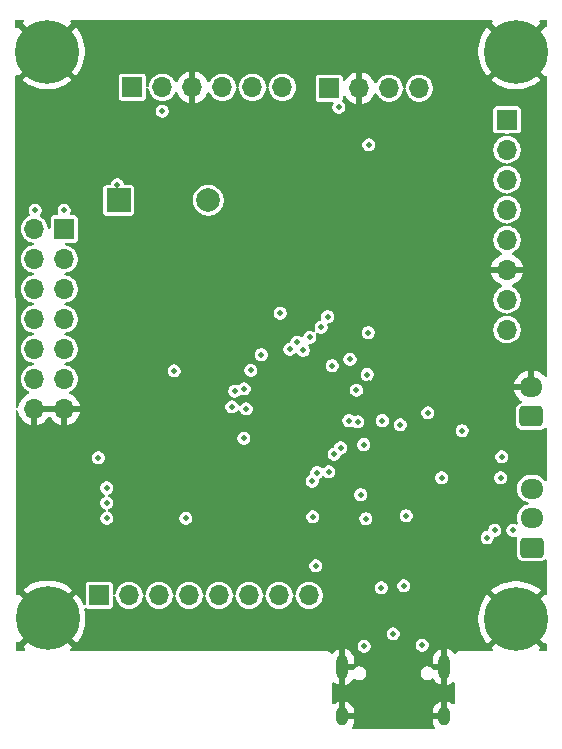
<source format=gbr>
%TF.GenerationSoftware,KiCad,Pcbnew,9.0.0-9.0.0-2~ubuntu22.04.1*%
%TF.CreationDate,2025-03-23T14:57:04+01:00*%
%TF.ProjectId,PCB_Module_Payement,5043425f-4d6f-4647-956c-655f50617965,rev?*%
%TF.SameCoordinates,Original*%
%TF.FileFunction,Copper,L2,Inr*%
%TF.FilePolarity,Positive*%
%FSLAX46Y46*%
G04 Gerber Fmt 4.6, Leading zero omitted, Abs format (unit mm)*
G04 Created by KiCad (PCBNEW 9.0.0-9.0.0-2~ubuntu22.04.1) date 2025-03-23 14:57:04*
%MOMM*%
%LPD*%
G01*
G04 APERTURE LIST*
G04 Aperture macros list*
%AMRoundRect*
0 Rectangle with rounded corners*
0 $1 Rounding radius*
0 $2 $3 $4 $5 $6 $7 $8 $9 X,Y pos of 4 corners*
0 Add a 4 corners polygon primitive as box body*
4,1,4,$2,$3,$4,$5,$6,$7,$8,$9,$2,$3,0*
0 Add four circle primitives for the rounded corners*
1,1,$1+$1,$2,$3*
1,1,$1+$1,$4,$5*
1,1,$1+$1,$6,$7*
1,1,$1+$1,$8,$9*
0 Add four rect primitives between the rounded corners*
20,1,$1+$1,$2,$3,$4,$5,0*
20,1,$1+$1,$4,$5,$6,$7,0*
20,1,$1+$1,$6,$7,$8,$9,0*
20,1,$1+$1,$8,$9,$2,$3,0*%
G04 Aperture macros list end*
%TA.AperFunction,HeatsinkPad*%
%ADD10O,1.000000X2.100000*%
%TD*%
%TA.AperFunction,HeatsinkPad*%
%ADD11O,1.000000X1.600000*%
%TD*%
%TA.AperFunction,ComponentPad*%
%ADD12RoundRect,0.250000X0.725000X-0.600000X0.725000X0.600000X-0.725000X0.600000X-0.725000X-0.600000X0*%
%TD*%
%TA.AperFunction,ComponentPad*%
%ADD13O,1.950000X1.700000*%
%TD*%
%TA.AperFunction,ComponentPad*%
%ADD14R,1.700000X1.700000*%
%TD*%
%TA.AperFunction,ComponentPad*%
%ADD15O,1.700000X1.700000*%
%TD*%
%TA.AperFunction,ComponentPad*%
%ADD16R,2.000000X2.000000*%
%TD*%
%TA.AperFunction,ComponentPad*%
%ADD17C,2.000000*%
%TD*%
%TA.AperFunction,ComponentPad*%
%ADD18C,5.400000*%
%TD*%
%TA.AperFunction,ViaPad*%
%ADD19C,0.500000*%
%TD*%
%TA.AperFunction,Conductor*%
%ADD20C,0.300000*%
%TD*%
G04 APERTURE END LIST*
D10*
%TO.N,GND*%
%TO.C,J8*%
X164000000Y-126265000D03*
D11*
X164000000Y-130445000D03*
D10*
X172640000Y-126265000D03*
D11*
X172640000Y-130445000D03*
%TD*%
D12*
%TO.N,VCC*%
%TO.C,J7*%
X180000000Y-105050000D03*
D13*
%TO.N,GND*%
X180000000Y-102550000D03*
%TD*%
D14*
%TO.N,/Modules/SPI1_SCK*%
%TO.C,J3*%
X177945000Y-79925000D03*
D15*
%TO.N,/Modules/RSTO*%
X177945000Y-82465000D03*
%TO.N,/Modules/SS*%
X177945000Y-85005000D03*
%TO.N,/Modules/SPI1_Mosi*%
X177945000Y-87545000D03*
%TO.N,+5V*%
X177945000Y-90085000D03*
%TO.N,GND*%
X177945000Y-92625000D03*
%TO.N,/Modules/SPI1_Miso*%
X177945000Y-95165000D03*
%TO.N,/Modules/IRQ*%
X177945000Y-97705000D03*
%TD*%
D16*
%TO.N,+5V*%
%TO.C,BZ1*%
X145050000Y-86750000D03*
D17*
%TO.N,Net-(BZ1--)*%
X152650000Y-86750000D03*
%TD*%
D14*
%TO.N,+5V*%
%TO.C,J6*%
X162890000Y-77250000D03*
D15*
%TO.N,GND*%
X165430000Y-77250000D03*
%TO.N,/Modules/I2C1_SDA*%
X167970000Y-77250000D03*
%TO.N,/Modules/I2C1_SCL*%
X170510000Y-77250000D03*
%TD*%
D18*
%TO.N,GND*%
%TO.C,H3*%
X178700000Y-122200000D03*
%TD*%
%TO.N,GND*%
%TO.C,H4*%
X139050000Y-122150000D03*
%TD*%
%TO.N,GND*%
%TO.C,H2*%
X178700000Y-74150000D03*
%TD*%
%TO.N,GND*%
%TO.C,H1*%
X139000000Y-74150000D03*
%TD*%
D12*
%TO.N,Net-(J_Switch1-Pin_1)*%
%TO.C,J_Switch1*%
X180050000Y-116150000D03*
D13*
%TO.N,+5V*%
X180050000Y-113650000D03*
%TO.N,Net-(J_Switch1-Pin_3)*%
X180050000Y-111150000D03*
%TD*%
D14*
%TO.N,/Modules/STATE*%
%TO.C,J4*%
X146230000Y-77175000D03*
D15*
%TO.N,+5V*%
X148770000Y-77175000D03*
%TO.N,GND*%
X151310000Y-77175000D03*
%TO.N,/Modules/Bt_TXD*%
X153850000Y-77175000D03*
%TO.N,/Modules/Bt_RXD*%
X156390000Y-77175000D03*
%TO.N,/Modules/KEY*%
X158930000Y-77175000D03*
%TD*%
D14*
%TO.N,+5V*%
%TO.C,J1*%
X140450000Y-89175000D03*
D15*
X137910000Y-89175000D03*
%TO.N,/STM32/PC13*%
X140450000Y-91715000D03*
%TO.N,/STM32/PC14*%
X137910000Y-91715000D03*
%TO.N,/STM32/PC4*%
X140450000Y-94255000D03*
%TO.N,/STM32/PC15*%
X137910000Y-94255000D03*
%TO.N,+3.3V*%
X140450000Y-96795000D03*
X137910000Y-96795000D03*
%TO.N,/STM32/PF1*%
X140450000Y-99335000D03*
%TO.N,/STM32/PF0*%
X137910000Y-99335000D03*
%TO.N,/STM32/PA7*%
X140450000Y-101875000D03*
%TO.N,/STM32/Pb1*%
X137910000Y-101875000D03*
%TO.N,GND*%
X140450000Y-104415000D03*
X137910000Y-104415000D03*
%TD*%
D14*
%TO.N,/Modules/R0W1*%
%TO.C,J5*%
X143410000Y-120195000D03*
D15*
%TO.N,/Modules/ROW2*%
X145950000Y-120195000D03*
%TO.N,/Modules/ROW3*%
X148490000Y-120195000D03*
%TO.N,/Modules/ROW4*%
X151030000Y-120195000D03*
%TO.N,/Modules/Culomn1*%
X153570000Y-120195000D03*
%TO.N,/Modules/Culomn2*%
X156110000Y-120195000D03*
%TO.N,/Modules/Culomn3*%
X158650000Y-120195000D03*
%TO.N,/Modules/Culomn4*%
X161190000Y-120195000D03*
%TD*%
D19*
%TO.N,+5V*%
X176900000Y-114700000D03*
X165550000Y-111670000D03*
X166000000Y-113700000D03*
X169400000Y-113450000D03*
X176250000Y-115300000D03*
X178450000Y-114700000D03*
X138000000Y-87600000D03*
X140450000Y-87600000D03*
X163710000Y-78870000D03*
X144950000Y-85450000D03*
X148770000Y-79195000D03*
%TO.N,GND*%
X153230000Y-117720000D03*
X151300000Y-78800000D03*
X149500000Y-96700000D03*
X151800000Y-104950000D03*
X155150000Y-108700000D03*
X163700000Y-97950000D03*
X176050000Y-103650000D03*
X144550000Y-99600000D03*
X164600000Y-98100000D03*
X148200000Y-82600000D03*
X176600000Y-81500000D03*
X139220000Y-104400000D03*
X163600000Y-88200000D03*
X160000000Y-104100000D03*
X156800000Y-85600000D03*
X158850000Y-87750000D03*
X168300000Y-119650000D03*
X138800000Y-108650000D03*
X155020000Y-117700000D03*
X164500000Y-123100000D03*
X160450000Y-87150000D03*
X179350000Y-108460000D03*
X143700000Y-116700000D03*
X168100000Y-97000000D03*
X175200000Y-103650000D03*
X168200000Y-81700000D03*
X153760000Y-97560000D03*
X169500000Y-96100000D03*
X163200000Y-115500000D03*
X147400000Y-98900000D03*
X165500000Y-112600000D03*
X176900000Y-103700000D03*
X166250000Y-102220000D03*
X148100000Y-85000000D03*
X174800000Y-98900000D03*
X171300000Y-94200000D03*
X156500000Y-89000000D03*
X169550000Y-109200000D03*
X171650000Y-107950000D03*
X138750000Y-114400000D03*
X173800000Y-91800000D03*
X166700000Y-112650000D03*
X147800000Y-78400000D03*
X136600000Y-87800000D03*
X176100000Y-94300000D03*
X176050000Y-102800000D03*
X163600000Y-89350000D03*
X143500000Y-88400000D03*
X148100000Y-89400000D03*
X167000000Y-107000000D03*
X168200000Y-79800000D03*
X150700000Y-105540000D03*
X175700000Y-100400000D03*
X175880000Y-108330000D03*
X141770000Y-104450000D03*
X171950000Y-124600000D03*
X176050000Y-104550000D03*
X143600000Y-94700000D03*
X159270000Y-117710000D03*
X165400000Y-75500000D03*
X146200000Y-88400000D03*
X154200000Y-78900000D03*
X156700000Y-97900000D03*
X157000000Y-117660000D03*
X161490000Y-112590000D03*
X165450000Y-79860000D03*
X147460000Y-108450000D03*
X165180000Y-98600000D03*
X148710000Y-93320000D03*
X148250000Y-112400000D03*
X146200000Y-82500000D03*
X152710000Y-102460000D03*
X171700000Y-99200000D03*
X148200000Y-111100000D03*
X153000000Y-100100000D03*
X164650000Y-124550000D03*
X152800000Y-85000000D03*
X160550000Y-93500000D03*
X163600000Y-87350000D03*
%TO.N,VCC*%
X177400000Y-110250000D03*
X174150000Y-106250000D03*
%TO.N,5V_BUCK*%
X168900000Y-105750000D03*
X177500000Y-108460000D03*
%TO.N,+3.3V*%
X163150000Y-100750000D03*
X164650000Y-100200000D03*
X161500000Y-113552500D03*
X155675000Y-106875000D03*
X150750000Y-113650000D03*
X161760000Y-117710000D03*
X162860000Y-109730000D03*
X158750000Y-96300000D03*
%TO.N,/Alim/Charge_Batterie*%
X165800000Y-107425000D03*
X172412500Y-110250000D03*
X154880000Y-102910000D03*
%TO.N,/STM32/NRST*%
X143350000Y-108560000D03*
X159550000Y-99350000D03*
%TO.N,/Modules/SPI1_SCK*%
X156250000Y-101150000D03*
X166250000Y-82050000D03*
%TO.N,/Modules/I2C1_SCL*%
X165200000Y-102830000D03*
%TO.N,/Modules/I2C1_SDA*%
X167400000Y-105400000D03*
%TO.N,5V_USB*%
X165850000Y-124500000D03*
X168300000Y-123450000D03*
X170750000Y-124400000D03*
%TO.N,/STM32/SWO*%
X165300000Y-105500000D03*
X144050000Y-111100000D03*
%TO.N,/STM32/SWCLK*%
X163850000Y-107699000D03*
X144040000Y-112360000D03*
%TO.N,/STM32/SWDIO*%
X144060000Y-113650000D03*
X163300000Y-108250000D03*
%TO.N,/STM32/BOOT0*%
X166200000Y-97950000D03*
X166100000Y-101500000D03*
%TO.N,/STM32/BUZZER*%
X155850000Y-104400000D03*
%TO.N,/STM32/BL_LED*%
X157150000Y-99820000D03*
%TO.N,/STM32/RFID_LED*%
X171250000Y-104750000D03*
X164560000Y-105400000D03*
%TO.N,/STM32/Pb1*%
X154650000Y-104230000D03*
%TO.N,/STM32/PC13*%
X162750000Y-96600000D03*
%TO.N,/STM32/PC4*%
X155680000Y-102720000D03*
X149750000Y-101200000D03*
%TO.N,/STM32/PC14*%
X162200000Y-97500000D03*
%TO.N,/STM32/PF1*%
X160150000Y-98750000D03*
%TO.N,/STM32/PC15*%
X161250000Y-98350000D03*
%TO.N,/STM32/PF0*%
X160700000Y-99450000D03*
%TO.N,/STM32/USB_D-*%
X167300000Y-119550000D03*
X161458019Y-110525119D03*
%TO.N,/STM32/USB_D+*%
X169200000Y-119400000D03*
X161850000Y-109800000D03*
%TD*%
D20*
%TO.N,GND*%
X138865000Y-104415000D02*
X137910000Y-104415000D01*
X138880000Y-104400000D02*
X138865000Y-104415000D01*
X141470000Y-104450000D02*
X141435000Y-104415000D01*
X139220000Y-104400000D02*
X138880000Y-104400000D01*
X141770000Y-104450000D02*
X141470000Y-104450000D01*
X141435000Y-104415000D02*
X140450000Y-104415000D01*
%TD*%
%TA.AperFunction,Conductor*%
%TO.N,GND*%
G36*
X176665331Y-71470185D02*
G01*
X176711086Y-71522989D01*
X176721030Y-71592147D01*
X176692005Y-71655703D01*
X176675605Y-71671447D01*
X176619634Y-71716081D01*
X177938282Y-73034729D01*
X177820534Y-73120278D01*
X177670278Y-73270534D01*
X177584729Y-73388282D01*
X176266081Y-72069634D01*
X176086092Y-72295335D01*
X175894870Y-72599663D01*
X175738927Y-72923482D01*
X175620220Y-73262729D01*
X175620219Y-73262731D01*
X175540242Y-73613136D01*
X175540240Y-73613148D01*
X175500000Y-73970287D01*
X175500000Y-74329712D01*
X175540240Y-74686851D01*
X175540242Y-74686863D01*
X175620219Y-75037268D01*
X175620220Y-75037270D01*
X175738927Y-75376517D01*
X175894870Y-75700336D01*
X176086092Y-76004664D01*
X176266081Y-76230364D01*
X177584728Y-74911717D01*
X177670278Y-75029466D01*
X177820534Y-75179722D01*
X177938281Y-75265270D01*
X176619634Y-76583916D01*
X176619634Y-76583917D01*
X176845335Y-76763907D01*
X177149663Y-76955129D01*
X177473482Y-77111072D01*
X177812729Y-77229779D01*
X177812731Y-77229780D01*
X178163136Y-77309757D01*
X178163148Y-77309759D01*
X178520287Y-77349999D01*
X178520289Y-77350000D01*
X178879711Y-77350000D01*
X178879712Y-77349999D01*
X179236851Y-77309759D01*
X179236863Y-77309757D01*
X179587268Y-77229780D01*
X179587270Y-77229779D01*
X179926517Y-77111072D01*
X180250336Y-76955129D01*
X180554664Y-76763907D01*
X180780364Y-76583916D01*
X179461718Y-75265270D01*
X179579466Y-75179722D01*
X179729722Y-75029466D01*
X179815270Y-74911718D01*
X181133916Y-76230364D01*
X181138074Y-76230130D01*
X181186241Y-76196322D01*
X181256052Y-76193472D01*
X181316323Y-76228817D01*
X181347916Y-76291136D01*
X181350000Y-76313775D01*
X181350000Y-101566450D01*
X181330315Y-101633489D01*
X181277511Y-101679244D01*
X181208353Y-101689188D01*
X181144797Y-101660163D01*
X181138319Y-101654131D01*
X181004464Y-101520276D01*
X181004459Y-101520272D01*
X180832557Y-101395379D01*
X180643217Y-101298904D01*
X180441128Y-101233242D01*
X180250000Y-101202969D01*
X180250000Y-102145854D01*
X180183343Y-102107370D01*
X180062535Y-102075000D01*
X179937465Y-102075000D01*
X179816657Y-102107370D01*
X179750000Y-102145854D01*
X179750000Y-101202969D01*
X179558872Y-101233242D01*
X179558869Y-101233242D01*
X179356782Y-101298904D01*
X179167442Y-101395379D01*
X178995540Y-101520272D01*
X178995535Y-101520276D01*
X178845276Y-101670535D01*
X178845272Y-101670540D01*
X178720379Y-101842442D01*
X178623904Y-102031782D01*
X178558242Y-102233870D01*
X178558242Y-102233873D01*
X178547769Y-102300000D01*
X179595854Y-102300000D01*
X179557370Y-102366657D01*
X179525000Y-102487465D01*
X179525000Y-102612535D01*
X179557370Y-102733343D01*
X179595854Y-102800000D01*
X178547769Y-102800000D01*
X178558242Y-102866126D01*
X178558242Y-102866129D01*
X178623904Y-103068217D01*
X178720379Y-103257557D01*
X178845272Y-103429459D01*
X178845276Y-103429464D01*
X178995535Y-103579723D01*
X178995540Y-103579727D01*
X179159560Y-103698894D01*
X179202226Y-103754223D01*
X179208205Y-103823837D01*
X179175600Y-103885632D01*
X179132166Y-103914566D01*
X179002658Y-103965638D01*
X178882077Y-104057077D01*
X178790639Y-104177656D01*
X178735122Y-104318438D01*
X178734031Y-104327527D01*
X178724500Y-104406898D01*
X178724500Y-105693102D01*
X178726828Y-105712485D01*
X178735122Y-105781561D01*
X178790639Y-105922343D01*
X178882077Y-106042922D01*
X179002656Y-106134360D01*
X179002657Y-106134360D01*
X179002658Y-106134361D01*
X179143436Y-106189877D01*
X179231898Y-106200500D01*
X179231903Y-106200500D01*
X180768097Y-106200500D01*
X180768102Y-106200500D01*
X180856564Y-106189877D01*
X180997342Y-106134361D01*
X181117922Y-106042922D01*
X181127196Y-106030693D01*
X181183388Y-105989170D01*
X181253110Y-105984618D01*
X181314224Y-106018483D01*
X181347327Y-106080012D01*
X181350000Y-106105618D01*
X181350000Y-110428266D01*
X181330315Y-110495305D01*
X181277511Y-110541060D01*
X181208353Y-110551004D01*
X181144797Y-110521979D01*
X181125682Y-110501151D01*
X181052558Y-110400505D01*
X181052554Y-110400500D01*
X180924499Y-110272445D01*
X180924494Y-110272441D01*
X180777997Y-110166006D01*
X180777996Y-110166005D01*
X180777994Y-110166004D01*
X180711784Y-110132268D01*
X180616639Y-110083788D01*
X180616636Y-110083787D01*
X180444410Y-110027829D01*
X180265551Y-109999500D01*
X180265546Y-109999500D01*
X179834454Y-109999500D01*
X179834449Y-109999500D01*
X179655589Y-110027829D01*
X179483363Y-110083787D01*
X179483360Y-110083788D01*
X179322002Y-110166006D01*
X179175505Y-110272441D01*
X179175500Y-110272445D01*
X179047445Y-110400500D01*
X179047441Y-110400505D01*
X178941006Y-110547002D01*
X178858788Y-110708360D01*
X178858787Y-110708363D01*
X178802829Y-110880589D01*
X178774500Y-111059448D01*
X178774500Y-111240551D01*
X178802829Y-111419410D01*
X178858787Y-111591636D01*
X178858788Y-111591639D01*
X178897950Y-111668497D01*
X178935644Y-111742475D01*
X178941006Y-111752997D01*
X179047441Y-111899494D01*
X179047445Y-111899499D01*
X179175500Y-112027554D01*
X179175505Y-112027558D01*
X179289675Y-112110506D01*
X179322006Y-112133996D01*
X179418146Y-112182982D01*
X179483360Y-112216211D01*
X179483363Y-112216212D01*
X179569476Y-112244191D01*
X179655591Y-112272171D01*
X179680291Y-112276083D01*
X179689406Y-112277527D01*
X179752540Y-112307457D01*
X179789471Y-112366768D01*
X179788473Y-112436631D01*
X179749863Y-112494863D01*
X179689406Y-112522473D01*
X179655589Y-112527829D01*
X179483363Y-112583787D01*
X179483360Y-112583788D01*
X179322002Y-112666006D01*
X179175505Y-112772441D01*
X179175500Y-112772445D01*
X179047445Y-112900500D01*
X179047441Y-112900505D01*
X178941006Y-113047002D01*
X178858788Y-113208360D01*
X178858787Y-113208363D01*
X178802829Y-113380589D01*
X178774500Y-113559448D01*
X178774500Y-113740551D01*
X178802829Y-113919412D01*
X178842440Y-114041325D01*
X178844435Y-114111166D01*
X178808354Y-114170999D01*
X178745653Y-114201826D01*
X178676238Y-114193861D01*
X178662512Y-114187031D01*
X178662488Y-114187017D01*
X178662489Y-114187017D01*
X178651006Y-114183940D01*
X178522475Y-114149500D01*
X178377525Y-114149500D01*
X178248993Y-114183940D01*
X178237511Y-114187017D01*
X178111988Y-114259488D01*
X178111982Y-114259493D01*
X178009493Y-114361982D01*
X178009488Y-114361988D01*
X177937017Y-114487511D01*
X177937016Y-114487515D01*
X177899500Y-114627525D01*
X177899500Y-114772475D01*
X177922817Y-114859493D01*
X177937017Y-114912488D01*
X178009488Y-115038011D01*
X178009490Y-115038013D01*
X178009491Y-115038015D01*
X178111985Y-115140509D01*
X178111986Y-115140510D01*
X178111988Y-115140511D01*
X178237511Y-115212982D01*
X178237512Y-115212982D01*
X178237515Y-115212984D01*
X178377525Y-115250500D01*
X178377528Y-115250500D01*
X178522472Y-115250500D01*
X178522475Y-115250500D01*
X178652467Y-115215668D01*
X178722312Y-115217331D01*
X178780175Y-115256493D01*
X178807680Y-115320721D01*
X178799912Y-115380931D01*
X178785123Y-115418434D01*
X178785123Y-115418436D01*
X178774500Y-115506898D01*
X178774500Y-116793102D01*
X178780126Y-116839954D01*
X178785122Y-116881561D01*
X178840639Y-117022343D01*
X178932077Y-117142922D01*
X179052656Y-117234360D01*
X179052657Y-117234360D01*
X179052658Y-117234361D01*
X179193436Y-117289877D01*
X179281898Y-117300500D01*
X179281903Y-117300500D01*
X180818097Y-117300500D01*
X180818102Y-117300500D01*
X180906564Y-117289877D01*
X181047342Y-117234361D01*
X181146061Y-117159500D01*
X181151075Y-117155698D01*
X181216386Y-117130875D01*
X181284750Y-117145303D01*
X181334461Y-117194401D01*
X181350000Y-117254502D01*
X181350000Y-120036222D01*
X181330315Y-120103261D01*
X181277511Y-120149016D01*
X181208353Y-120158960D01*
X181144797Y-120129935D01*
X181134965Y-120119693D01*
X181133916Y-120119634D01*
X179815270Y-121438281D01*
X179729722Y-121320534D01*
X179579466Y-121170278D01*
X179461716Y-121084728D01*
X180780364Y-119766081D01*
X180554664Y-119586092D01*
X180250336Y-119394870D01*
X179926517Y-119238927D01*
X179587270Y-119120220D01*
X179587268Y-119120219D01*
X179236863Y-119040242D01*
X179236851Y-119040240D01*
X178879712Y-119000000D01*
X178520287Y-119000000D01*
X178163148Y-119040240D01*
X178163136Y-119040242D01*
X177812731Y-119120219D01*
X177812729Y-119120220D01*
X177473482Y-119238927D01*
X177149663Y-119394870D01*
X176845335Y-119586092D01*
X176619634Y-119766081D01*
X177938282Y-121084729D01*
X177820534Y-121170278D01*
X177670278Y-121320534D01*
X177584729Y-121438282D01*
X176266081Y-120119634D01*
X176086092Y-120345335D01*
X175894870Y-120649663D01*
X175738927Y-120973482D01*
X175620220Y-121312729D01*
X175620219Y-121312731D01*
X175540242Y-121663136D01*
X175540240Y-121663148D01*
X175500000Y-122020287D01*
X175500000Y-122379712D01*
X175540240Y-122736851D01*
X175540242Y-122736863D01*
X175620219Y-123087268D01*
X175620220Y-123087270D01*
X175738927Y-123426517D01*
X175894870Y-123750336D01*
X176086092Y-124054664D01*
X176266081Y-124280364D01*
X177584728Y-122961717D01*
X177670278Y-123079466D01*
X177820534Y-123229722D01*
X177938281Y-123315270D01*
X176619634Y-124633916D01*
X176619634Y-124633917D01*
X176675606Y-124678553D01*
X176715746Y-124735742D01*
X176718596Y-124805553D01*
X176683250Y-124865823D01*
X176620931Y-124897416D01*
X176598293Y-124899500D01*
X174020753Y-124899500D01*
X173954861Y-124899401D01*
X173954489Y-124899500D01*
X173954107Y-124899500D01*
X173891410Y-124916299D01*
X173891232Y-124916346D01*
X173827509Y-124933318D01*
X173827151Y-124933466D01*
X173826835Y-124933595D01*
X173770291Y-124966241D01*
X173770133Y-124966332D01*
X173713279Y-124999044D01*
X173712886Y-124999344D01*
X173712699Y-124999486D01*
X173666458Y-125045727D01*
X173614443Y-125097585D01*
X173614113Y-125098092D01*
X173613986Y-125098220D01*
X173612396Y-125096643D01*
X173593468Y-125110326D01*
X173565525Y-125130761D01*
X173565174Y-125130782D01*
X173564891Y-125130987D01*
X173530350Y-125132880D01*
X173495782Y-125134963D01*
X173495476Y-125134791D01*
X173495126Y-125134811D01*
X173464972Y-125117688D01*
X173434838Y-125100792D01*
X173434513Y-125100392D01*
X173434369Y-125100310D01*
X173434226Y-125100038D01*
X173420392Y-125082987D01*
X173416748Y-125077533D01*
X173277466Y-124938251D01*
X173277462Y-124938248D01*
X173113684Y-124828814D01*
X173113671Y-124828807D01*
X172931691Y-124753429D01*
X172931683Y-124753427D01*
X172890000Y-124745135D01*
X172890000Y-125548011D01*
X172880060Y-125530795D01*
X172824205Y-125474940D01*
X172755796Y-125435444D01*
X172679496Y-125415000D01*
X172600504Y-125415000D01*
X172524204Y-125435444D01*
X172455795Y-125474940D01*
X172399940Y-125530795D01*
X172390000Y-125548011D01*
X172390000Y-124745136D01*
X172389999Y-124745135D01*
X172348316Y-124753427D01*
X172348308Y-124753429D01*
X172166328Y-124828807D01*
X172166315Y-124828814D01*
X172002537Y-124938248D01*
X172002533Y-124938251D01*
X171863251Y-125077533D01*
X171863248Y-125077537D01*
X171753814Y-125241315D01*
X171753807Y-125241328D01*
X171678430Y-125423306D01*
X171678427Y-125423318D01*
X171640000Y-125616504D01*
X171640000Y-126015000D01*
X172340000Y-126015000D01*
X172340000Y-126515000D01*
X171784464Y-126515000D01*
X171717425Y-126495315D01*
X171677077Y-126453000D01*
X171670517Y-126441638D01*
X171670513Y-126441633D01*
X171563367Y-126334487D01*
X171563365Y-126334485D01*
X171497750Y-126296602D01*
X171432136Y-126258719D01*
X171358950Y-126239109D01*
X171285766Y-126219500D01*
X171134234Y-126219500D01*
X170987863Y-126258719D01*
X170856635Y-126334485D01*
X170856632Y-126334487D01*
X170749487Y-126441632D01*
X170749485Y-126441635D01*
X170673719Y-126572863D01*
X170634500Y-126719234D01*
X170634500Y-126870765D01*
X170673719Y-127017136D01*
X170695615Y-127055060D01*
X170749485Y-127148365D01*
X170856635Y-127255515D01*
X170987865Y-127331281D01*
X171134234Y-127370500D01*
X171134236Y-127370500D01*
X171285764Y-127370500D01*
X171285766Y-127370500D01*
X171432135Y-127331281D01*
X171563365Y-127255515D01*
X171563372Y-127255507D01*
X171569811Y-127250568D01*
X171572044Y-127253478D01*
X171618258Y-127227865D01*
X171687980Y-127232411D01*
X171744176Y-127273930D01*
X171750394Y-127283634D01*
X171750426Y-127283613D01*
X171863248Y-127452462D01*
X171863251Y-127452466D01*
X172002533Y-127591748D01*
X172002537Y-127591751D01*
X172166315Y-127701185D01*
X172166328Y-127701192D01*
X172348308Y-127776569D01*
X172390000Y-127784862D01*
X172390000Y-126981988D01*
X172399940Y-126999205D01*
X172455795Y-127055060D01*
X172524204Y-127094556D01*
X172600504Y-127115000D01*
X172679496Y-127115000D01*
X172755796Y-127094556D01*
X172824205Y-127055060D01*
X172880060Y-126999205D01*
X172890000Y-126981988D01*
X172890000Y-127784862D01*
X172931690Y-127776569D01*
X172931692Y-127776569D01*
X173113671Y-127701192D01*
X173113684Y-127701185D01*
X173277461Y-127591752D01*
X173304425Y-127564788D01*
X173365748Y-127531302D01*
X173435440Y-127536286D01*
X173491374Y-127578156D01*
X173515792Y-127643620D01*
X173516108Y-127652655D01*
X173513621Y-129305231D01*
X173493835Y-129372240D01*
X173440963Y-129417916D01*
X173371789Y-129427755D01*
X173308277Y-129398635D01*
X173301940Y-129392725D01*
X173277466Y-129368251D01*
X173277462Y-129368248D01*
X173113684Y-129258814D01*
X173113671Y-129258807D01*
X172931691Y-129183429D01*
X172931683Y-129183427D01*
X172890000Y-129175135D01*
X172890000Y-129978011D01*
X172880060Y-129960795D01*
X172824205Y-129904940D01*
X172755796Y-129865444D01*
X172679496Y-129845000D01*
X172600504Y-129845000D01*
X172524204Y-129865444D01*
X172455795Y-129904940D01*
X172399940Y-129960795D01*
X172390000Y-129978011D01*
X172390000Y-129175136D01*
X172389999Y-129175135D01*
X172348316Y-129183427D01*
X172348308Y-129183429D01*
X172166328Y-129258807D01*
X172166315Y-129258814D01*
X172002537Y-129368248D01*
X172002533Y-129368251D01*
X171863251Y-129507533D01*
X171863248Y-129507537D01*
X171753814Y-129671315D01*
X171753807Y-129671328D01*
X171678430Y-129853306D01*
X171678427Y-129853318D01*
X171640000Y-130046504D01*
X171640000Y-130195000D01*
X172340000Y-130195000D01*
X172340000Y-130695000D01*
X171640000Y-130695000D01*
X171640000Y-130843495D01*
X171678427Y-131036681D01*
X171678430Y-131036693D01*
X171753807Y-131218671D01*
X171753814Y-131218683D01*
X171842633Y-131351609D01*
X171863511Y-131418286D01*
X171845027Y-131485666D01*
X171793048Y-131532357D01*
X171739531Y-131544500D01*
X164900469Y-131544500D01*
X164833430Y-131524815D01*
X164787675Y-131472011D01*
X164777731Y-131402853D01*
X164797367Y-131351609D01*
X164886185Y-131218683D01*
X164886192Y-131218671D01*
X164961569Y-131036693D01*
X164961572Y-131036681D01*
X164999999Y-130843495D01*
X165000000Y-130843492D01*
X165000000Y-130695000D01*
X164300000Y-130695000D01*
X164300000Y-130195000D01*
X165000000Y-130195000D01*
X165000000Y-130046508D01*
X164999999Y-130046504D01*
X164961572Y-129853318D01*
X164961569Y-129853306D01*
X164886192Y-129671328D01*
X164886185Y-129671315D01*
X164776751Y-129507537D01*
X164776748Y-129507533D01*
X164637466Y-129368251D01*
X164637462Y-129368248D01*
X164473684Y-129258814D01*
X164473671Y-129258807D01*
X164291691Y-129183429D01*
X164291683Y-129183427D01*
X164250000Y-129175135D01*
X164250000Y-129978011D01*
X164240060Y-129960795D01*
X164184205Y-129904940D01*
X164115796Y-129865444D01*
X164039496Y-129845000D01*
X163960504Y-129845000D01*
X163884204Y-129865444D01*
X163815795Y-129904940D01*
X163759940Y-129960795D01*
X163750000Y-129978011D01*
X163750000Y-129175136D01*
X163749999Y-129175135D01*
X163708316Y-129183427D01*
X163708308Y-129183429D01*
X163526328Y-129258807D01*
X163526315Y-129258814D01*
X163362537Y-129368248D01*
X163362533Y-129368251D01*
X163332181Y-129398604D01*
X163270858Y-129432089D01*
X163201166Y-129427105D01*
X163145233Y-129385233D01*
X163120816Y-129319769D01*
X163120500Y-129310923D01*
X163120500Y-127649077D01*
X163140185Y-127582038D01*
X163192989Y-127536283D01*
X163262147Y-127526339D01*
X163325703Y-127555364D01*
X163332181Y-127561396D01*
X163362533Y-127591748D01*
X163362537Y-127591751D01*
X163526315Y-127701185D01*
X163526328Y-127701192D01*
X163708308Y-127776569D01*
X163750000Y-127784862D01*
X163750000Y-126981988D01*
X163759940Y-126999205D01*
X163815795Y-127055060D01*
X163884204Y-127094556D01*
X163960504Y-127115000D01*
X164039496Y-127115000D01*
X164115796Y-127094556D01*
X164184205Y-127055060D01*
X164240060Y-126999205D01*
X164250000Y-126981988D01*
X164250000Y-127784862D01*
X164291690Y-127776569D01*
X164291692Y-127776569D01*
X164473671Y-127701192D01*
X164473684Y-127701185D01*
X164637462Y-127591751D01*
X164637466Y-127591748D01*
X164776748Y-127452466D01*
X164776751Y-127452462D01*
X164889574Y-127283613D01*
X164891007Y-127284570D01*
X164934198Y-127240580D01*
X165002332Y-127225103D01*
X165068018Y-127248919D01*
X165070089Y-127250697D01*
X165070189Y-127250568D01*
X165076630Y-127255510D01*
X165076635Y-127255515D01*
X165207865Y-127331281D01*
X165354234Y-127370500D01*
X165354236Y-127370500D01*
X165505764Y-127370500D01*
X165505766Y-127370500D01*
X165652135Y-127331281D01*
X165783365Y-127255515D01*
X165890515Y-127148365D01*
X165966281Y-127017135D01*
X166005500Y-126870766D01*
X166005500Y-126719234D01*
X165966281Y-126572865D01*
X165890515Y-126441635D01*
X165783365Y-126334485D01*
X165717750Y-126296602D01*
X165652136Y-126258719D01*
X165578950Y-126239109D01*
X165505766Y-126219500D01*
X165354234Y-126219500D01*
X165207863Y-126258719D01*
X165076635Y-126334485D01*
X165076632Y-126334487D01*
X164969486Y-126441633D01*
X164969482Y-126441638D01*
X164962923Y-126453000D01*
X164912356Y-126501216D01*
X164855536Y-126515000D01*
X164300000Y-126515000D01*
X164300000Y-126015000D01*
X165000000Y-126015000D01*
X165000000Y-125616508D01*
X164999999Y-125616504D01*
X164961572Y-125423318D01*
X164961569Y-125423306D01*
X164886192Y-125241328D01*
X164886185Y-125241315D01*
X164776751Y-125077537D01*
X164776748Y-125077533D01*
X164637466Y-124938251D01*
X164637462Y-124938248D01*
X164473684Y-124828814D01*
X164473671Y-124828807D01*
X164291691Y-124753429D01*
X164291683Y-124753427D01*
X164250000Y-124745135D01*
X164250000Y-125548011D01*
X164240060Y-125530795D01*
X164184205Y-125474940D01*
X164115796Y-125435444D01*
X164039496Y-125415000D01*
X163960504Y-125415000D01*
X163884204Y-125435444D01*
X163815795Y-125474940D01*
X163759940Y-125530795D01*
X163750000Y-125548011D01*
X163750000Y-124745136D01*
X163749999Y-124745135D01*
X163708316Y-124753427D01*
X163708308Y-124753429D01*
X163526328Y-124828807D01*
X163526315Y-124828814D01*
X163362537Y-124938248D01*
X163362533Y-124938251D01*
X163223251Y-125077533D01*
X163223248Y-125077537D01*
X163219602Y-125082994D01*
X163203118Y-125096767D01*
X163190130Y-125113873D01*
X163176841Y-125118725D01*
X163165987Y-125127796D01*
X163144677Y-125130471D01*
X163124500Y-125137840D01*
X163110696Y-125134737D01*
X163096662Y-125136500D01*
X163077289Y-125127230D01*
X163056330Y-125122520D01*
X163042507Y-125110587D01*
X163033636Y-125106342D01*
X163028222Y-125101175D01*
X163021419Y-125094278D01*
X163020500Y-125092686D01*
X163020432Y-125092618D01*
X163020385Y-125092536D01*
X162973099Y-125045285D01*
X162927314Y-124999500D01*
X162927310Y-124999496D01*
X162927164Y-124999384D01*
X162869608Y-124966183D01*
X162869607Y-124966183D01*
X162869576Y-124966165D01*
X162813186Y-124933608D01*
X162813094Y-124933583D01*
X162813012Y-124933536D01*
X162749054Y-124916423D01*
X162749018Y-124916401D01*
X162749015Y-124916412D01*
X162722517Y-124909313D01*
X162685887Y-124899498D01*
X162685748Y-124899480D01*
X162685743Y-124899479D01*
X162685712Y-124899475D01*
X162685705Y-124899475D01*
X162618785Y-124899500D01*
X162554108Y-124899500D01*
X162554017Y-124899524D01*
X162551872Y-124899524D01*
X162545940Y-124899527D01*
X141078964Y-124907546D01*
X141011918Y-124887886D01*
X140966143Y-124835100D01*
X140956174Y-124765945D01*
X140985175Y-124702378D01*
X141001605Y-124686599D01*
X141130364Y-124583916D01*
X141053527Y-124507079D01*
X140973973Y-124427525D01*
X165299500Y-124427525D01*
X165299500Y-124572475D01*
X165334308Y-124702378D01*
X165337017Y-124712488D01*
X165409488Y-124838011D01*
X165409490Y-124838013D01*
X165409491Y-124838015D01*
X165511985Y-124940509D01*
X165511986Y-124940510D01*
X165511988Y-124940511D01*
X165637511Y-125012982D01*
X165637512Y-125012982D01*
X165637515Y-125012984D01*
X165777525Y-125050500D01*
X165777528Y-125050500D01*
X165922472Y-125050500D01*
X165922475Y-125050500D01*
X166062485Y-125012984D01*
X166188015Y-124940509D01*
X166290509Y-124838015D01*
X166362984Y-124712485D01*
X166400500Y-124572475D01*
X166400500Y-124427525D01*
X166373705Y-124327525D01*
X170199500Y-124327525D01*
X170199500Y-124472475D01*
X170229361Y-124583916D01*
X170237017Y-124612488D01*
X170309488Y-124738011D01*
X170309490Y-124738013D01*
X170309491Y-124738015D01*
X170411985Y-124840509D01*
X170411986Y-124840510D01*
X170411988Y-124840511D01*
X170537511Y-124912982D01*
X170537512Y-124912982D01*
X170537515Y-124912984D01*
X170677525Y-124950500D01*
X170677528Y-124950500D01*
X170822472Y-124950500D01*
X170822475Y-124950500D01*
X170962485Y-124912984D01*
X171088015Y-124840509D01*
X171190509Y-124738015D01*
X171262984Y-124612485D01*
X171300500Y-124472475D01*
X171300500Y-124327525D01*
X171262984Y-124187515D01*
X171260624Y-124183428D01*
X171190511Y-124061988D01*
X171190506Y-124061982D01*
X171088017Y-123959493D01*
X171088011Y-123959488D01*
X170962488Y-123887017D01*
X170962489Y-123887017D01*
X170951006Y-123883940D01*
X170822475Y-123849500D01*
X170677525Y-123849500D01*
X170548993Y-123883940D01*
X170537511Y-123887017D01*
X170411988Y-123959488D01*
X170411982Y-123959493D01*
X170309493Y-124061982D01*
X170309488Y-124061988D01*
X170237017Y-124187511D01*
X170237016Y-124187515D01*
X170199500Y-124327525D01*
X166373705Y-124327525D01*
X166362984Y-124287515D01*
X166358855Y-124280364D01*
X166290511Y-124161988D01*
X166290506Y-124161982D01*
X166188017Y-124059493D01*
X166188011Y-124059488D01*
X166062488Y-123987017D01*
X166062489Y-123987017D01*
X166051006Y-123983940D01*
X165922475Y-123949500D01*
X165777525Y-123949500D01*
X165648993Y-123983940D01*
X165637511Y-123987017D01*
X165511988Y-124059488D01*
X165511982Y-124059493D01*
X165409493Y-124161982D01*
X165409488Y-124161988D01*
X165337017Y-124287511D01*
X165337016Y-124287515D01*
X165299500Y-124427525D01*
X140973973Y-124427525D01*
X139811718Y-123265270D01*
X139929466Y-123179722D01*
X140079722Y-123029466D01*
X140165270Y-122911718D01*
X141483916Y-124230364D01*
X141663907Y-124004664D01*
X141855129Y-123700336D01*
X142010587Y-123377525D01*
X167749500Y-123377525D01*
X167749500Y-123522475D01*
X167787016Y-123662485D01*
X167787017Y-123662488D01*
X167859488Y-123788011D01*
X167859490Y-123788013D01*
X167859491Y-123788015D01*
X167961985Y-123890509D01*
X167961986Y-123890510D01*
X167961988Y-123890511D01*
X168087511Y-123962982D01*
X168087512Y-123962982D01*
X168087515Y-123962984D01*
X168227525Y-124000500D01*
X168227528Y-124000500D01*
X168372472Y-124000500D01*
X168372475Y-124000500D01*
X168512485Y-123962984D01*
X168638015Y-123890509D01*
X168740509Y-123788015D01*
X168812984Y-123662485D01*
X168850500Y-123522475D01*
X168850500Y-123377525D01*
X168812984Y-123237515D01*
X168740509Y-123111985D01*
X168638015Y-123009491D01*
X168638013Y-123009490D01*
X168638011Y-123009488D01*
X168512488Y-122937017D01*
X168512489Y-122937017D01*
X168501006Y-122933940D01*
X168372475Y-122899500D01*
X168227525Y-122899500D01*
X168098993Y-122933940D01*
X168087511Y-122937017D01*
X167961988Y-123009488D01*
X167961982Y-123009493D01*
X167859493Y-123111982D01*
X167859488Y-123111988D01*
X167787017Y-123237511D01*
X167787016Y-123237515D01*
X167749500Y-123377525D01*
X142010587Y-123377525D01*
X142011072Y-123376517D01*
X142027894Y-123328444D01*
X142129779Y-123037270D01*
X142129780Y-123037268D01*
X142209757Y-122686863D01*
X142209759Y-122686851D01*
X142249999Y-122329712D01*
X142250000Y-122329710D01*
X142250000Y-121970289D01*
X142249999Y-121970287D01*
X142209759Y-121613148D01*
X142209757Y-121613136D01*
X142159610Y-121393427D01*
X142163883Y-121323688D01*
X142205182Y-121267330D01*
X142270394Y-121242247D01*
X142338814Y-121256401D01*
X142368182Y-121278153D01*
X142387235Y-121297206D01*
X142490009Y-121342585D01*
X142515135Y-121345500D01*
X144304864Y-121345499D01*
X144304879Y-121345497D01*
X144304882Y-121345497D01*
X144329987Y-121342586D01*
X144329988Y-121342585D01*
X144329991Y-121342585D01*
X144432765Y-121297206D01*
X144512206Y-121217765D01*
X144557585Y-121114991D01*
X144560500Y-121089865D01*
X144560499Y-120352125D01*
X144580183Y-120285089D01*
X144632987Y-120239334D01*
X144702146Y-120229390D01*
X144765702Y-120258415D01*
X144803476Y-120317193D01*
X144806972Y-120332729D01*
X144827829Y-120464410D01*
X144883787Y-120636636D01*
X144883788Y-120636639D01*
X144966006Y-120797997D01*
X145072441Y-120944494D01*
X145072445Y-120944499D01*
X145200500Y-121072554D01*
X145200505Y-121072558D01*
X145266187Y-121120278D01*
X145347006Y-121178996D01*
X145423094Y-121217765D01*
X145508360Y-121261211D01*
X145508363Y-121261212D01*
X145560504Y-121278153D01*
X145680591Y-121317171D01*
X145763429Y-121330291D01*
X145859449Y-121345500D01*
X145859454Y-121345500D01*
X146040551Y-121345500D01*
X146127259Y-121331765D01*
X146219409Y-121317171D01*
X146391639Y-121261211D01*
X146552994Y-121178996D01*
X146699501Y-121072553D01*
X146827553Y-120944501D01*
X146933996Y-120797994D01*
X147016211Y-120636639D01*
X147072171Y-120464409D01*
X147086422Y-120374425D01*
X147097527Y-120304321D01*
X147127456Y-120241186D01*
X147186768Y-120204255D01*
X147256630Y-120205253D01*
X147314863Y-120243863D01*
X147342473Y-120304321D01*
X147367829Y-120464410D01*
X147423787Y-120636636D01*
X147423788Y-120636639D01*
X147506006Y-120797997D01*
X147612441Y-120944494D01*
X147612445Y-120944499D01*
X147740500Y-121072554D01*
X147740505Y-121072558D01*
X147806187Y-121120278D01*
X147887006Y-121178996D01*
X147963094Y-121217765D01*
X148048360Y-121261211D01*
X148048363Y-121261212D01*
X148100504Y-121278153D01*
X148220591Y-121317171D01*
X148303429Y-121330291D01*
X148399449Y-121345500D01*
X148399454Y-121345500D01*
X148580551Y-121345500D01*
X148667259Y-121331765D01*
X148759409Y-121317171D01*
X148931639Y-121261211D01*
X149092994Y-121178996D01*
X149239501Y-121072553D01*
X149367553Y-120944501D01*
X149473996Y-120797994D01*
X149556211Y-120636639D01*
X149612171Y-120464409D01*
X149626422Y-120374425D01*
X149637527Y-120304321D01*
X149667456Y-120241186D01*
X149726768Y-120204255D01*
X149796630Y-120205253D01*
X149854863Y-120243863D01*
X149882473Y-120304321D01*
X149907829Y-120464410D01*
X149963787Y-120636636D01*
X149963788Y-120636639D01*
X150046006Y-120797997D01*
X150152441Y-120944494D01*
X150152445Y-120944499D01*
X150280500Y-121072554D01*
X150280505Y-121072558D01*
X150346187Y-121120278D01*
X150427006Y-121178996D01*
X150503094Y-121217765D01*
X150588360Y-121261211D01*
X150588363Y-121261212D01*
X150640504Y-121278153D01*
X150760591Y-121317171D01*
X150843429Y-121330291D01*
X150939449Y-121345500D01*
X150939454Y-121345500D01*
X151120551Y-121345500D01*
X151207259Y-121331765D01*
X151299409Y-121317171D01*
X151471639Y-121261211D01*
X151632994Y-121178996D01*
X151779501Y-121072553D01*
X151907553Y-120944501D01*
X152013996Y-120797994D01*
X152096211Y-120636639D01*
X152152171Y-120464409D01*
X152166422Y-120374425D01*
X152177527Y-120304321D01*
X152207456Y-120241186D01*
X152266768Y-120204255D01*
X152336630Y-120205253D01*
X152394863Y-120243863D01*
X152422473Y-120304321D01*
X152447829Y-120464410D01*
X152503787Y-120636636D01*
X152503788Y-120636639D01*
X152586006Y-120797997D01*
X152692441Y-120944494D01*
X152692445Y-120944499D01*
X152820500Y-121072554D01*
X152820505Y-121072558D01*
X152886187Y-121120278D01*
X152967006Y-121178996D01*
X153043094Y-121217765D01*
X153128360Y-121261211D01*
X153128363Y-121261212D01*
X153180504Y-121278153D01*
X153300591Y-121317171D01*
X153383429Y-121330291D01*
X153479449Y-121345500D01*
X153479454Y-121345500D01*
X153660551Y-121345500D01*
X153747259Y-121331765D01*
X153839409Y-121317171D01*
X154011639Y-121261211D01*
X154172994Y-121178996D01*
X154319501Y-121072553D01*
X154447553Y-120944501D01*
X154553996Y-120797994D01*
X154636211Y-120636639D01*
X154692171Y-120464409D01*
X154706422Y-120374425D01*
X154717527Y-120304321D01*
X154747456Y-120241186D01*
X154806768Y-120204255D01*
X154876630Y-120205253D01*
X154934863Y-120243863D01*
X154962473Y-120304321D01*
X154987829Y-120464410D01*
X155043787Y-120636636D01*
X155043788Y-120636639D01*
X155126006Y-120797997D01*
X155232441Y-120944494D01*
X155232445Y-120944499D01*
X155360500Y-121072554D01*
X155360505Y-121072558D01*
X155426187Y-121120278D01*
X155507006Y-121178996D01*
X155583094Y-121217765D01*
X155668360Y-121261211D01*
X155668363Y-121261212D01*
X155720504Y-121278153D01*
X155840591Y-121317171D01*
X155923429Y-121330291D01*
X156019449Y-121345500D01*
X156019454Y-121345500D01*
X156200551Y-121345500D01*
X156287259Y-121331765D01*
X156379409Y-121317171D01*
X156551639Y-121261211D01*
X156712994Y-121178996D01*
X156859501Y-121072553D01*
X156987553Y-120944501D01*
X157093996Y-120797994D01*
X157176211Y-120636639D01*
X157232171Y-120464409D01*
X157246422Y-120374425D01*
X157257527Y-120304321D01*
X157287456Y-120241186D01*
X157346768Y-120204255D01*
X157416630Y-120205253D01*
X157474863Y-120243863D01*
X157502473Y-120304321D01*
X157527829Y-120464410D01*
X157583787Y-120636636D01*
X157583788Y-120636639D01*
X157666006Y-120797997D01*
X157772441Y-120944494D01*
X157772445Y-120944499D01*
X157900500Y-121072554D01*
X157900505Y-121072558D01*
X157966187Y-121120278D01*
X158047006Y-121178996D01*
X158123094Y-121217765D01*
X158208360Y-121261211D01*
X158208363Y-121261212D01*
X158260504Y-121278153D01*
X158380591Y-121317171D01*
X158463429Y-121330291D01*
X158559449Y-121345500D01*
X158559454Y-121345500D01*
X158740551Y-121345500D01*
X158827259Y-121331765D01*
X158919409Y-121317171D01*
X159091639Y-121261211D01*
X159252994Y-121178996D01*
X159399501Y-121072553D01*
X159527553Y-120944501D01*
X159633996Y-120797994D01*
X159716211Y-120636639D01*
X159772171Y-120464409D01*
X159786422Y-120374425D01*
X159797527Y-120304321D01*
X159827456Y-120241186D01*
X159886768Y-120204255D01*
X159956630Y-120205253D01*
X160014863Y-120243863D01*
X160042473Y-120304321D01*
X160067829Y-120464410D01*
X160123787Y-120636636D01*
X160123788Y-120636639D01*
X160206006Y-120797997D01*
X160312441Y-120944494D01*
X160312445Y-120944499D01*
X160440500Y-121072554D01*
X160440505Y-121072558D01*
X160506187Y-121120278D01*
X160587006Y-121178996D01*
X160663094Y-121217765D01*
X160748360Y-121261211D01*
X160748363Y-121261212D01*
X160800504Y-121278153D01*
X160920591Y-121317171D01*
X161003429Y-121330291D01*
X161099449Y-121345500D01*
X161099454Y-121345500D01*
X161280551Y-121345500D01*
X161367259Y-121331765D01*
X161459409Y-121317171D01*
X161631639Y-121261211D01*
X161792994Y-121178996D01*
X161939501Y-121072553D01*
X162067553Y-120944501D01*
X162173996Y-120797994D01*
X162256211Y-120636639D01*
X162312171Y-120464409D01*
X162326765Y-120372259D01*
X162340500Y-120285551D01*
X162340500Y-120104448D01*
X162316116Y-119950500D01*
X162312171Y-119925591D01*
X162260344Y-119766081D01*
X162256212Y-119753363D01*
X162256211Y-119753360D01*
X162227740Y-119697484D01*
X162173996Y-119592006D01*
X162169623Y-119585987D01*
X162137871Y-119542283D01*
X162090822Y-119477525D01*
X166749500Y-119477525D01*
X166749500Y-119622475D01*
X166780460Y-119738017D01*
X166787017Y-119762488D01*
X166859488Y-119888011D01*
X166859490Y-119888013D01*
X166859491Y-119888015D01*
X166961985Y-119990509D01*
X166961986Y-119990510D01*
X166961988Y-119990511D01*
X167087511Y-120062982D01*
X167087512Y-120062982D01*
X167087515Y-120062984D01*
X167227525Y-120100500D01*
X167227528Y-120100500D01*
X167372472Y-120100500D01*
X167372475Y-120100500D01*
X167512485Y-120062984D01*
X167638015Y-119990509D01*
X167740509Y-119888015D01*
X167812984Y-119762485D01*
X167850500Y-119622475D01*
X167850500Y-119477525D01*
X167812984Y-119337515D01*
X167807217Y-119327527D01*
X167807216Y-119327525D01*
X168649500Y-119327525D01*
X168649500Y-119472475D01*
X168679944Y-119586092D01*
X168687017Y-119612488D01*
X168759488Y-119738011D01*
X168759490Y-119738013D01*
X168759491Y-119738015D01*
X168861985Y-119840509D01*
X168861986Y-119840510D01*
X168861988Y-119840511D01*
X168987511Y-119912982D01*
X168987512Y-119912982D01*
X168987515Y-119912984D01*
X169127525Y-119950500D01*
X169127528Y-119950500D01*
X169272472Y-119950500D01*
X169272475Y-119950500D01*
X169412485Y-119912984D01*
X169538015Y-119840509D01*
X169640509Y-119738015D01*
X169712984Y-119612485D01*
X169750500Y-119472475D01*
X169750500Y-119327525D01*
X169712984Y-119187515D01*
X169704161Y-119172234D01*
X169640511Y-119061988D01*
X169640506Y-119061982D01*
X169538017Y-118959493D01*
X169538011Y-118959488D01*
X169412488Y-118887017D01*
X169412489Y-118887017D01*
X169401006Y-118883940D01*
X169272475Y-118849500D01*
X169127525Y-118849500D01*
X168998993Y-118883940D01*
X168987511Y-118887017D01*
X168861988Y-118959488D01*
X168861982Y-118959493D01*
X168759493Y-119061982D01*
X168759488Y-119061988D01*
X168687017Y-119187511D01*
X168687016Y-119187515D01*
X168649500Y-119327525D01*
X167807216Y-119327525D01*
X167740511Y-119211988D01*
X167740506Y-119211982D01*
X167638017Y-119109493D01*
X167638011Y-119109488D01*
X167512488Y-119037017D01*
X167512489Y-119037017D01*
X167501006Y-119033940D01*
X167372475Y-118999500D01*
X167227525Y-118999500D01*
X167098993Y-119033940D01*
X167087511Y-119037017D01*
X166961988Y-119109488D01*
X166961982Y-119109493D01*
X166859493Y-119211982D01*
X166859488Y-119211988D01*
X166787017Y-119337511D01*
X166787016Y-119337515D01*
X166749500Y-119477525D01*
X162090822Y-119477525D01*
X162067558Y-119445504D01*
X161939499Y-119317445D01*
X161939494Y-119317441D01*
X161792997Y-119211006D01*
X161792996Y-119211005D01*
X161792994Y-119211004D01*
X161716906Y-119172235D01*
X161631639Y-119128788D01*
X161631636Y-119128787D01*
X161459410Y-119072829D01*
X161280551Y-119044500D01*
X161280546Y-119044500D01*
X161099454Y-119044500D01*
X161099449Y-119044500D01*
X160920589Y-119072829D01*
X160748363Y-119128787D01*
X160748360Y-119128788D01*
X160587002Y-119211006D01*
X160440505Y-119317441D01*
X160440500Y-119317445D01*
X160312445Y-119445500D01*
X160312441Y-119445505D01*
X160206006Y-119592002D01*
X160123788Y-119753360D01*
X160123787Y-119753363D01*
X160067829Y-119925589D01*
X160042473Y-120085678D01*
X160012544Y-120148813D01*
X159953232Y-120185744D01*
X159883369Y-120184746D01*
X159825137Y-120146136D01*
X159797527Y-120085678D01*
X159776116Y-119950500D01*
X159772171Y-119925591D01*
X159720344Y-119766081D01*
X159716212Y-119753363D01*
X159716211Y-119753360D01*
X159687740Y-119697484D01*
X159633996Y-119592006D01*
X159597870Y-119542283D01*
X159527558Y-119445505D01*
X159527554Y-119445500D01*
X159399499Y-119317445D01*
X159399494Y-119317441D01*
X159252997Y-119211006D01*
X159252996Y-119211005D01*
X159252994Y-119211004D01*
X159176906Y-119172235D01*
X159091639Y-119128788D01*
X159091636Y-119128787D01*
X158919410Y-119072829D01*
X158740551Y-119044500D01*
X158740546Y-119044500D01*
X158559454Y-119044500D01*
X158559449Y-119044500D01*
X158380589Y-119072829D01*
X158208363Y-119128787D01*
X158208360Y-119128788D01*
X158047002Y-119211006D01*
X157900505Y-119317441D01*
X157900500Y-119317445D01*
X157772445Y-119445500D01*
X157772441Y-119445505D01*
X157666006Y-119592002D01*
X157583788Y-119753360D01*
X157583787Y-119753363D01*
X157527829Y-119925589D01*
X157502473Y-120085678D01*
X157472544Y-120148813D01*
X157413232Y-120185744D01*
X157343369Y-120184746D01*
X157285137Y-120146136D01*
X157257527Y-120085678D01*
X157236116Y-119950500D01*
X157232171Y-119925591D01*
X157180344Y-119766081D01*
X157176212Y-119753363D01*
X157176211Y-119753360D01*
X157147740Y-119697484D01*
X157093996Y-119592006D01*
X157057870Y-119542283D01*
X156987558Y-119445505D01*
X156987554Y-119445500D01*
X156859499Y-119317445D01*
X156859494Y-119317441D01*
X156712997Y-119211006D01*
X156712996Y-119211005D01*
X156712994Y-119211004D01*
X156636906Y-119172235D01*
X156551639Y-119128788D01*
X156551636Y-119128787D01*
X156379410Y-119072829D01*
X156200551Y-119044500D01*
X156200546Y-119044500D01*
X156019454Y-119044500D01*
X156019449Y-119044500D01*
X155840589Y-119072829D01*
X155668363Y-119128787D01*
X155668360Y-119128788D01*
X155507002Y-119211006D01*
X155360505Y-119317441D01*
X155360500Y-119317445D01*
X155232445Y-119445500D01*
X155232441Y-119445505D01*
X155126006Y-119592002D01*
X155043788Y-119753360D01*
X155043787Y-119753363D01*
X154987829Y-119925589D01*
X154962473Y-120085678D01*
X154932544Y-120148813D01*
X154873232Y-120185744D01*
X154803369Y-120184746D01*
X154745137Y-120146136D01*
X154717527Y-120085678D01*
X154696116Y-119950500D01*
X154692171Y-119925591D01*
X154640344Y-119766081D01*
X154636212Y-119753363D01*
X154636211Y-119753360D01*
X154607740Y-119697484D01*
X154553996Y-119592006D01*
X154517870Y-119542283D01*
X154447558Y-119445505D01*
X154447554Y-119445500D01*
X154319499Y-119317445D01*
X154319494Y-119317441D01*
X154172997Y-119211006D01*
X154172996Y-119211005D01*
X154172994Y-119211004D01*
X154096906Y-119172235D01*
X154011639Y-119128788D01*
X154011636Y-119128787D01*
X153839410Y-119072829D01*
X153660551Y-119044500D01*
X153660546Y-119044500D01*
X153479454Y-119044500D01*
X153479449Y-119044500D01*
X153300589Y-119072829D01*
X153128363Y-119128787D01*
X153128360Y-119128788D01*
X152967002Y-119211006D01*
X152820505Y-119317441D01*
X152820500Y-119317445D01*
X152692445Y-119445500D01*
X152692441Y-119445505D01*
X152586006Y-119592002D01*
X152503788Y-119753360D01*
X152503787Y-119753363D01*
X152447829Y-119925589D01*
X152422473Y-120085678D01*
X152392544Y-120148813D01*
X152333232Y-120185744D01*
X152263369Y-120184746D01*
X152205137Y-120146136D01*
X152177527Y-120085678D01*
X152156116Y-119950500D01*
X152152171Y-119925591D01*
X152100344Y-119766081D01*
X152096212Y-119753363D01*
X152096211Y-119753360D01*
X152067740Y-119697484D01*
X152013996Y-119592006D01*
X151977870Y-119542283D01*
X151907558Y-119445505D01*
X151907554Y-119445500D01*
X151779499Y-119317445D01*
X151779494Y-119317441D01*
X151632997Y-119211006D01*
X151632996Y-119211005D01*
X151632994Y-119211004D01*
X151556906Y-119172235D01*
X151471639Y-119128788D01*
X151471636Y-119128787D01*
X151299410Y-119072829D01*
X151120551Y-119044500D01*
X151120546Y-119044500D01*
X150939454Y-119044500D01*
X150939449Y-119044500D01*
X150760589Y-119072829D01*
X150588363Y-119128787D01*
X150588360Y-119128788D01*
X150427002Y-119211006D01*
X150280505Y-119317441D01*
X150280500Y-119317445D01*
X150152445Y-119445500D01*
X150152441Y-119445505D01*
X150046006Y-119592002D01*
X149963788Y-119753360D01*
X149963787Y-119753363D01*
X149907829Y-119925589D01*
X149882473Y-120085678D01*
X149852544Y-120148813D01*
X149793232Y-120185744D01*
X149723369Y-120184746D01*
X149665137Y-120146136D01*
X149637527Y-120085678D01*
X149616116Y-119950500D01*
X149612171Y-119925591D01*
X149560344Y-119766081D01*
X149556212Y-119753363D01*
X149556211Y-119753360D01*
X149527740Y-119697484D01*
X149473996Y-119592006D01*
X149437870Y-119542283D01*
X149367558Y-119445505D01*
X149367554Y-119445500D01*
X149239499Y-119317445D01*
X149239494Y-119317441D01*
X149092997Y-119211006D01*
X149092996Y-119211005D01*
X149092994Y-119211004D01*
X149016906Y-119172235D01*
X148931639Y-119128788D01*
X148931636Y-119128787D01*
X148759410Y-119072829D01*
X148580551Y-119044500D01*
X148580546Y-119044500D01*
X148399454Y-119044500D01*
X148399449Y-119044500D01*
X148220589Y-119072829D01*
X148048363Y-119128787D01*
X148048360Y-119128788D01*
X147887002Y-119211006D01*
X147740505Y-119317441D01*
X147740500Y-119317445D01*
X147612445Y-119445500D01*
X147612441Y-119445505D01*
X147506006Y-119592002D01*
X147423788Y-119753360D01*
X147423787Y-119753363D01*
X147367829Y-119925589D01*
X147342473Y-120085678D01*
X147312544Y-120148813D01*
X147253232Y-120185744D01*
X147183369Y-120184746D01*
X147125137Y-120146136D01*
X147097527Y-120085678D01*
X147076116Y-119950500D01*
X147072171Y-119925591D01*
X147020344Y-119766081D01*
X147016212Y-119753363D01*
X147016211Y-119753360D01*
X146987740Y-119697484D01*
X146933996Y-119592006D01*
X146897870Y-119542283D01*
X146827558Y-119445505D01*
X146827554Y-119445500D01*
X146699499Y-119317445D01*
X146699494Y-119317441D01*
X146552997Y-119211006D01*
X146552996Y-119211005D01*
X146552994Y-119211004D01*
X146476906Y-119172235D01*
X146391639Y-119128788D01*
X146391636Y-119128787D01*
X146219410Y-119072829D01*
X146040551Y-119044500D01*
X146040546Y-119044500D01*
X145859454Y-119044500D01*
X145859449Y-119044500D01*
X145680589Y-119072829D01*
X145508363Y-119128787D01*
X145508360Y-119128788D01*
X145347002Y-119211006D01*
X145200505Y-119317441D01*
X145200500Y-119317445D01*
X145072445Y-119445500D01*
X145072441Y-119445505D01*
X144966006Y-119592002D01*
X144883788Y-119753360D01*
X144883787Y-119753363D01*
X144827829Y-119925589D01*
X144806972Y-120057271D01*
X144777042Y-120120405D01*
X144717731Y-120157336D01*
X144647868Y-120156338D01*
X144589636Y-120117728D01*
X144561522Y-120053764D01*
X144560499Y-120037872D01*
X144560499Y-119300143D01*
X144560499Y-119300136D01*
X144560497Y-119300117D01*
X144557586Y-119275012D01*
X144557585Y-119275010D01*
X144557585Y-119275009D01*
X144512206Y-119172235D01*
X144432765Y-119092794D01*
X144432763Y-119092793D01*
X144329992Y-119047415D01*
X144304865Y-119044500D01*
X142515143Y-119044500D01*
X142515117Y-119044502D01*
X142490012Y-119047413D01*
X142490008Y-119047415D01*
X142387235Y-119092793D01*
X142307794Y-119172234D01*
X142262415Y-119275006D01*
X142262415Y-119275008D01*
X142259500Y-119300131D01*
X142259500Y-120903637D01*
X142239815Y-120970676D01*
X142187011Y-121016431D01*
X142117853Y-121026375D01*
X142054297Y-120997350D01*
X142018457Y-120944588D01*
X142011072Y-120923482D01*
X141855129Y-120599663D01*
X141663907Y-120295335D01*
X141483916Y-120069634D01*
X140165270Y-121388281D01*
X140079722Y-121270534D01*
X139929466Y-121120278D01*
X139811716Y-121034728D01*
X141130364Y-119716081D01*
X140904664Y-119536092D01*
X140600336Y-119344870D01*
X140276517Y-119188927D01*
X139937270Y-119070220D01*
X139937268Y-119070219D01*
X139586863Y-118990242D01*
X139586851Y-118990240D01*
X139229712Y-118950000D01*
X138870287Y-118950000D01*
X138513148Y-118990240D01*
X138513136Y-118990242D01*
X138162731Y-119070219D01*
X138162729Y-119070220D01*
X137823482Y-119188927D01*
X137499663Y-119344870D01*
X137195335Y-119536092D01*
X136969634Y-119716081D01*
X138288282Y-121034729D01*
X138170534Y-121120278D01*
X138020278Y-121270534D01*
X137934729Y-121388282D01*
X136616081Y-120069634D01*
X136566529Y-120131772D01*
X136509341Y-120171912D01*
X136439529Y-120174762D01*
X136379259Y-120139416D01*
X136347666Y-120077098D01*
X136345582Y-120054581D01*
X136343363Y-117637525D01*
X161209500Y-117637525D01*
X161209500Y-117782475D01*
X161247016Y-117922485D01*
X161247017Y-117922488D01*
X161319488Y-118048011D01*
X161319490Y-118048013D01*
X161319491Y-118048015D01*
X161421985Y-118150509D01*
X161421986Y-118150510D01*
X161421988Y-118150511D01*
X161547511Y-118222982D01*
X161547512Y-118222982D01*
X161547515Y-118222984D01*
X161687525Y-118260500D01*
X161687528Y-118260500D01*
X161832472Y-118260500D01*
X161832475Y-118260500D01*
X161972485Y-118222984D01*
X162098015Y-118150509D01*
X162200509Y-118048015D01*
X162272984Y-117922485D01*
X162310500Y-117782475D01*
X162310500Y-117637525D01*
X162272984Y-117497515D01*
X162200509Y-117371985D01*
X162098015Y-117269491D01*
X162098013Y-117269490D01*
X162098011Y-117269488D01*
X161972488Y-117197017D01*
X161972489Y-117197017D01*
X161961006Y-117193940D01*
X161832475Y-117159500D01*
X161687525Y-117159500D01*
X161558993Y-117193940D01*
X161547511Y-117197017D01*
X161421988Y-117269488D01*
X161421982Y-117269493D01*
X161319493Y-117371982D01*
X161319488Y-117371988D01*
X161247017Y-117497511D01*
X161247016Y-117497515D01*
X161209500Y-117637525D01*
X136343363Y-117637525D01*
X136341151Y-115227525D01*
X175699500Y-115227525D01*
X175699500Y-115372475D01*
X175737016Y-115512485D01*
X175737017Y-115512488D01*
X175809488Y-115638011D01*
X175809490Y-115638013D01*
X175809491Y-115638015D01*
X175911985Y-115740509D01*
X175911986Y-115740510D01*
X175911988Y-115740511D01*
X176037511Y-115812982D01*
X176037512Y-115812982D01*
X176037515Y-115812984D01*
X176177525Y-115850500D01*
X176177528Y-115850500D01*
X176322472Y-115850500D01*
X176322475Y-115850500D01*
X176462485Y-115812984D01*
X176588015Y-115740509D01*
X176690509Y-115638015D01*
X176762984Y-115512485D01*
X176800500Y-115372475D01*
X176800500Y-115372471D01*
X176801561Y-115364415D01*
X176803390Y-115364655D01*
X176820185Y-115307461D01*
X176872989Y-115261706D01*
X176924500Y-115250500D01*
X176972472Y-115250500D01*
X176972475Y-115250500D01*
X177112485Y-115212984D01*
X177238015Y-115140509D01*
X177340509Y-115038015D01*
X177412984Y-114912485D01*
X177450500Y-114772475D01*
X177450500Y-114627525D01*
X177412984Y-114487515D01*
X177362165Y-114399495D01*
X177340511Y-114361988D01*
X177340506Y-114361982D01*
X177238017Y-114259493D01*
X177238011Y-114259488D01*
X177112488Y-114187017D01*
X177112489Y-114187017D01*
X177101006Y-114183940D01*
X176972475Y-114149500D01*
X176827525Y-114149500D01*
X176698993Y-114183940D01*
X176687511Y-114187017D01*
X176561988Y-114259488D01*
X176561982Y-114259493D01*
X176459493Y-114361982D01*
X176459488Y-114361988D01*
X176387017Y-114487511D01*
X176349499Y-114627528D01*
X176348439Y-114635585D01*
X176346609Y-114635344D01*
X176329815Y-114692539D01*
X176277011Y-114738294D01*
X176225500Y-114749500D01*
X176177525Y-114749500D01*
X176048993Y-114783940D01*
X176037511Y-114787017D01*
X175911988Y-114859488D01*
X175911982Y-114859493D01*
X175809493Y-114961982D01*
X175809488Y-114961988D01*
X175737017Y-115087511D01*
X175737016Y-115087515D01*
X175699500Y-115227525D01*
X136341151Y-115227525D01*
X136338452Y-112287525D01*
X143489500Y-112287525D01*
X143489500Y-112432475D01*
X143527016Y-112572485D01*
X143527017Y-112572488D01*
X143599488Y-112698011D01*
X143599490Y-112698013D01*
X143599491Y-112698015D01*
X143701985Y-112800509D01*
X143827515Y-112872984D01*
X143883200Y-112887905D01*
X143942860Y-112924269D01*
X143973389Y-112987116D01*
X143965094Y-113056491D01*
X143920609Y-113110369D01*
X143883202Y-113127453D01*
X143847514Y-113137016D01*
X143847511Y-113137017D01*
X143721988Y-113209488D01*
X143721982Y-113209493D01*
X143619493Y-113311982D01*
X143619488Y-113311988D01*
X143547017Y-113437511D01*
X143547016Y-113437515D01*
X143509500Y-113577525D01*
X143509500Y-113722475D01*
X143547016Y-113862485D01*
X143547017Y-113862488D01*
X143619488Y-113988011D01*
X143619490Y-113988013D01*
X143619491Y-113988015D01*
X143721985Y-114090509D01*
X143721986Y-114090510D01*
X143721988Y-114090511D01*
X143847511Y-114162982D01*
X143847512Y-114162982D01*
X143847515Y-114162984D01*
X143987525Y-114200500D01*
X143987528Y-114200500D01*
X144132472Y-114200500D01*
X144132475Y-114200500D01*
X144272485Y-114162984D01*
X144398015Y-114090509D01*
X144500509Y-113988015D01*
X144572984Y-113862485D01*
X144610500Y-113722475D01*
X144610500Y-113577525D01*
X150199500Y-113577525D01*
X150199500Y-113722475D01*
X150237016Y-113862485D01*
X150237017Y-113862488D01*
X150309488Y-113988011D01*
X150309490Y-113988013D01*
X150309491Y-113988015D01*
X150411985Y-114090509D01*
X150411986Y-114090510D01*
X150411988Y-114090511D01*
X150537511Y-114162982D01*
X150537512Y-114162982D01*
X150537515Y-114162984D01*
X150677525Y-114200500D01*
X150677528Y-114200500D01*
X150822472Y-114200500D01*
X150822475Y-114200500D01*
X150962485Y-114162984D01*
X151088015Y-114090509D01*
X151190509Y-113988015D01*
X151262984Y-113862485D01*
X151300500Y-113722475D01*
X151300500Y-113577525D01*
X151274375Y-113480025D01*
X160949500Y-113480025D01*
X160949500Y-113624975D01*
X160980468Y-113740546D01*
X160987017Y-113764988D01*
X161059488Y-113890511D01*
X161059490Y-113890513D01*
X161059491Y-113890515D01*
X161161985Y-113993009D01*
X161161986Y-113993010D01*
X161161988Y-113993011D01*
X161287511Y-114065482D01*
X161287512Y-114065482D01*
X161287515Y-114065484D01*
X161427525Y-114103000D01*
X161427528Y-114103000D01*
X161572472Y-114103000D01*
X161572475Y-114103000D01*
X161712485Y-114065484D01*
X161838015Y-113993009D01*
X161940509Y-113890515D01*
X162012984Y-113764985D01*
X162049817Y-113627525D01*
X165449500Y-113627525D01*
X165449500Y-113772475D01*
X165481128Y-113890511D01*
X165487017Y-113912488D01*
X165559488Y-114038011D01*
X165559490Y-114038013D01*
X165559491Y-114038015D01*
X165661985Y-114140509D01*
X165661986Y-114140510D01*
X165661988Y-114140511D01*
X165787511Y-114212982D01*
X165787512Y-114212982D01*
X165787515Y-114212984D01*
X165927525Y-114250500D01*
X165927528Y-114250500D01*
X166072472Y-114250500D01*
X166072475Y-114250500D01*
X166212485Y-114212984D01*
X166338015Y-114140509D01*
X166440509Y-114038015D01*
X166512984Y-113912485D01*
X166550500Y-113772475D01*
X166550500Y-113627525D01*
X166512984Y-113487515D01*
X166449481Y-113377525D01*
X168849500Y-113377525D01*
X168849500Y-113522475D01*
X168877649Y-113627527D01*
X168887017Y-113662488D01*
X168959488Y-113788011D01*
X168959490Y-113788013D01*
X168959491Y-113788015D01*
X169061985Y-113890509D01*
X169061986Y-113890510D01*
X169061988Y-113890511D01*
X169187511Y-113962982D01*
X169187512Y-113962982D01*
X169187515Y-113962984D01*
X169327525Y-114000500D01*
X169327528Y-114000500D01*
X169472472Y-114000500D01*
X169472475Y-114000500D01*
X169612485Y-113962984D01*
X169738015Y-113890509D01*
X169840509Y-113788015D01*
X169912984Y-113662485D01*
X169950500Y-113522475D01*
X169950500Y-113377525D01*
X169912984Y-113237515D01*
X169899689Y-113214488D01*
X169840511Y-113111988D01*
X169840506Y-113111982D01*
X169738017Y-113009493D01*
X169738011Y-113009488D01*
X169612488Y-112937017D01*
X169612489Y-112937017D01*
X169601006Y-112933940D01*
X169472475Y-112899500D01*
X169327525Y-112899500D01*
X169198993Y-112933940D01*
X169187511Y-112937017D01*
X169061988Y-113009488D01*
X169061982Y-113009493D01*
X168959493Y-113111982D01*
X168959488Y-113111988D01*
X168887017Y-113237511D01*
X168887016Y-113237515D01*
X168849500Y-113377525D01*
X166449481Y-113377525D01*
X166440509Y-113361985D01*
X166338015Y-113259491D01*
X166338013Y-113259490D01*
X166338011Y-113259488D01*
X166212488Y-113187017D01*
X166212489Y-113187017D01*
X166201006Y-113183940D01*
X166072475Y-113149500D01*
X165927525Y-113149500D01*
X165798993Y-113183940D01*
X165787511Y-113187017D01*
X165661988Y-113259488D01*
X165661982Y-113259493D01*
X165559493Y-113361982D01*
X165559488Y-113361988D01*
X165487017Y-113487511D01*
X165487016Y-113487515D01*
X165449500Y-113627525D01*
X162049817Y-113627525D01*
X162050500Y-113624975D01*
X162050500Y-113480025D01*
X162012984Y-113340015D01*
X161966494Y-113259493D01*
X161940511Y-113214488D01*
X161940506Y-113214482D01*
X161838017Y-113111993D01*
X161838011Y-113111988D01*
X161712488Y-113039517D01*
X161712489Y-113039517D01*
X161701006Y-113036440D01*
X161572475Y-113002000D01*
X161427525Y-113002000D01*
X161298993Y-113036440D01*
X161287511Y-113039517D01*
X161161988Y-113111988D01*
X161161982Y-113111993D01*
X161059493Y-113214482D01*
X161059488Y-113214488D01*
X160987017Y-113340011D01*
X160987016Y-113340015D01*
X160949500Y-113480025D01*
X151274375Y-113480025D01*
X151262984Y-113437515D01*
X151219378Y-113361988D01*
X151190511Y-113311988D01*
X151190506Y-113311982D01*
X151088017Y-113209493D01*
X151088011Y-113209488D01*
X150962488Y-113137017D01*
X150962489Y-113137017D01*
X150951006Y-113133940D01*
X150822475Y-113099500D01*
X150677525Y-113099500D01*
X150548993Y-113133940D01*
X150537511Y-113137017D01*
X150411988Y-113209488D01*
X150411982Y-113209493D01*
X150309493Y-113311982D01*
X150309488Y-113311988D01*
X150237017Y-113437511D01*
X150237016Y-113437515D01*
X150199500Y-113577525D01*
X144610500Y-113577525D01*
X144572984Y-113437515D01*
X144529378Y-113361988D01*
X144500511Y-113311988D01*
X144500506Y-113311982D01*
X144398017Y-113209493D01*
X144398011Y-113209488D01*
X144272489Y-113137017D01*
X144264956Y-113134998D01*
X144216796Y-113122094D01*
X144157138Y-113085729D01*
X144126610Y-113022882D01*
X144134905Y-112953506D01*
X144179391Y-112899629D01*
X144216797Y-112882546D01*
X144252485Y-112872984D01*
X144378015Y-112800509D01*
X144480509Y-112698015D01*
X144552984Y-112572485D01*
X144590500Y-112432475D01*
X144590500Y-112287525D01*
X144552984Y-112147515D01*
X144483724Y-112027554D01*
X144480511Y-112021988D01*
X144480506Y-112021982D01*
X144378017Y-111919493D01*
X144378011Y-111919488D01*
X144252490Y-111847018D01*
X144250828Y-111846330D01*
X144249640Y-111845373D01*
X144245447Y-111842952D01*
X144245824Y-111842298D01*
X144196423Y-111802490D01*
X144174356Y-111736197D01*
X144191633Y-111668497D01*
X144242769Y-111620885D01*
X144255036Y-111616226D01*
X144254981Y-111616092D01*
X144262479Y-111612985D01*
X144262485Y-111612984D01*
X144289261Y-111597525D01*
X164999500Y-111597525D01*
X164999500Y-111742475D01*
X165027513Y-111847018D01*
X165037017Y-111882488D01*
X165109488Y-112008011D01*
X165109490Y-112008013D01*
X165109491Y-112008015D01*
X165211985Y-112110509D01*
X165211986Y-112110510D01*
X165211988Y-112110511D01*
X165337511Y-112182982D01*
X165337512Y-112182982D01*
X165337515Y-112182984D01*
X165477525Y-112220500D01*
X165477528Y-112220500D01*
X165622472Y-112220500D01*
X165622475Y-112220500D01*
X165762485Y-112182984D01*
X165888015Y-112110509D01*
X165990509Y-112008015D01*
X166062984Y-111882485D01*
X166100500Y-111742475D01*
X166100500Y-111597525D01*
X166062984Y-111457515D01*
X166051723Y-111438011D01*
X165990511Y-111331988D01*
X165990506Y-111331982D01*
X165888017Y-111229493D01*
X165888011Y-111229488D01*
X165762488Y-111157017D01*
X165762489Y-111157017D01*
X165751006Y-111153940D01*
X165622475Y-111119500D01*
X165477525Y-111119500D01*
X165348993Y-111153940D01*
X165337511Y-111157017D01*
X165211988Y-111229488D01*
X165211982Y-111229493D01*
X165109493Y-111331982D01*
X165109488Y-111331988D01*
X165037017Y-111457511D01*
X165037016Y-111457515D01*
X164999500Y-111597525D01*
X144289261Y-111597525D01*
X144388015Y-111540509D01*
X144490509Y-111438015D01*
X144562984Y-111312485D01*
X144600500Y-111172475D01*
X144600500Y-111027525D01*
X144562984Y-110887515D01*
X144558986Y-110880591D01*
X144490511Y-110761988D01*
X144490506Y-110761982D01*
X144388017Y-110659493D01*
X144388011Y-110659488D01*
X144262488Y-110587017D01*
X144262489Y-110587017D01*
X144255216Y-110585068D01*
X144122475Y-110549500D01*
X143977525Y-110549500D01*
X143848993Y-110583940D01*
X143837511Y-110587017D01*
X143711988Y-110659488D01*
X143711982Y-110659493D01*
X143609493Y-110761982D01*
X143609488Y-110761988D01*
X143537017Y-110887511D01*
X143537016Y-110887515D01*
X143499500Y-111027525D01*
X143499500Y-111172475D01*
X143537016Y-111312485D01*
X143537017Y-111312488D01*
X143609488Y-111438011D01*
X143609490Y-111438013D01*
X143609491Y-111438015D01*
X143711985Y-111540509D01*
X143711986Y-111540510D01*
X143711988Y-111540511D01*
X143837509Y-111612981D01*
X143837511Y-111612982D01*
X143837515Y-111612984D01*
X143837518Y-111612984D01*
X143839165Y-111613667D01*
X143840348Y-111614620D01*
X143844553Y-111617048D01*
X143844174Y-111617703D01*
X143893572Y-111657503D01*
X143915643Y-111723795D01*
X143898369Y-111791496D01*
X143847236Y-111839111D01*
X143834963Y-111843773D01*
X143835019Y-111843908D01*
X143827511Y-111847017D01*
X143701988Y-111919488D01*
X143701982Y-111919493D01*
X143599493Y-112021982D01*
X143599488Y-112021988D01*
X143527017Y-112147511D01*
X143527016Y-112147515D01*
X143489500Y-112287525D01*
X136338452Y-112287525D01*
X136336767Y-110452644D01*
X160907519Y-110452644D01*
X160907519Y-110597594D01*
X160937200Y-110708363D01*
X160945036Y-110737607D01*
X161017507Y-110863130D01*
X161017509Y-110863132D01*
X161017510Y-110863134D01*
X161120004Y-110965628D01*
X161120005Y-110965629D01*
X161120007Y-110965630D01*
X161245530Y-111038101D01*
X161245531Y-111038101D01*
X161245534Y-111038103D01*
X161385544Y-111075619D01*
X161385547Y-111075619D01*
X161530491Y-111075619D01*
X161530494Y-111075619D01*
X161670504Y-111038103D01*
X161796034Y-110965628D01*
X161898528Y-110863134D01*
X161971003Y-110737604D01*
X162008519Y-110597594D01*
X162008519Y-110452644D01*
X162007969Y-110450591D01*
X162008011Y-110448792D01*
X162007458Y-110444587D01*
X162008113Y-110444500D01*
X162009626Y-110380745D01*
X162048783Y-110322879D01*
X162065741Y-110311104D01*
X162188015Y-110240509D01*
X162290509Y-110138015D01*
X162290515Y-110138003D01*
X162290816Y-110137613D01*
X162291168Y-110137355D01*
X162296256Y-110132268D01*
X162297048Y-110133060D01*
X162347238Y-110096403D01*
X162416984Y-110092239D01*
X162476882Y-110125406D01*
X162521985Y-110170509D01*
X162521986Y-110170510D01*
X162521988Y-110170511D01*
X162647511Y-110242982D01*
X162647512Y-110242982D01*
X162647515Y-110242984D01*
X162787525Y-110280500D01*
X162787528Y-110280500D01*
X162932472Y-110280500D01*
X162932475Y-110280500D01*
X163072485Y-110242984D01*
X163185863Y-110177525D01*
X171862000Y-110177525D01*
X171862000Y-110322475D01*
X171890347Y-110428266D01*
X171899517Y-110462488D01*
X171971988Y-110588011D01*
X171971990Y-110588013D01*
X171971991Y-110588015D01*
X172074485Y-110690509D01*
X172074486Y-110690510D01*
X172074488Y-110690511D01*
X172200011Y-110762982D01*
X172200012Y-110762982D01*
X172200015Y-110762984D01*
X172340025Y-110800500D01*
X172340028Y-110800500D01*
X172484972Y-110800500D01*
X172484975Y-110800500D01*
X172624985Y-110762984D01*
X172750515Y-110690509D01*
X172853009Y-110588015D01*
X172925484Y-110462485D01*
X172963000Y-110322475D01*
X172963000Y-110177525D01*
X176849500Y-110177525D01*
X176849500Y-110322475D01*
X176877847Y-110428266D01*
X176887017Y-110462488D01*
X176959488Y-110588011D01*
X176959490Y-110588013D01*
X176959491Y-110588015D01*
X177061985Y-110690509D01*
X177061986Y-110690510D01*
X177061988Y-110690511D01*
X177187511Y-110762982D01*
X177187512Y-110762982D01*
X177187515Y-110762984D01*
X177327525Y-110800500D01*
X177327528Y-110800500D01*
X177472472Y-110800500D01*
X177472475Y-110800500D01*
X177612485Y-110762984D01*
X177738015Y-110690509D01*
X177840509Y-110588015D01*
X177912984Y-110462485D01*
X177950500Y-110322475D01*
X177950500Y-110177525D01*
X177912984Y-110037515D01*
X177885139Y-109989287D01*
X177840511Y-109911988D01*
X177840506Y-109911982D01*
X177738017Y-109809493D01*
X177738011Y-109809488D01*
X177612488Y-109737017D01*
X177612489Y-109737017D01*
X177601006Y-109733940D01*
X177472475Y-109699500D01*
X177327525Y-109699500D01*
X177198993Y-109733940D01*
X177187511Y-109737017D01*
X177061988Y-109809488D01*
X177061982Y-109809493D01*
X176959493Y-109911982D01*
X176959488Y-109911988D01*
X176887017Y-110037511D01*
X176887016Y-110037515D01*
X176849500Y-110177525D01*
X172963000Y-110177525D01*
X172925484Y-110037515D01*
X172897639Y-109989287D01*
X172853011Y-109911988D01*
X172853006Y-109911982D01*
X172750517Y-109809493D01*
X172750511Y-109809488D01*
X172624988Y-109737017D01*
X172624989Y-109737017D01*
X172613506Y-109733940D01*
X172484975Y-109699500D01*
X172340025Y-109699500D01*
X172211493Y-109733940D01*
X172200011Y-109737017D01*
X172074488Y-109809488D01*
X172074482Y-109809493D01*
X171971993Y-109911982D01*
X171971988Y-109911988D01*
X171899517Y-110037511D01*
X171899516Y-110037515D01*
X171862000Y-110177525D01*
X163185863Y-110177525D01*
X163198015Y-110170509D01*
X163300509Y-110068015D01*
X163372984Y-109942485D01*
X163410500Y-109802475D01*
X163410500Y-109657525D01*
X163372984Y-109517515D01*
X163340925Y-109461988D01*
X163300511Y-109391988D01*
X163300506Y-109391982D01*
X163198017Y-109289493D01*
X163198011Y-109289488D01*
X163072488Y-109217017D01*
X163072489Y-109217017D01*
X163061006Y-109213940D01*
X162932475Y-109179500D01*
X162787525Y-109179500D01*
X162658993Y-109213940D01*
X162647511Y-109217017D01*
X162521988Y-109289488D01*
X162521982Y-109289493D01*
X162419490Y-109391985D01*
X162419171Y-109392402D01*
X162418811Y-109392664D01*
X162413744Y-109397732D01*
X162412953Y-109396941D01*
X162362742Y-109433603D01*
X162292996Y-109437755D01*
X162233117Y-109404593D01*
X162188017Y-109359493D01*
X162188011Y-109359488D01*
X162062488Y-109287017D01*
X162062489Y-109287017D01*
X162051006Y-109283940D01*
X161922475Y-109249500D01*
X161777525Y-109249500D01*
X161648993Y-109283940D01*
X161637511Y-109287017D01*
X161511988Y-109359488D01*
X161511982Y-109359493D01*
X161409493Y-109461982D01*
X161409488Y-109461988D01*
X161337017Y-109587511D01*
X161337016Y-109587515D01*
X161299500Y-109727525D01*
X161299500Y-109727527D01*
X161299500Y-109872476D01*
X161300052Y-109874535D01*
X161300009Y-109876339D01*
X161300561Y-109880531D01*
X161299907Y-109880617D01*
X161298389Y-109944385D01*
X161259226Y-110002247D01*
X161242278Y-110014014D01*
X161120004Y-110084610D01*
X161120001Y-110084612D01*
X161017512Y-110187101D01*
X161017507Y-110187107D01*
X160945036Y-110312630D01*
X160945035Y-110312634D01*
X160907519Y-110452644D01*
X136336767Y-110452644D01*
X136334963Y-108487525D01*
X142799500Y-108487525D01*
X142799500Y-108632475D01*
X142815051Y-108690511D01*
X142837017Y-108772488D01*
X142909488Y-108898011D01*
X142909490Y-108898013D01*
X142909491Y-108898015D01*
X143011985Y-109000509D01*
X143011986Y-109000510D01*
X143011988Y-109000511D01*
X143137511Y-109072982D01*
X143137512Y-109072982D01*
X143137515Y-109072984D01*
X143277525Y-109110500D01*
X143277528Y-109110500D01*
X143422472Y-109110500D01*
X143422475Y-109110500D01*
X143562485Y-109072984D01*
X143688015Y-109000509D01*
X143790509Y-108898015D01*
X143862984Y-108772485D01*
X143900500Y-108632475D01*
X143900500Y-108487525D01*
X143862984Y-108347515D01*
X143862861Y-108347302D01*
X143795944Y-108231398D01*
X143794069Y-108228152D01*
X143790509Y-108221985D01*
X143746049Y-108177525D01*
X162749500Y-108177525D01*
X162749500Y-108322475D01*
X162766931Y-108387527D01*
X162787017Y-108462488D01*
X162859488Y-108588011D01*
X162859490Y-108588013D01*
X162859491Y-108588015D01*
X162961985Y-108690509D01*
X162961986Y-108690510D01*
X162961988Y-108690511D01*
X163087511Y-108762982D01*
X163087512Y-108762982D01*
X163087515Y-108762984D01*
X163227525Y-108800500D01*
X163227528Y-108800500D01*
X163372472Y-108800500D01*
X163372475Y-108800500D01*
X163512485Y-108762984D01*
X163638015Y-108690509D01*
X163740509Y-108588015D01*
X163812984Y-108462485D01*
X163833069Y-108387525D01*
X176949500Y-108387525D01*
X176949500Y-108532475D01*
X176987016Y-108672485D01*
X176987017Y-108672488D01*
X177059488Y-108798011D01*
X177059490Y-108798013D01*
X177059491Y-108798015D01*
X177161985Y-108900509D01*
X177161986Y-108900510D01*
X177161988Y-108900511D01*
X177287511Y-108972982D01*
X177287512Y-108972982D01*
X177287515Y-108972984D01*
X177427525Y-109010500D01*
X177427528Y-109010500D01*
X177572472Y-109010500D01*
X177572475Y-109010500D01*
X177712485Y-108972984D01*
X177838015Y-108900509D01*
X177940509Y-108798015D01*
X178012984Y-108672485D01*
X178050500Y-108532475D01*
X178050500Y-108387525D01*
X178012984Y-108247515D01*
X177998244Y-108221985D01*
X177940511Y-108121988D01*
X177940506Y-108121982D01*
X177838017Y-108019493D01*
X177838011Y-108019488D01*
X177712488Y-107947017D01*
X177712489Y-107947017D01*
X177701006Y-107943940D01*
X177572475Y-107909500D01*
X177427525Y-107909500D01*
X177298993Y-107943940D01*
X177287511Y-107947017D01*
X177161988Y-108019488D01*
X177161982Y-108019493D01*
X177059493Y-108121982D01*
X177059488Y-108121988D01*
X176987017Y-108247511D01*
X176987016Y-108247515D01*
X176949500Y-108387525D01*
X163833069Y-108387525D01*
X163847470Y-108333781D01*
X163883836Y-108274122D01*
X163935147Y-108246104D01*
X164062485Y-108211984D01*
X164188015Y-108139509D01*
X164290509Y-108037015D01*
X164362984Y-107911485D01*
X164400500Y-107771475D01*
X164400500Y-107626525D01*
X164362984Y-107486515D01*
X164290509Y-107360985D01*
X164282049Y-107352525D01*
X165249500Y-107352525D01*
X165249500Y-107497475D01*
X165281049Y-107615216D01*
X165287017Y-107637488D01*
X165359488Y-107763011D01*
X165359490Y-107763013D01*
X165359491Y-107763015D01*
X165461985Y-107865509D01*
X165461986Y-107865510D01*
X165461988Y-107865511D01*
X165587511Y-107937982D01*
X165587512Y-107937982D01*
X165587515Y-107937984D01*
X165727525Y-107975500D01*
X165727528Y-107975500D01*
X165872472Y-107975500D01*
X165872475Y-107975500D01*
X166012485Y-107937984D01*
X166138015Y-107865509D01*
X166240509Y-107763015D01*
X166312984Y-107637485D01*
X166350500Y-107497475D01*
X166350500Y-107352525D01*
X166312984Y-107212515D01*
X166297685Y-107186017D01*
X166240511Y-107086988D01*
X166240506Y-107086982D01*
X166138017Y-106984493D01*
X166138011Y-106984488D01*
X166012488Y-106912017D01*
X166012489Y-106912017D01*
X166001006Y-106908940D01*
X165872475Y-106874500D01*
X165727525Y-106874500D01*
X165598993Y-106908940D01*
X165587511Y-106912017D01*
X165461988Y-106984488D01*
X165461982Y-106984493D01*
X165359493Y-107086982D01*
X165359488Y-107086988D01*
X165287017Y-107212511D01*
X165287016Y-107212515D01*
X165249500Y-107352525D01*
X164282049Y-107352525D01*
X164188015Y-107258491D01*
X164188013Y-107258490D01*
X164188011Y-107258488D01*
X164062488Y-107186017D01*
X164062489Y-107186017D01*
X164051006Y-107182940D01*
X163922475Y-107148500D01*
X163777525Y-107148500D01*
X163648993Y-107182940D01*
X163637511Y-107186017D01*
X163511988Y-107258488D01*
X163511982Y-107258493D01*
X163409493Y-107360982D01*
X163409488Y-107360988D01*
X163337017Y-107486511D01*
X163337015Y-107486516D01*
X163302529Y-107615216D01*
X163266164Y-107674876D01*
X163214850Y-107702895D01*
X163087516Y-107737015D01*
X163087511Y-107737017D01*
X162961988Y-107809488D01*
X162961982Y-107809493D01*
X162859493Y-107911982D01*
X162859488Y-107911988D01*
X162787017Y-108037511D01*
X162787016Y-108037515D01*
X162749500Y-108177525D01*
X143746049Y-108177525D01*
X143688015Y-108119491D01*
X143688013Y-108119490D01*
X143688011Y-108119488D01*
X143562488Y-108047017D01*
X143562489Y-108047017D01*
X143527012Y-108037511D01*
X143422475Y-108009500D01*
X143277525Y-108009500D01*
X143172988Y-108037511D01*
X143137511Y-108047017D01*
X143011988Y-108119488D01*
X143011982Y-108119493D01*
X142909493Y-108221982D01*
X142909488Y-108221988D01*
X142837017Y-108347511D01*
X142837016Y-108347515D01*
X142799500Y-108487525D01*
X136334963Y-108487525D01*
X136333416Y-106802525D01*
X155124500Y-106802525D01*
X155124500Y-106947475D01*
X155161881Y-107086982D01*
X155162017Y-107087488D01*
X155234488Y-107213011D01*
X155234490Y-107213013D01*
X155234491Y-107213015D01*
X155336985Y-107315509D01*
X155336986Y-107315510D01*
X155336988Y-107315511D01*
X155462511Y-107387982D01*
X155462512Y-107387982D01*
X155462515Y-107387984D01*
X155602525Y-107425500D01*
X155602528Y-107425500D01*
X155747472Y-107425500D01*
X155747475Y-107425500D01*
X155887485Y-107387984D01*
X156013015Y-107315509D01*
X156115509Y-107213015D01*
X156187984Y-107087485D01*
X156225500Y-106947475D01*
X156225500Y-106802525D01*
X156187984Y-106662515D01*
X156144972Y-106588017D01*
X156115511Y-106536988D01*
X156115506Y-106536982D01*
X156013017Y-106434493D01*
X156013011Y-106434488D01*
X155887488Y-106362017D01*
X155887489Y-106362017D01*
X155876006Y-106358940D01*
X155747475Y-106324500D01*
X155602525Y-106324500D01*
X155473993Y-106358940D01*
X155462511Y-106362017D01*
X155336988Y-106434488D01*
X155336982Y-106434493D01*
X155234493Y-106536982D01*
X155234488Y-106536988D01*
X155162017Y-106662511D01*
X155162016Y-106662515D01*
X155124500Y-106802525D01*
X136333416Y-106802525D01*
X136331443Y-104653867D01*
X136351065Y-104586814D01*
X136403827Y-104541011D01*
X136472976Y-104531004D01*
X136536559Y-104559971D01*
X136574387Y-104618714D01*
X136577915Y-104634359D01*
X136593242Y-104731129D01*
X136593242Y-104731130D01*
X136658904Y-104933217D01*
X136755379Y-105122557D01*
X136880272Y-105294459D01*
X136880276Y-105294464D01*
X137030535Y-105444723D01*
X137030540Y-105444727D01*
X137202442Y-105569620D01*
X137391782Y-105666095D01*
X137593871Y-105731757D01*
X137660000Y-105742231D01*
X137660000Y-104848012D01*
X137717007Y-104880925D01*
X137844174Y-104915000D01*
X137975826Y-104915000D01*
X138102993Y-104880925D01*
X138160000Y-104848012D01*
X138160000Y-105742230D01*
X138226126Y-105731757D01*
X138226129Y-105731757D01*
X138428217Y-105666095D01*
X138617557Y-105569620D01*
X138789459Y-105444727D01*
X138789464Y-105444723D01*
X138939723Y-105294464D01*
X138939727Y-105294459D01*
X139064620Y-105122558D01*
X139069514Y-105112954D01*
X139117488Y-105062157D01*
X139185308Y-105045361D01*
X139251444Y-105067897D01*
X139290486Y-105112954D01*
X139295379Y-105122558D01*
X139420272Y-105294459D01*
X139420276Y-105294464D01*
X139570535Y-105444723D01*
X139570540Y-105444727D01*
X139742442Y-105569620D01*
X139931782Y-105666095D01*
X140133871Y-105731757D01*
X140200000Y-105742231D01*
X140200000Y-104848012D01*
X140257007Y-104880925D01*
X140384174Y-104915000D01*
X140515826Y-104915000D01*
X140642993Y-104880925D01*
X140700000Y-104848012D01*
X140700000Y-105742230D01*
X140766126Y-105731757D01*
X140766129Y-105731757D01*
X140968217Y-105666095D01*
X141157557Y-105569620D01*
X141329459Y-105444727D01*
X141329464Y-105444723D01*
X141446662Y-105327525D01*
X164009500Y-105327525D01*
X164009500Y-105472475D01*
X164047016Y-105612485D01*
X164047017Y-105612488D01*
X164119488Y-105738011D01*
X164119490Y-105738013D01*
X164119491Y-105738015D01*
X164221985Y-105840509D01*
X164221986Y-105840510D01*
X164221988Y-105840511D01*
X164347511Y-105912982D01*
X164347512Y-105912982D01*
X164347515Y-105912984D01*
X164487525Y-105950500D01*
X164487528Y-105950500D01*
X164632472Y-105950500D01*
X164632475Y-105950500D01*
X164772485Y-105912984D01*
X164792771Y-105901271D01*
X164860664Y-105884797D01*
X164926692Y-105907646D01*
X164942452Y-105920976D01*
X164961985Y-105940509D01*
X164961986Y-105940510D01*
X164961988Y-105940511D01*
X165087511Y-106012982D01*
X165087512Y-106012982D01*
X165087515Y-106012984D01*
X165227525Y-106050500D01*
X165227528Y-106050500D01*
X165372472Y-106050500D01*
X165372475Y-106050500D01*
X165512485Y-106012984D01*
X165638015Y-105940509D01*
X165740509Y-105838015D01*
X165812984Y-105712485D01*
X165850500Y-105572475D01*
X165850500Y-105427525D01*
X165823705Y-105327525D01*
X166849500Y-105327525D01*
X166849500Y-105472475D01*
X166887016Y-105612485D01*
X166887017Y-105612488D01*
X166959488Y-105738011D01*
X166959490Y-105738013D01*
X166959491Y-105738015D01*
X167061985Y-105840509D01*
X167061986Y-105840510D01*
X167061988Y-105840511D01*
X167187511Y-105912982D01*
X167187512Y-105912982D01*
X167187515Y-105912984D01*
X167327525Y-105950500D01*
X167327528Y-105950500D01*
X167472472Y-105950500D01*
X167472475Y-105950500D01*
X167612485Y-105912984D01*
X167738015Y-105840509D01*
X167840509Y-105738015D01*
X167875433Y-105677525D01*
X168349500Y-105677525D01*
X168349500Y-105822475D01*
X168381128Y-105940511D01*
X168387017Y-105962488D01*
X168459488Y-106088011D01*
X168459490Y-106088013D01*
X168459491Y-106088015D01*
X168561985Y-106190509D01*
X168561986Y-106190510D01*
X168561988Y-106190511D01*
X168687511Y-106262982D01*
X168687512Y-106262982D01*
X168687515Y-106262984D01*
X168827525Y-106300500D01*
X168827528Y-106300500D01*
X168972472Y-106300500D01*
X168972475Y-106300500D01*
X169112485Y-106262984D01*
X169238015Y-106190509D01*
X169250999Y-106177525D01*
X173599500Y-106177525D01*
X173599500Y-106322475D01*
X173637016Y-106462485D01*
X173637017Y-106462488D01*
X173709488Y-106588011D01*
X173709490Y-106588013D01*
X173709491Y-106588015D01*
X173811985Y-106690509D01*
X173811986Y-106690510D01*
X173811988Y-106690511D01*
X173937511Y-106762982D01*
X173937512Y-106762982D01*
X173937515Y-106762984D01*
X174077525Y-106800500D01*
X174077528Y-106800500D01*
X174222472Y-106800500D01*
X174222475Y-106800500D01*
X174362485Y-106762984D01*
X174488015Y-106690509D01*
X174590509Y-106588015D01*
X174662984Y-106462485D01*
X174700500Y-106322475D01*
X174700500Y-106177525D01*
X174662984Y-106037515D01*
X174659045Y-106030693D01*
X174590511Y-105911988D01*
X174590506Y-105911982D01*
X174488017Y-105809493D01*
X174488011Y-105809488D01*
X174362488Y-105737017D01*
X174362489Y-105737017D01*
X174342858Y-105731757D01*
X174222475Y-105699500D01*
X174077525Y-105699500D01*
X173957142Y-105731757D01*
X173937511Y-105737017D01*
X173811988Y-105809488D01*
X173811982Y-105809493D01*
X173709493Y-105911982D01*
X173709488Y-105911988D01*
X173637017Y-106037511D01*
X173637016Y-106037515D01*
X173599500Y-106177525D01*
X169250999Y-106177525D01*
X169340509Y-106088015D01*
X169412984Y-105962485D01*
X169450500Y-105822475D01*
X169450500Y-105677525D01*
X169412984Y-105537515D01*
X169375431Y-105472472D01*
X169340511Y-105411988D01*
X169340506Y-105411982D01*
X169238017Y-105309493D01*
X169238011Y-105309488D01*
X169112488Y-105237017D01*
X169112489Y-105237017D01*
X169101006Y-105233940D01*
X168972475Y-105199500D01*
X168827525Y-105199500D01*
X168698993Y-105233940D01*
X168687511Y-105237017D01*
X168561988Y-105309488D01*
X168561982Y-105309493D01*
X168459493Y-105411982D01*
X168459488Y-105411988D01*
X168387017Y-105537511D01*
X168387016Y-105537515D01*
X168349500Y-105677525D01*
X167875433Y-105677525D01*
X167912984Y-105612485D01*
X167950500Y-105472475D01*
X167950500Y-105327525D01*
X167912984Y-105187515D01*
X167898244Y-105161985D01*
X167840511Y-105061988D01*
X167840506Y-105061982D01*
X167738017Y-104959493D01*
X167738011Y-104959488D01*
X167612488Y-104887017D01*
X167612489Y-104887017D01*
X167589753Y-104880925D01*
X167472475Y-104849500D01*
X167327525Y-104849500D01*
X167210247Y-104880925D01*
X167187511Y-104887017D01*
X167061988Y-104959488D01*
X167061982Y-104959493D01*
X166959493Y-105061982D01*
X166959488Y-105061988D01*
X166887017Y-105187511D01*
X166886214Y-105190509D01*
X166849500Y-105327525D01*
X165823705Y-105327525D01*
X165812984Y-105287515D01*
X165789311Y-105246513D01*
X165740511Y-105161988D01*
X165740506Y-105161982D01*
X165638017Y-105059493D01*
X165638011Y-105059488D01*
X165512488Y-104987017D01*
X165512489Y-104987017D01*
X165482651Y-104979022D01*
X165372475Y-104949500D01*
X165227525Y-104949500D01*
X165129108Y-104975870D01*
X165087510Y-104987017D01*
X165087509Y-104987018D01*
X165067225Y-104998729D01*
X164999325Y-105015200D01*
X164933298Y-104992347D01*
X164917546Y-104979022D01*
X164898017Y-104959493D01*
X164898011Y-104959488D01*
X164772488Y-104887017D01*
X164772489Y-104887017D01*
X164749753Y-104880925D01*
X164632475Y-104849500D01*
X164487525Y-104849500D01*
X164370247Y-104880925D01*
X164347511Y-104887017D01*
X164221988Y-104959488D01*
X164221982Y-104959493D01*
X164119493Y-105061982D01*
X164119488Y-105061988D01*
X164047017Y-105187511D01*
X164046214Y-105190509D01*
X164009500Y-105327525D01*
X141446662Y-105327525D01*
X141479723Y-105294464D01*
X141479727Y-105294459D01*
X141514563Y-105246513D01*
X141604620Y-105122557D01*
X141701095Y-104933217D01*
X141766757Y-104731129D01*
X141766757Y-104731126D01*
X141777231Y-104665000D01*
X140883012Y-104665000D01*
X140915925Y-104607993D01*
X140950000Y-104480826D01*
X140950000Y-104349174D01*
X140915925Y-104222007D01*
X140883012Y-104165000D01*
X141777232Y-104165000D01*
X141777231Y-104164999D01*
X141776047Y-104157525D01*
X154099500Y-104157525D01*
X154099500Y-104302475D01*
X154132654Y-104426206D01*
X154137017Y-104442488D01*
X154209488Y-104568011D01*
X154209490Y-104568013D01*
X154209491Y-104568015D01*
X154311985Y-104670509D01*
X154311986Y-104670510D01*
X154311988Y-104670511D01*
X154437511Y-104742982D01*
X154437512Y-104742982D01*
X154437515Y-104742984D01*
X154577525Y-104780500D01*
X154577528Y-104780500D01*
X154722472Y-104780500D01*
X154722475Y-104780500D01*
X154862485Y-104742984D01*
X154988015Y-104670509D01*
X155090509Y-104568015D01*
X155101056Y-104549747D01*
X155151619Y-104501531D01*
X155220226Y-104488306D01*
X155285091Y-104514272D01*
X155325622Y-104571185D01*
X155328217Y-104579649D01*
X155337016Y-104612485D01*
X155337017Y-104612488D01*
X155409488Y-104738011D01*
X155409490Y-104738013D01*
X155409491Y-104738015D01*
X155511985Y-104840509D01*
X155511986Y-104840510D01*
X155511988Y-104840511D01*
X155637511Y-104912982D01*
X155637512Y-104912982D01*
X155637515Y-104912984D01*
X155777525Y-104950500D01*
X155777528Y-104950500D01*
X155922472Y-104950500D01*
X155922475Y-104950500D01*
X156062485Y-104912984D01*
X156188015Y-104840509D01*
X156290509Y-104738015D01*
X156325433Y-104677525D01*
X170699500Y-104677525D01*
X170699500Y-104822475D01*
X170729174Y-104933217D01*
X170737017Y-104962488D01*
X170809488Y-105088011D01*
X170809490Y-105088013D01*
X170809491Y-105088015D01*
X170911985Y-105190509D01*
X170911986Y-105190510D01*
X170911988Y-105190511D01*
X171037511Y-105262982D01*
X171037512Y-105262982D01*
X171037515Y-105262984D01*
X171177525Y-105300500D01*
X171177528Y-105300500D01*
X171322472Y-105300500D01*
X171322475Y-105300500D01*
X171462485Y-105262984D01*
X171588015Y-105190509D01*
X171690509Y-105088015D01*
X171762984Y-104962485D01*
X171800500Y-104822475D01*
X171800500Y-104677525D01*
X171762984Y-104537515D01*
X171730254Y-104480826D01*
X171690511Y-104411988D01*
X171690506Y-104411982D01*
X171588017Y-104309493D01*
X171588011Y-104309488D01*
X171462488Y-104237017D01*
X171462489Y-104237017D01*
X171451006Y-104233940D01*
X171322475Y-104199500D01*
X171177525Y-104199500D01*
X171048993Y-104233940D01*
X171037511Y-104237017D01*
X170911988Y-104309488D01*
X170911982Y-104309493D01*
X170809493Y-104411982D01*
X170809488Y-104411988D01*
X170737017Y-104537511D01*
X170737016Y-104537515D01*
X170699500Y-104677525D01*
X156325433Y-104677525D01*
X156362984Y-104612485D01*
X156400500Y-104472475D01*
X156400500Y-104327525D01*
X156362984Y-104187515D01*
X156349984Y-104164999D01*
X156290511Y-104061988D01*
X156290506Y-104061982D01*
X156188017Y-103959493D01*
X156188011Y-103959488D01*
X156062488Y-103887017D01*
X156062489Y-103887017D01*
X156051006Y-103883940D01*
X155922475Y-103849500D01*
X155777525Y-103849500D01*
X155648993Y-103883940D01*
X155637511Y-103887017D01*
X155511988Y-103959488D01*
X155511982Y-103959493D01*
X155409493Y-104061982D01*
X155409486Y-104061991D01*
X155398942Y-104080255D01*
X155348375Y-104128470D01*
X155279768Y-104141692D01*
X155214903Y-104115724D01*
X155174375Y-104058809D01*
X155171786Y-104050365D01*
X155162984Y-104017515D01*
X155133033Y-103965639D01*
X155090511Y-103891988D01*
X155090506Y-103891982D01*
X154988017Y-103789493D01*
X154988011Y-103789488D01*
X154862488Y-103717017D01*
X154862489Y-103717017D01*
X154820134Y-103705668D01*
X154722475Y-103679500D01*
X154577525Y-103679500D01*
X154473238Y-103707444D01*
X154437511Y-103717017D01*
X154311988Y-103789488D01*
X154311982Y-103789493D01*
X154209493Y-103891982D01*
X154209488Y-103891988D01*
X154137017Y-104017511D01*
X154137016Y-104017515D01*
X154099500Y-104157525D01*
X141776047Y-104157525D01*
X141766757Y-104098871D01*
X141766757Y-104098870D01*
X141701095Y-103896782D01*
X141604620Y-103707442D01*
X141479727Y-103535540D01*
X141479723Y-103535535D01*
X141329464Y-103385276D01*
X141329459Y-103385272D01*
X141157557Y-103260379D01*
X140968217Y-103163904D01*
X140939292Y-103154506D01*
X140881616Y-103115068D01*
X140854418Y-103050710D01*
X140866333Y-102981863D01*
X140913577Y-102930388D01*
X140921315Y-102926090D01*
X141052994Y-102858996D01*
X141082546Y-102837525D01*
X154329500Y-102837525D01*
X154329500Y-102982475D01*
X154365029Y-103115068D01*
X154367017Y-103122488D01*
X154439488Y-103248011D01*
X154439490Y-103248013D01*
X154439491Y-103248015D01*
X154541985Y-103350509D01*
X154541986Y-103350510D01*
X154541988Y-103350511D01*
X154667511Y-103422982D01*
X154667512Y-103422982D01*
X154667515Y-103422984D01*
X154807525Y-103460500D01*
X154857903Y-103460500D01*
X154952472Y-103460500D01*
X154952475Y-103460500D01*
X155092485Y-103422984D01*
X155218015Y-103350509D01*
X155316568Y-103251955D01*
X155377887Y-103218473D01*
X155447579Y-103223457D01*
X155466246Y-103232252D01*
X155467511Y-103232982D01*
X155467512Y-103232982D01*
X155467515Y-103232984D01*
X155607525Y-103270500D01*
X155607528Y-103270500D01*
X155752472Y-103270500D01*
X155752475Y-103270500D01*
X155892485Y-103232984D01*
X156018015Y-103160509D01*
X156120509Y-103058015D01*
X156192984Y-102932485D01*
X156230500Y-102792475D01*
X156230500Y-102757525D01*
X164649500Y-102757525D01*
X164649500Y-102902475D01*
X164687016Y-103042485D01*
X164687017Y-103042488D01*
X164759488Y-103168011D01*
X164759490Y-103168013D01*
X164759491Y-103168015D01*
X164861985Y-103270509D01*
X164861986Y-103270510D01*
X164861988Y-103270511D01*
X164987511Y-103342982D01*
X164987512Y-103342982D01*
X164987515Y-103342984D01*
X165127525Y-103380500D01*
X165127528Y-103380500D01*
X165272472Y-103380500D01*
X165272475Y-103380500D01*
X165412485Y-103342984D01*
X165538015Y-103270509D01*
X165640509Y-103168015D01*
X165712984Y-103042485D01*
X165750500Y-102902475D01*
X165750500Y-102757525D01*
X165712984Y-102617515D01*
X165686695Y-102571982D01*
X165640511Y-102491988D01*
X165640506Y-102491982D01*
X165538017Y-102389493D01*
X165538011Y-102389488D01*
X165412488Y-102317017D01*
X165412489Y-102317017D01*
X165401006Y-102313940D01*
X165272475Y-102279500D01*
X165127525Y-102279500D01*
X164998993Y-102313940D01*
X164987511Y-102317017D01*
X164861988Y-102389488D01*
X164861982Y-102389493D01*
X164759493Y-102491982D01*
X164759488Y-102491988D01*
X164687017Y-102617511D01*
X164687016Y-102617515D01*
X164649500Y-102757525D01*
X156230500Y-102757525D01*
X156230500Y-102647525D01*
X156192984Y-102507515D01*
X156184626Y-102493039D01*
X156120511Y-102381988D01*
X156120506Y-102381982D01*
X156018017Y-102279493D01*
X156018011Y-102279488D01*
X155892488Y-102207017D01*
X155892489Y-102207017D01*
X155881006Y-102203940D01*
X155752475Y-102169500D01*
X155607525Y-102169500D01*
X155478993Y-102203940D01*
X155467511Y-102207017D01*
X155341988Y-102279488D01*
X155341981Y-102279494D01*
X155243432Y-102378042D01*
X155182109Y-102411526D01*
X155112417Y-102406541D01*
X155093757Y-102397750D01*
X155092489Y-102397018D01*
X155092486Y-102397016D01*
X155036389Y-102381985D01*
X154952475Y-102359500D01*
X154807525Y-102359500D01*
X154695591Y-102389493D01*
X154667511Y-102397017D01*
X154541988Y-102469488D01*
X154541982Y-102469493D01*
X154439493Y-102571982D01*
X154439488Y-102571988D01*
X154367017Y-102697511D01*
X154367016Y-102697515D01*
X154329500Y-102837525D01*
X141082546Y-102837525D01*
X141199501Y-102752553D01*
X141327553Y-102624501D01*
X141433996Y-102477994D01*
X141516211Y-102316639D01*
X141572171Y-102144409D01*
X141592987Y-102012982D01*
X141600500Y-101965551D01*
X141600500Y-101784448D01*
X141579859Y-101654131D01*
X141572171Y-101605591D01*
X141516211Y-101433361D01*
X141516211Y-101433360D01*
X141480098Y-101362485D01*
X141433996Y-101272006D01*
X141427440Y-101262982D01*
X141376075Y-101192283D01*
X141329026Y-101127525D01*
X149199500Y-101127525D01*
X149199500Y-101272475D01*
X149237016Y-101412485D01*
X149237017Y-101412488D01*
X149309488Y-101538011D01*
X149309490Y-101538013D01*
X149309491Y-101538015D01*
X149411985Y-101640509D01*
X149411986Y-101640510D01*
X149411988Y-101640511D01*
X149537511Y-101712982D01*
X149537512Y-101712982D01*
X149537515Y-101712984D01*
X149677525Y-101750500D01*
X149677528Y-101750500D01*
X149822472Y-101750500D01*
X149822475Y-101750500D01*
X149962485Y-101712984D01*
X150088015Y-101640509D01*
X150190509Y-101538015D01*
X150262984Y-101412485D01*
X150300500Y-101272475D01*
X150300500Y-101127525D01*
X150287102Y-101077525D01*
X155699500Y-101077525D01*
X155699500Y-101222475D01*
X155720172Y-101299623D01*
X155737017Y-101362488D01*
X155809488Y-101488011D01*
X155809490Y-101488013D01*
X155809491Y-101488015D01*
X155911985Y-101590509D01*
X155911986Y-101590510D01*
X155911988Y-101590511D01*
X156037511Y-101662982D01*
X156037512Y-101662982D01*
X156037515Y-101662984D01*
X156177525Y-101700500D01*
X156177528Y-101700500D01*
X156322472Y-101700500D01*
X156322475Y-101700500D01*
X156462485Y-101662984D01*
X156588015Y-101590509D01*
X156690509Y-101488015D01*
X156725433Y-101427525D01*
X165549500Y-101427525D01*
X165549500Y-101572475D01*
X165575777Y-101670540D01*
X165587017Y-101712488D01*
X165659488Y-101838011D01*
X165659490Y-101838013D01*
X165659491Y-101838015D01*
X165761985Y-101940509D01*
X165761986Y-101940510D01*
X165761988Y-101940511D01*
X165887511Y-102012982D01*
X165887512Y-102012982D01*
X165887515Y-102012984D01*
X166027525Y-102050500D01*
X166027528Y-102050500D01*
X166172472Y-102050500D01*
X166172475Y-102050500D01*
X166312485Y-102012984D01*
X166438015Y-101940509D01*
X166540509Y-101838015D01*
X166612984Y-101712485D01*
X166650500Y-101572475D01*
X166650500Y-101427525D01*
X166612984Y-101287515D01*
X166581649Y-101233242D01*
X166540511Y-101161988D01*
X166540506Y-101161982D01*
X166438017Y-101059493D01*
X166438011Y-101059488D01*
X166312488Y-100987017D01*
X166312489Y-100987017D01*
X166301006Y-100983940D01*
X166172475Y-100949500D01*
X166027525Y-100949500D01*
X165898993Y-100983940D01*
X165887511Y-100987017D01*
X165761988Y-101059488D01*
X165761982Y-101059493D01*
X165659493Y-101161982D01*
X165659488Y-101161988D01*
X165587017Y-101287511D01*
X165587016Y-101287515D01*
X165549500Y-101427525D01*
X156725433Y-101427525D01*
X156762984Y-101362485D01*
X156800500Y-101222475D01*
X156800500Y-101077525D01*
X156762984Y-100937515D01*
X156719378Y-100861988D01*
X156690511Y-100811988D01*
X156690506Y-100811982D01*
X156588017Y-100709493D01*
X156588011Y-100709488D01*
X156532650Y-100677525D01*
X162599500Y-100677525D01*
X162599500Y-100822475D01*
X162633537Y-100949500D01*
X162637017Y-100962488D01*
X162709488Y-101088011D01*
X162709490Y-101088013D01*
X162709491Y-101088015D01*
X162811985Y-101190509D01*
X162811986Y-101190510D01*
X162811988Y-101190511D01*
X162937511Y-101262982D01*
X162937512Y-101262982D01*
X162937515Y-101262984D01*
X163077525Y-101300500D01*
X163077528Y-101300500D01*
X163222473Y-101300500D01*
X163222475Y-101300500D01*
X163362485Y-101262984D01*
X163488015Y-101190509D01*
X163590509Y-101088015D01*
X163662984Y-100962485D01*
X163700500Y-100822475D01*
X163700500Y-100677525D01*
X163662984Y-100537515D01*
X163647177Y-100510137D01*
X163590511Y-100411988D01*
X163590506Y-100411982D01*
X163488017Y-100309493D01*
X163488011Y-100309488D01*
X163362490Y-100237018D01*
X163362487Y-100237017D01*
X163362485Y-100237016D01*
X163222475Y-100199500D01*
X163077525Y-100199500D01*
X162948993Y-100233940D01*
X162937511Y-100237017D01*
X162811988Y-100309488D01*
X162811982Y-100309493D01*
X162709493Y-100411982D01*
X162709488Y-100411988D01*
X162637017Y-100537511D01*
X162637016Y-100537515D01*
X162599500Y-100677525D01*
X156532650Y-100677525D01*
X156462488Y-100637017D01*
X156462489Y-100637017D01*
X156451006Y-100633940D01*
X156322475Y-100599500D01*
X156177525Y-100599500D01*
X156048993Y-100633940D01*
X156037511Y-100637017D01*
X155911988Y-100709488D01*
X155911982Y-100709493D01*
X155809493Y-100811982D01*
X155809488Y-100811988D01*
X155737017Y-100937511D01*
X155737016Y-100937515D01*
X155699500Y-101077525D01*
X150287102Y-101077525D01*
X150262984Y-100987515D01*
X150262696Y-100987017D01*
X150190511Y-100861988D01*
X150190506Y-100861982D01*
X150088017Y-100759493D01*
X150088011Y-100759488D01*
X149962488Y-100687017D01*
X149962489Y-100687017D01*
X149951006Y-100683940D01*
X149822475Y-100649500D01*
X149677525Y-100649500D01*
X149548993Y-100683940D01*
X149537511Y-100687017D01*
X149411988Y-100759488D01*
X149411982Y-100759493D01*
X149309493Y-100861982D01*
X149309488Y-100861988D01*
X149237017Y-100987511D01*
X149237016Y-100987515D01*
X149199500Y-101127525D01*
X141329026Y-101127525D01*
X141327558Y-101125505D01*
X141327554Y-101125500D01*
X141199499Y-100997445D01*
X141199494Y-100997441D01*
X141052997Y-100891006D01*
X141052996Y-100891005D01*
X141052994Y-100891004D01*
X140996041Y-100861985D01*
X140891639Y-100808788D01*
X140891636Y-100808787D01*
X140719410Y-100752829D01*
X140559321Y-100727473D01*
X140496186Y-100697544D01*
X140459255Y-100638232D01*
X140460253Y-100568370D01*
X140498863Y-100510137D01*
X140559321Y-100482527D01*
X140629425Y-100471422D01*
X140719409Y-100457171D01*
X140891639Y-100401211D01*
X141052994Y-100318996D01*
X141199501Y-100212553D01*
X141327553Y-100084501D01*
X141433996Y-99937994D01*
X141516211Y-99776639D01*
X141525671Y-99747525D01*
X156599500Y-99747525D01*
X156599500Y-99892475D01*
X156628446Y-100000500D01*
X156637017Y-100032488D01*
X156709488Y-100158011D01*
X156709490Y-100158013D01*
X156709491Y-100158015D01*
X156811985Y-100260509D01*
X156811986Y-100260510D01*
X156811988Y-100260511D01*
X156937511Y-100332982D01*
X156937512Y-100332982D01*
X156937515Y-100332984D01*
X157077525Y-100370500D01*
X157077528Y-100370500D01*
X157222472Y-100370500D01*
X157222475Y-100370500D01*
X157362485Y-100332984D01*
X157488015Y-100260509D01*
X157590509Y-100158015D01*
X157608112Y-100127525D01*
X164099500Y-100127525D01*
X164099500Y-100272475D01*
X164136881Y-100411982D01*
X164137017Y-100412488D01*
X164209488Y-100538011D01*
X164209490Y-100538013D01*
X164209491Y-100538015D01*
X164311985Y-100640509D01*
X164311986Y-100640510D01*
X164311988Y-100640511D01*
X164437511Y-100712982D01*
X164437512Y-100712982D01*
X164437515Y-100712984D01*
X164577525Y-100750500D01*
X164577528Y-100750500D01*
X164722472Y-100750500D01*
X164722475Y-100750500D01*
X164862485Y-100712984D01*
X164988015Y-100640509D01*
X165090509Y-100538015D01*
X165162984Y-100412485D01*
X165200500Y-100272475D01*
X165200500Y-100127525D01*
X165162984Y-99987515D01*
X165108112Y-99892475D01*
X165090511Y-99861988D01*
X165090506Y-99861982D01*
X164988017Y-99759493D01*
X164988011Y-99759488D01*
X164862488Y-99687017D01*
X164862489Y-99687017D01*
X164847311Y-99682950D01*
X164722475Y-99649500D01*
X164577525Y-99649500D01*
X164452689Y-99682950D01*
X164437511Y-99687017D01*
X164311988Y-99759488D01*
X164311982Y-99759493D01*
X164209493Y-99861982D01*
X164209488Y-99861988D01*
X164137017Y-99987511D01*
X164137016Y-99987515D01*
X164099500Y-100127525D01*
X157608112Y-100127525D01*
X157662984Y-100032485D01*
X157700500Y-99892475D01*
X157700500Y-99747525D01*
X157662984Y-99607515D01*
X157661192Y-99604412D01*
X157590511Y-99481988D01*
X157590506Y-99481982D01*
X157488017Y-99379493D01*
X157488015Y-99379491D01*
X157362485Y-99307016D01*
X157252424Y-99277525D01*
X158999500Y-99277525D01*
X158999500Y-99422475D01*
X159037016Y-99562485D01*
X159037017Y-99562488D01*
X159109488Y-99688011D01*
X159109490Y-99688013D01*
X159109491Y-99688015D01*
X159211985Y-99790509D01*
X159211986Y-99790510D01*
X159211988Y-99790511D01*
X159337511Y-99862982D01*
X159337512Y-99862982D01*
X159337515Y-99862984D01*
X159477525Y-99900500D01*
X159477528Y-99900500D01*
X159622472Y-99900500D01*
X159622475Y-99900500D01*
X159762485Y-99862984D01*
X159888015Y-99790509D01*
X159990509Y-99688015D01*
X159990513Y-99688007D01*
X159995457Y-99681566D01*
X159997261Y-99682950D01*
X160039309Y-99642856D01*
X160107915Y-99629631D01*
X160172781Y-99655597D01*
X160203519Y-99691069D01*
X160259491Y-99788015D01*
X160361985Y-99890509D01*
X160361986Y-99890510D01*
X160361988Y-99890511D01*
X160487511Y-99962982D01*
X160487512Y-99962982D01*
X160487515Y-99962984D01*
X160627525Y-100000500D01*
X160627528Y-100000500D01*
X160772472Y-100000500D01*
X160772475Y-100000500D01*
X160912485Y-99962984D01*
X161038015Y-99890509D01*
X161140509Y-99788015D01*
X161212984Y-99662485D01*
X161250500Y-99522475D01*
X161250500Y-99377525D01*
X161212984Y-99237515D01*
X161155246Y-99137511D01*
X161140511Y-99111988D01*
X161135562Y-99105539D01*
X161136630Y-99104719D01*
X161107220Y-99050858D01*
X161112204Y-98981166D01*
X161154076Y-98925233D01*
X161219540Y-98900816D01*
X161228386Y-98900500D01*
X161322472Y-98900500D01*
X161322475Y-98900500D01*
X161462485Y-98862984D01*
X161588015Y-98790509D01*
X161690509Y-98688015D01*
X161762984Y-98562485D01*
X161800500Y-98422475D01*
X161800500Y-98277525D01*
X161762984Y-98137515D01*
X161762982Y-98137511D01*
X161760880Y-98129665D01*
X161763130Y-98129062D01*
X161756935Y-98071493D01*
X161788203Y-98009011D01*
X161848289Y-97973352D01*
X161918114Y-97975839D01*
X161940967Y-97986110D01*
X161987511Y-98012982D01*
X161987512Y-98012982D01*
X161987515Y-98012984D01*
X162127525Y-98050500D01*
X162127528Y-98050500D01*
X162272472Y-98050500D01*
X162272475Y-98050500D01*
X162412485Y-98012984D01*
X162538015Y-97940509D01*
X162600999Y-97877525D01*
X165649500Y-97877525D01*
X165649500Y-98022475D01*
X165687016Y-98162485D01*
X165687017Y-98162488D01*
X165759488Y-98288011D01*
X165759490Y-98288013D01*
X165759491Y-98288015D01*
X165861985Y-98390509D01*
X165861986Y-98390510D01*
X165861988Y-98390511D01*
X165987511Y-98462982D01*
X165987512Y-98462982D01*
X165987515Y-98462984D01*
X166127525Y-98500500D01*
X166127528Y-98500500D01*
X166272472Y-98500500D01*
X166272475Y-98500500D01*
X166412485Y-98462984D01*
X166538015Y-98390509D01*
X166640509Y-98288015D01*
X166712984Y-98162485D01*
X166750500Y-98022475D01*
X166750500Y-97877525D01*
X166712984Y-97737515D01*
X166641934Y-97614454D01*
X166640511Y-97611988D01*
X166640506Y-97611982D01*
X166538017Y-97509493D01*
X166538011Y-97509488D01*
X166412488Y-97437017D01*
X166412489Y-97437017D01*
X166401006Y-97433940D01*
X166272475Y-97399500D01*
X166127525Y-97399500D01*
X165998993Y-97433940D01*
X165987511Y-97437017D01*
X165861988Y-97509488D01*
X165861982Y-97509493D01*
X165759493Y-97611982D01*
X165759488Y-97611988D01*
X165687017Y-97737511D01*
X165687016Y-97737515D01*
X165649500Y-97877525D01*
X162600999Y-97877525D01*
X162640509Y-97838015D01*
X162712984Y-97712485D01*
X162750500Y-97572475D01*
X162750500Y-97427525D01*
X162717847Y-97305664D01*
X162719510Y-97235820D01*
X162758672Y-97177957D01*
X162814864Y-97153498D01*
X162814624Y-97152603D01*
X162820603Y-97151000D01*
X162821444Y-97150635D01*
X162822466Y-97150500D01*
X162822475Y-97150500D01*
X162962485Y-97112984D01*
X163088015Y-97040509D01*
X163190509Y-96938015D01*
X163262984Y-96812485D01*
X163300500Y-96672475D01*
X163300500Y-96527525D01*
X163262984Y-96387515D01*
X163243266Y-96353363D01*
X163190511Y-96261988D01*
X163190506Y-96261982D01*
X163088017Y-96159493D01*
X163088011Y-96159488D01*
X162962488Y-96087017D01*
X162962489Y-96087017D01*
X162951006Y-96083940D01*
X162822475Y-96049500D01*
X162677525Y-96049500D01*
X162548993Y-96083940D01*
X162537511Y-96087017D01*
X162411988Y-96159488D01*
X162411982Y-96159493D01*
X162309493Y-96261982D01*
X162309488Y-96261988D01*
X162237017Y-96387511D01*
X162237016Y-96387515D01*
X162199500Y-96527525D01*
X162199500Y-96672475D01*
X162232151Y-96794332D01*
X162230489Y-96864180D01*
X162191327Y-96922043D01*
X162135136Y-96946503D01*
X162135376Y-96947397D01*
X162129414Y-96948994D01*
X162128570Y-96949362D01*
X162127532Y-96949498D01*
X161987511Y-96987017D01*
X161861988Y-97059488D01*
X161861982Y-97059493D01*
X161759493Y-97161982D01*
X161759488Y-97161988D01*
X161687017Y-97287511D01*
X161687016Y-97287515D01*
X161649500Y-97427525D01*
X161649500Y-97572475D01*
X161687016Y-97712485D01*
X161687017Y-97712486D01*
X161689120Y-97720335D01*
X161686871Y-97720937D01*
X161693061Y-97778521D01*
X161661785Y-97841000D01*
X161601696Y-97876651D01*
X161531871Y-97874156D01*
X161509032Y-97863889D01*
X161462488Y-97837017D01*
X161462489Y-97837017D01*
X161451006Y-97833940D01*
X161322475Y-97799500D01*
X161177525Y-97799500D01*
X161048993Y-97833940D01*
X161037511Y-97837017D01*
X160911988Y-97909488D01*
X160911982Y-97909493D01*
X160809493Y-98011982D01*
X160809488Y-98011988D01*
X160737017Y-98137511D01*
X160737015Y-98137515D01*
X160703639Y-98262074D01*
X160667274Y-98321734D01*
X160604427Y-98352262D01*
X160535051Y-98343967D01*
X160496184Y-98317660D01*
X160488017Y-98309493D01*
X160488011Y-98309488D01*
X160362488Y-98237017D01*
X160362489Y-98237017D01*
X160351006Y-98233940D01*
X160222475Y-98199500D01*
X160077525Y-98199500D01*
X159948993Y-98233940D01*
X159937511Y-98237017D01*
X159811988Y-98309488D01*
X159811982Y-98309493D01*
X159709493Y-98411982D01*
X159709488Y-98411988D01*
X159637017Y-98537511D01*
X159599499Y-98677528D01*
X159598439Y-98685585D01*
X159596609Y-98685344D01*
X159579815Y-98742539D01*
X159527011Y-98788294D01*
X159485439Y-98797337D01*
X159485585Y-98798439D01*
X159477528Y-98799499D01*
X159337511Y-98837017D01*
X159211988Y-98909488D01*
X159211982Y-98909493D01*
X159109493Y-99011982D01*
X159109488Y-99011988D01*
X159037017Y-99137511D01*
X159037016Y-99137515D01*
X158999500Y-99277525D01*
X157252424Y-99277525D01*
X157222475Y-99269500D01*
X157077525Y-99269500D01*
X156961833Y-99300500D01*
X156937511Y-99307017D01*
X156811988Y-99379488D01*
X156811982Y-99379493D01*
X156709493Y-99481982D01*
X156709488Y-99481988D01*
X156637017Y-99607511D01*
X156637016Y-99607515D01*
X156599500Y-99747525D01*
X141525671Y-99747525D01*
X141540762Y-99701080D01*
X141540762Y-99701079D01*
X141572170Y-99604412D01*
X141572169Y-99604412D01*
X141572171Y-99604409D01*
X141585148Y-99522475D01*
X141600500Y-99425551D01*
X141600500Y-99244448D01*
X141583562Y-99137511D01*
X141572171Y-99065591D01*
X141521451Y-98909488D01*
X141516212Y-98893363D01*
X141516211Y-98893360D01*
X141482485Y-98827170D01*
X141433996Y-98732006D01*
X141402748Y-98688996D01*
X141327558Y-98585505D01*
X141327554Y-98585500D01*
X141199499Y-98457445D01*
X141199494Y-98457441D01*
X141052997Y-98351006D01*
X141052996Y-98351005D01*
X141052994Y-98351004D01*
X140968583Y-98307994D01*
X140891639Y-98268788D01*
X140891636Y-98268787D01*
X140719410Y-98212829D01*
X140559321Y-98187473D01*
X140496186Y-98157544D01*
X140459255Y-98098232D01*
X140460253Y-98028370D01*
X140498863Y-97970137D01*
X140559321Y-97942527D01*
X140629425Y-97931422D01*
X140719409Y-97917171D01*
X140891639Y-97861211D01*
X141052994Y-97778996D01*
X141199501Y-97672553D01*
X141327553Y-97544501D01*
X141433996Y-97397994D01*
X141516211Y-97236639D01*
X141572171Y-97064409D01*
X141589420Y-96955505D01*
X141600500Y-96885551D01*
X141600500Y-96704448D01*
X141584019Y-96600397D01*
X141572171Y-96525591D01*
X141527307Y-96387511D01*
X141516212Y-96353363D01*
X141516211Y-96353360D01*
X141476637Y-96275693D01*
X141469651Y-96261982D01*
X141452094Y-96227525D01*
X158199500Y-96227525D01*
X158199500Y-96372475D01*
X158226069Y-96471631D01*
X158237017Y-96512488D01*
X158309488Y-96638011D01*
X158309490Y-96638013D01*
X158309491Y-96638015D01*
X158411985Y-96740509D01*
X158411986Y-96740510D01*
X158411988Y-96740511D01*
X158537511Y-96812982D01*
X158537512Y-96812982D01*
X158537515Y-96812984D01*
X158677525Y-96850500D01*
X158677528Y-96850500D01*
X158822472Y-96850500D01*
X158822475Y-96850500D01*
X158962485Y-96812984D01*
X159088015Y-96740509D01*
X159190509Y-96638015D01*
X159262984Y-96512485D01*
X159300500Y-96372475D01*
X159300500Y-96227525D01*
X159262984Y-96087515D01*
X159262696Y-96087017D01*
X159190511Y-95961988D01*
X159190506Y-95961982D01*
X159088017Y-95859493D01*
X159088011Y-95859488D01*
X158962488Y-95787017D01*
X158962489Y-95787017D01*
X158951006Y-95783940D01*
X158822475Y-95749500D01*
X158677525Y-95749500D01*
X158548993Y-95783940D01*
X158537511Y-95787017D01*
X158411988Y-95859488D01*
X158411982Y-95859493D01*
X158309493Y-95961982D01*
X158309488Y-95961988D01*
X158237017Y-96087511D01*
X158237016Y-96087515D01*
X158199500Y-96227525D01*
X141452094Y-96227525D01*
X141433996Y-96192006D01*
X141402748Y-96148996D01*
X141327558Y-96045505D01*
X141327554Y-96045500D01*
X141199499Y-95917445D01*
X141199494Y-95917441D01*
X141052997Y-95811006D01*
X141052996Y-95811005D01*
X141052994Y-95811004D01*
X140968583Y-95767994D01*
X140891639Y-95728788D01*
X140891636Y-95728787D01*
X140719410Y-95672829D01*
X140559321Y-95647473D01*
X140496186Y-95617544D01*
X140459255Y-95558232D01*
X140460253Y-95488370D01*
X140498863Y-95430137D01*
X140559321Y-95402527D01*
X140629425Y-95391422D01*
X140719409Y-95377171D01*
X140891639Y-95321211D01*
X141052994Y-95238996D01*
X141199501Y-95132553D01*
X141327553Y-95004501D01*
X141433996Y-94857994D01*
X141516211Y-94696639D01*
X141572171Y-94524409D01*
X141589420Y-94415505D01*
X141600500Y-94345551D01*
X141600500Y-94164448D01*
X141583661Y-94058134D01*
X141572171Y-93985591D01*
X141516211Y-93813361D01*
X141516211Y-93813360D01*
X141487740Y-93757484D01*
X141433996Y-93652006D01*
X141420396Y-93633287D01*
X141327558Y-93505505D01*
X141327554Y-93505500D01*
X141199499Y-93377445D01*
X141199494Y-93377441D01*
X141052997Y-93271006D01*
X141052996Y-93271005D01*
X141052994Y-93271004D01*
X141001300Y-93244664D01*
X140891639Y-93188788D01*
X140891636Y-93188787D01*
X140719410Y-93132829D01*
X140559321Y-93107473D01*
X140496186Y-93077544D01*
X140459255Y-93018232D01*
X140460253Y-92948370D01*
X140498863Y-92890137D01*
X140559321Y-92862527D01*
X140629425Y-92851422D01*
X140719409Y-92837171D01*
X140891639Y-92781211D01*
X141052994Y-92698996D01*
X141199501Y-92592553D01*
X141327553Y-92464501D01*
X141392579Y-92375000D01*
X176617769Y-92375000D01*
X177511988Y-92375000D01*
X177479075Y-92432007D01*
X177445000Y-92559174D01*
X177445000Y-92690826D01*
X177479075Y-92817993D01*
X177511988Y-92875000D01*
X176617769Y-92875000D01*
X176628242Y-92941126D01*
X176628242Y-92941129D01*
X176693904Y-93143217D01*
X176790379Y-93332557D01*
X176915272Y-93504459D01*
X176915276Y-93504464D01*
X177065535Y-93654723D01*
X177065540Y-93654727D01*
X177237442Y-93779620D01*
X177426780Y-93876094D01*
X177455705Y-93885492D01*
X177513381Y-93924929D01*
X177540580Y-93989287D01*
X177528667Y-94058134D01*
X177481424Y-94109610D01*
X177473685Y-94113908D01*
X177342004Y-94181004D01*
X177195505Y-94287441D01*
X177195500Y-94287445D01*
X177067445Y-94415500D01*
X177067441Y-94415505D01*
X176961006Y-94562002D01*
X176878788Y-94723360D01*
X176878787Y-94723363D01*
X176822829Y-94895589D01*
X176794500Y-95074448D01*
X176794500Y-95255551D01*
X176822829Y-95434410D01*
X176878787Y-95606636D01*
X176878788Y-95606639D01*
X176934664Y-95716300D01*
X176941027Y-95728788D01*
X176961006Y-95767997D01*
X177067441Y-95914494D01*
X177067445Y-95914499D01*
X177195500Y-96042554D01*
X177195505Y-96042558D01*
X177257384Y-96087515D01*
X177342006Y-96148996D01*
X177447484Y-96202740D01*
X177503360Y-96231211D01*
X177503363Y-96231212D01*
X177589476Y-96259191D01*
X177675591Y-96287171D01*
X177748639Y-96298740D01*
X177835678Y-96312527D01*
X177898813Y-96342456D01*
X177935744Y-96401768D01*
X177934746Y-96471631D01*
X177896136Y-96529863D01*
X177835678Y-96557473D01*
X177675589Y-96582829D01*
X177503363Y-96638787D01*
X177503360Y-96638788D01*
X177342002Y-96721006D01*
X177195505Y-96827441D01*
X177195500Y-96827445D01*
X177067445Y-96955500D01*
X177067441Y-96955505D01*
X176961006Y-97102002D01*
X176878788Y-97263360D01*
X176878787Y-97263363D01*
X176822829Y-97435589D01*
X176794500Y-97614448D01*
X176794500Y-97795551D01*
X176822829Y-97974410D01*
X176878787Y-98146636D01*
X176878788Y-98146639D01*
X176924839Y-98237017D01*
X176941027Y-98268788D01*
X176961006Y-98307997D01*
X177067441Y-98454494D01*
X177067445Y-98454499D01*
X177195500Y-98582554D01*
X177195505Y-98582558D01*
X177323287Y-98675396D01*
X177342006Y-98688996D01*
X177447089Y-98742539D01*
X177503360Y-98771211D01*
X177503363Y-98771212D01*
X177555938Y-98788294D01*
X177675591Y-98827171D01*
X177758429Y-98840291D01*
X177854449Y-98855500D01*
X177854454Y-98855500D01*
X178035551Y-98855500D01*
X178122259Y-98841765D01*
X178214409Y-98827171D01*
X178386639Y-98771211D01*
X178547994Y-98688996D01*
X178694501Y-98582553D01*
X178822553Y-98454501D01*
X178928996Y-98307994D01*
X179011211Y-98146639D01*
X179067171Y-97974409D01*
X179082654Y-97876651D01*
X179095500Y-97795551D01*
X179095500Y-97614448D01*
X179078875Y-97509488D01*
X179067171Y-97435591D01*
X179011211Y-97263361D01*
X179011211Y-97263360D01*
X178967695Y-97177957D01*
X178928996Y-97102006D01*
X178884314Y-97040506D01*
X178822558Y-96955505D01*
X178822554Y-96955500D01*
X178694499Y-96827445D01*
X178694494Y-96827441D01*
X178547997Y-96721006D01*
X178547996Y-96721005D01*
X178547994Y-96721004D01*
X178496300Y-96694664D01*
X178386639Y-96638788D01*
X178386636Y-96638787D01*
X178214410Y-96582829D01*
X178054321Y-96557473D01*
X177991186Y-96527544D01*
X177954255Y-96468232D01*
X177955253Y-96398370D01*
X177993863Y-96340137D01*
X178054321Y-96312527D01*
X178124425Y-96301422D01*
X178214409Y-96287171D01*
X178386639Y-96231211D01*
X178547994Y-96148996D01*
X178694501Y-96042553D01*
X178822553Y-95914501D01*
X178928996Y-95767994D01*
X179011211Y-95606639D01*
X179067171Y-95434409D01*
X179085100Y-95321211D01*
X179095500Y-95255551D01*
X179095500Y-95074448D01*
X179079019Y-94970397D01*
X179067171Y-94895591D01*
X179011211Y-94723361D01*
X179011211Y-94723360D01*
X178982740Y-94667484D01*
X178928996Y-94562006D01*
X178901680Y-94524409D01*
X178822558Y-94415505D01*
X178822554Y-94415500D01*
X178694499Y-94287445D01*
X178694494Y-94287441D01*
X178547995Y-94181004D01*
X178416314Y-94113908D01*
X178365519Y-94065934D01*
X178348724Y-93998113D01*
X178371262Y-93931978D01*
X178425977Y-93888527D01*
X178434295Y-93885492D01*
X178463217Y-93876095D01*
X178652557Y-93779620D01*
X178824459Y-93654727D01*
X178824464Y-93654723D01*
X178974723Y-93504464D01*
X178974727Y-93504459D01*
X179099620Y-93332557D01*
X179196095Y-93143217D01*
X179261757Y-92941129D01*
X179261757Y-92941126D01*
X179272231Y-92875000D01*
X178378012Y-92875000D01*
X178410925Y-92817993D01*
X178445000Y-92690826D01*
X178445000Y-92559174D01*
X178410925Y-92432007D01*
X178378012Y-92375000D01*
X179272231Y-92375000D01*
X179261757Y-92308873D01*
X179261757Y-92308870D01*
X179196095Y-92106782D01*
X179099620Y-91917442D01*
X178974727Y-91745540D01*
X178974723Y-91745535D01*
X178824464Y-91595276D01*
X178824459Y-91595272D01*
X178652557Y-91470379D01*
X178463217Y-91373904D01*
X178434292Y-91364506D01*
X178376616Y-91325068D01*
X178349418Y-91260710D01*
X178361333Y-91191863D01*
X178408577Y-91140388D01*
X178416315Y-91136090D01*
X178547994Y-91068996D01*
X178694501Y-90962553D01*
X178822553Y-90834501D01*
X178928996Y-90687994D01*
X179011211Y-90526639D01*
X179067171Y-90354409D01*
X179091981Y-90197765D01*
X179095500Y-90175551D01*
X179095500Y-89994448D01*
X179079019Y-89890397D01*
X179067171Y-89815591D01*
X179011211Y-89643361D01*
X179011211Y-89643360D01*
X178982740Y-89587484D01*
X178928996Y-89482006D01*
X178901680Y-89444409D01*
X178822558Y-89335505D01*
X178822554Y-89335500D01*
X178694499Y-89207445D01*
X178694494Y-89207441D01*
X178547997Y-89101006D01*
X178547996Y-89101005D01*
X178547994Y-89101004D01*
X178453401Y-89052806D01*
X178386639Y-89018788D01*
X178386636Y-89018787D01*
X178214410Y-88962829D01*
X178054321Y-88937473D01*
X177991186Y-88907544D01*
X177954255Y-88848232D01*
X177955253Y-88778370D01*
X177993863Y-88720137D01*
X178054321Y-88692527D01*
X178124425Y-88681422D01*
X178214409Y-88667171D01*
X178386639Y-88611211D01*
X178547994Y-88528996D01*
X178694501Y-88422553D01*
X178822553Y-88294501D01*
X178928996Y-88147994D01*
X179011211Y-87986639D01*
X179067171Y-87814409D01*
X179089652Y-87672472D01*
X179095500Y-87635551D01*
X179095500Y-87454448D01*
X179079019Y-87350397D01*
X179067171Y-87275591D01*
X179029449Y-87159493D01*
X179011212Y-87103363D01*
X179011211Y-87103360D01*
X178982740Y-87047484D01*
X178928996Y-86942006D01*
X178863859Y-86852352D01*
X178822558Y-86795505D01*
X178822554Y-86795500D01*
X178694499Y-86667445D01*
X178694494Y-86667441D01*
X178547997Y-86561006D01*
X178547996Y-86561005D01*
X178547994Y-86561004D01*
X178496300Y-86534664D01*
X178386639Y-86478788D01*
X178386636Y-86478787D01*
X178214410Y-86422829D01*
X178054321Y-86397473D01*
X177991186Y-86367544D01*
X177954255Y-86308232D01*
X177955253Y-86238370D01*
X177993863Y-86180137D01*
X178054321Y-86152527D01*
X178124425Y-86141422D01*
X178214409Y-86127171D01*
X178386639Y-86071211D01*
X178547994Y-85988996D01*
X178694501Y-85882553D01*
X178822553Y-85754501D01*
X178928996Y-85607994D01*
X179011211Y-85446639D01*
X179067171Y-85274409D01*
X179092896Y-85111988D01*
X179095500Y-85095551D01*
X179095500Y-84914448D01*
X179079019Y-84810397D01*
X179067171Y-84735591D01*
X179011211Y-84563361D01*
X179011211Y-84563360D01*
X178982740Y-84507484D01*
X178928996Y-84402006D01*
X178915396Y-84383287D01*
X178822558Y-84255505D01*
X178822554Y-84255500D01*
X178694499Y-84127445D01*
X178694494Y-84127441D01*
X178547997Y-84021006D01*
X178547996Y-84021005D01*
X178547994Y-84021004D01*
X178496300Y-83994664D01*
X178386639Y-83938788D01*
X178386636Y-83938787D01*
X178214410Y-83882829D01*
X178054321Y-83857473D01*
X177991186Y-83827544D01*
X177954255Y-83768232D01*
X177955253Y-83698370D01*
X177993863Y-83640137D01*
X178054321Y-83612527D01*
X178124425Y-83601422D01*
X178214409Y-83587171D01*
X178386639Y-83531211D01*
X178547994Y-83448996D01*
X178694501Y-83342553D01*
X178822553Y-83214501D01*
X178928996Y-83067994D01*
X179011211Y-82906639D01*
X179067171Y-82734409D01*
X179088380Y-82600500D01*
X179095500Y-82555551D01*
X179095500Y-82374448D01*
X179077766Y-82262485D01*
X179067171Y-82195591D01*
X179011211Y-82023361D01*
X179011211Y-82023360D01*
X178982740Y-81967484D01*
X178928996Y-81862006D01*
X178911199Y-81837511D01*
X178822558Y-81715505D01*
X178822554Y-81715500D01*
X178694499Y-81587445D01*
X178694494Y-81587441D01*
X178547997Y-81481006D01*
X178547996Y-81481005D01*
X178547994Y-81481004D01*
X178496300Y-81454664D01*
X178386639Y-81398788D01*
X178386636Y-81398787D01*
X178214410Y-81342829D01*
X178082728Y-81321972D01*
X178019594Y-81292042D01*
X177982663Y-81232731D01*
X177983661Y-81162868D01*
X178022271Y-81104636D01*
X178086235Y-81076522D01*
X178102120Y-81075499D01*
X178839864Y-81075499D01*
X178839879Y-81075497D01*
X178839882Y-81075497D01*
X178864987Y-81072586D01*
X178864988Y-81072585D01*
X178864991Y-81072585D01*
X178967765Y-81027206D01*
X179047206Y-80947765D01*
X179092585Y-80844991D01*
X179095500Y-80819865D01*
X179095499Y-79030136D01*
X179095497Y-79030117D01*
X179092586Y-79005012D01*
X179092585Y-79005010D01*
X179092585Y-79005009D01*
X179047206Y-78902235D01*
X178967765Y-78822794D01*
X178967763Y-78822793D01*
X178864992Y-78777415D01*
X178839865Y-78774500D01*
X177050143Y-78774500D01*
X177050117Y-78774502D01*
X177025012Y-78777413D01*
X177025008Y-78777415D01*
X176922235Y-78822793D01*
X176842794Y-78902234D01*
X176797415Y-79005006D01*
X176797415Y-79005008D01*
X176794500Y-79030131D01*
X176794500Y-80819856D01*
X176794502Y-80819882D01*
X176797413Y-80844987D01*
X176797415Y-80844991D01*
X176842793Y-80947764D01*
X176842794Y-80947765D01*
X176922235Y-81027206D01*
X177025009Y-81072585D01*
X177050135Y-81075500D01*
X177787873Y-81075499D01*
X177854910Y-81095183D01*
X177900665Y-81147987D01*
X177910609Y-81217146D01*
X177881584Y-81280702D01*
X177822806Y-81318476D01*
X177807270Y-81321972D01*
X177675589Y-81342829D01*
X177503363Y-81398787D01*
X177503360Y-81398788D01*
X177342002Y-81481006D01*
X177195505Y-81587441D01*
X177195500Y-81587445D01*
X177067445Y-81715500D01*
X177067441Y-81715505D01*
X176961006Y-81862002D01*
X176878788Y-82023360D01*
X176878787Y-82023363D01*
X176822829Y-82195589D01*
X176794500Y-82374448D01*
X176794500Y-82555551D01*
X176822829Y-82734410D01*
X176878787Y-82906636D01*
X176878788Y-82906639D01*
X176961006Y-83067997D01*
X177067441Y-83214494D01*
X177067445Y-83214499D01*
X177195500Y-83342554D01*
X177195505Y-83342558D01*
X177323287Y-83435396D01*
X177342006Y-83448996D01*
X177447484Y-83502740D01*
X177503360Y-83531211D01*
X177503363Y-83531212D01*
X177589476Y-83559191D01*
X177675591Y-83587171D01*
X177748639Y-83598740D01*
X177835678Y-83612527D01*
X177898813Y-83642456D01*
X177935744Y-83701768D01*
X177934746Y-83771631D01*
X177896136Y-83829863D01*
X177835678Y-83857473D01*
X177675589Y-83882829D01*
X177503363Y-83938787D01*
X177503360Y-83938788D01*
X177342002Y-84021006D01*
X177195505Y-84127441D01*
X177195500Y-84127445D01*
X177067445Y-84255500D01*
X177067441Y-84255505D01*
X176961006Y-84402002D01*
X176878788Y-84563360D01*
X176878787Y-84563363D01*
X176822829Y-84735589D01*
X176794500Y-84914448D01*
X176794500Y-85095551D01*
X176822829Y-85274410D01*
X176878787Y-85446636D01*
X176878788Y-85446639D01*
X176928795Y-85544780D01*
X176945331Y-85577235D01*
X176961006Y-85607997D01*
X177067441Y-85754494D01*
X177067445Y-85754499D01*
X177195500Y-85882554D01*
X177195505Y-85882558D01*
X177223347Y-85902786D01*
X177342006Y-85988996D01*
X177447484Y-86042740D01*
X177503360Y-86071211D01*
X177503363Y-86071212D01*
X177589476Y-86099191D01*
X177675591Y-86127171D01*
X177748639Y-86138740D01*
X177835678Y-86152527D01*
X177898813Y-86182456D01*
X177935744Y-86241768D01*
X177934746Y-86311631D01*
X177896136Y-86369863D01*
X177835678Y-86397473D01*
X177675589Y-86422829D01*
X177503363Y-86478787D01*
X177503360Y-86478788D01*
X177342002Y-86561006D01*
X177195505Y-86667441D01*
X177195500Y-86667445D01*
X177067445Y-86795500D01*
X177067441Y-86795505D01*
X176961006Y-86942002D01*
X176878788Y-87103360D01*
X176878787Y-87103363D01*
X176822829Y-87275589D01*
X176794500Y-87454448D01*
X176794500Y-87635551D01*
X176822829Y-87814410D01*
X176878787Y-87986636D01*
X176878788Y-87986639D01*
X176922687Y-88072793D01*
X176941027Y-88108788D01*
X176961006Y-88147997D01*
X177067441Y-88294494D01*
X177067445Y-88294499D01*
X177195500Y-88422554D01*
X177195505Y-88422558D01*
X177323287Y-88515396D01*
X177342006Y-88528996D01*
X177447484Y-88582740D01*
X177503360Y-88611211D01*
X177503363Y-88611212D01*
X177589476Y-88639191D01*
X177675591Y-88667171D01*
X177748639Y-88678740D01*
X177835678Y-88692527D01*
X177898813Y-88722456D01*
X177935744Y-88781768D01*
X177934746Y-88851631D01*
X177896136Y-88909863D01*
X177835678Y-88937473D01*
X177675589Y-88962829D01*
X177503363Y-89018787D01*
X177503360Y-89018788D01*
X177342002Y-89101006D01*
X177195505Y-89207441D01*
X177195500Y-89207445D01*
X177067445Y-89335500D01*
X177067441Y-89335505D01*
X176961006Y-89482002D01*
X176878788Y-89643360D01*
X176878787Y-89643363D01*
X176822829Y-89815589D01*
X176794500Y-89994448D01*
X176794500Y-90175551D01*
X176822829Y-90354410D01*
X176878787Y-90526636D01*
X176878788Y-90526639D01*
X176934664Y-90636300D01*
X176941027Y-90648788D01*
X176961006Y-90687997D01*
X177067441Y-90834494D01*
X177067445Y-90834499D01*
X177195500Y-90962554D01*
X177195505Y-90962558D01*
X177323287Y-91055396D01*
X177342006Y-91068996D01*
X177443780Y-91120853D01*
X177473684Y-91136090D01*
X177524480Y-91184065D01*
X177541275Y-91251886D01*
X177518737Y-91318021D01*
X177464022Y-91361472D01*
X177455708Y-91364506D01*
X177426781Y-91373905D01*
X177237442Y-91470379D01*
X177065540Y-91595272D01*
X177065535Y-91595276D01*
X176915276Y-91745535D01*
X176915272Y-91745540D01*
X176790379Y-91917442D01*
X176693904Y-92106782D01*
X176628242Y-92308870D01*
X176628242Y-92308873D01*
X176617769Y-92375000D01*
X141392579Y-92375000D01*
X141418605Y-92339179D01*
X141425806Y-92329266D01*
X141433996Y-92317994D01*
X141516211Y-92156639D01*
X141572171Y-91984409D01*
X141586765Y-91892259D01*
X141600500Y-91805551D01*
X141600500Y-91624448D01*
X141576097Y-91470379D01*
X141572171Y-91445591D01*
X141516211Y-91273361D01*
X141516211Y-91273360D01*
X141470712Y-91184065D01*
X141433996Y-91112006D01*
X141402748Y-91068996D01*
X141327558Y-90965505D01*
X141327554Y-90965500D01*
X141199499Y-90837445D01*
X141199494Y-90837441D01*
X141052997Y-90731006D01*
X141052996Y-90731005D01*
X141052994Y-90731004D01*
X140968583Y-90687994D01*
X140891639Y-90648788D01*
X140891636Y-90648787D01*
X140719410Y-90592829D01*
X140587728Y-90571972D01*
X140524594Y-90542042D01*
X140487663Y-90482731D01*
X140488661Y-90412868D01*
X140527271Y-90354636D01*
X140591235Y-90326522D01*
X140607120Y-90325499D01*
X141344864Y-90325499D01*
X141344879Y-90325497D01*
X141344882Y-90325497D01*
X141369987Y-90322586D01*
X141369988Y-90322585D01*
X141369991Y-90322585D01*
X141472765Y-90277206D01*
X141552206Y-90197765D01*
X141597585Y-90094991D01*
X141600500Y-90069865D01*
X141600499Y-88280136D01*
X141600497Y-88280117D01*
X141597586Y-88255012D01*
X141597585Y-88255010D01*
X141597585Y-88255009D01*
X141552206Y-88152235D01*
X141472765Y-88072794D01*
X141472763Y-88072793D01*
X141369992Y-88027415D01*
X141344868Y-88024500D01*
X141344865Y-88024500D01*
X141055352Y-88024500D01*
X140988313Y-88004815D01*
X140942558Y-87952011D01*
X140932614Y-87882853D01*
X140947965Y-87838500D01*
X140959259Y-87818935D01*
X140962984Y-87812485D01*
X141000500Y-87672475D01*
X141000500Y-87527525D01*
X140962984Y-87387515D01*
X140898364Y-87275591D01*
X140890511Y-87261988D01*
X140890506Y-87261982D01*
X140788017Y-87159493D01*
X140788011Y-87159488D01*
X140662488Y-87087017D01*
X140662489Y-87087017D01*
X140651006Y-87083940D01*
X140522475Y-87049500D01*
X140377525Y-87049500D01*
X140248993Y-87083940D01*
X140237511Y-87087017D01*
X140111988Y-87159488D01*
X140111982Y-87159493D01*
X140009493Y-87261982D01*
X140009488Y-87261988D01*
X139937017Y-87387511D01*
X139937016Y-87387515D01*
X139899500Y-87527525D01*
X139899500Y-87672475D01*
X139937016Y-87812485D01*
X139937017Y-87812488D01*
X139952035Y-87838500D01*
X139968508Y-87906401D01*
X139945655Y-87972427D01*
X139890734Y-88015618D01*
X139844648Y-88024500D01*
X139555143Y-88024500D01*
X139555117Y-88024502D01*
X139530012Y-88027413D01*
X139530008Y-88027415D01*
X139427235Y-88072793D01*
X139347794Y-88152234D01*
X139302415Y-88255006D01*
X139302415Y-88255008D01*
X139299500Y-88280131D01*
X139299500Y-89017871D01*
X139279815Y-89084910D01*
X139227011Y-89130665D01*
X139157853Y-89140609D01*
X139094297Y-89111584D01*
X139056523Y-89052806D01*
X139053027Y-89037269D01*
X139046107Y-88993585D01*
X139032171Y-88905591D01*
X138976211Y-88733361D01*
X138976211Y-88733360D01*
X138942485Y-88667170D01*
X138893996Y-88572006D01*
X138862748Y-88528996D01*
X138787558Y-88425505D01*
X138787554Y-88425500D01*
X138659499Y-88297445D01*
X138659494Y-88297441D01*
X138512997Y-88191006D01*
X138512996Y-88191005D01*
X138512994Y-88191004D01*
X138449449Y-88158626D01*
X138398653Y-88110651D01*
X138381858Y-88042830D01*
X138404396Y-87976695D01*
X138418053Y-87960470D01*
X138440509Y-87938015D01*
X138512984Y-87812485D01*
X138550500Y-87672475D01*
X138550500Y-87527525D01*
X138512984Y-87387515D01*
X138448364Y-87275591D01*
X138440511Y-87261988D01*
X138440506Y-87261982D01*
X138338017Y-87159493D01*
X138338011Y-87159488D01*
X138212488Y-87087017D01*
X138212489Y-87087017D01*
X138201006Y-87083940D01*
X138072475Y-87049500D01*
X137927525Y-87049500D01*
X137798993Y-87083940D01*
X137787511Y-87087017D01*
X137661988Y-87159488D01*
X137661982Y-87159493D01*
X137559493Y-87261982D01*
X137559488Y-87261988D01*
X137487017Y-87387511D01*
X137487016Y-87387515D01*
X137449500Y-87527525D01*
X137449500Y-87672475D01*
X137487016Y-87812485D01*
X137487017Y-87812488D01*
X137551554Y-87924268D01*
X137568027Y-87992168D01*
X137545175Y-88058195D01*
X137490254Y-88101385D01*
X137482488Y-88104198D01*
X137468365Y-88108787D01*
X137468360Y-88108788D01*
X137307002Y-88191006D01*
X137160505Y-88297441D01*
X137160500Y-88297445D01*
X137032445Y-88425500D01*
X137032441Y-88425505D01*
X136926006Y-88572002D01*
X136843788Y-88733360D01*
X136843787Y-88733363D01*
X136787829Y-88905589D01*
X136759500Y-89084448D01*
X136759500Y-89265551D01*
X136787829Y-89444410D01*
X136843787Y-89616636D01*
X136843788Y-89616639D01*
X136926006Y-89777997D01*
X137032441Y-89924494D01*
X137032445Y-89924499D01*
X137160500Y-90052554D01*
X137160505Y-90052558D01*
X137288287Y-90145396D01*
X137307006Y-90158996D01*
X137383094Y-90197765D01*
X137468360Y-90241211D01*
X137468363Y-90241212D01*
X137554476Y-90269191D01*
X137640591Y-90297171D01*
X137713639Y-90308740D01*
X137800678Y-90322527D01*
X137863813Y-90352456D01*
X137900744Y-90411768D01*
X137899746Y-90481631D01*
X137861136Y-90539863D01*
X137800678Y-90567473D01*
X137640589Y-90592829D01*
X137468363Y-90648787D01*
X137468360Y-90648788D01*
X137307002Y-90731006D01*
X137160505Y-90837441D01*
X137160500Y-90837445D01*
X137032445Y-90965500D01*
X137032441Y-90965505D01*
X136926006Y-91112002D01*
X136843788Y-91273360D01*
X136843787Y-91273363D01*
X136787829Y-91445589D01*
X136759500Y-91624448D01*
X136759500Y-91805551D01*
X136787829Y-91984410D01*
X136843787Y-92156636D01*
X136843788Y-92156639D01*
X136878570Y-92224901D01*
X136926003Y-92317993D01*
X136926006Y-92317997D01*
X137032441Y-92464494D01*
X137032445Y-92464499D01*
X137160500Y-92592554D01*
X137160505Y-92592558D01*
X137288287Y-92685396D01*
X137307006Y-92698996D01*
X137412484Y-92752740D01*
X137468360Y-92781211D01*
X137468363Y-92781212D01*
X137554476Y-92809191D01*
X137640591Y-92837171D01*
X137713639Y-92848740D01*
X137800678Y-92862527D01*
X137863813Y-92892456D01*
X137900744Y-92951768D01*
X137899746Y-93021631D01*
X137861136Y-93079863D01*
X137800678Y-93107473D01*
X137640589Y-93132829D01*
X137468363Y-93188787D01*
X137468360Y-93188788D01*
X137307002Y-93271006D01*
X137160505Y-93377441D01*
X137160500Y-93377445D01*
X137032445Y-93505500D01*
X137032441Y-93505505D01*
X136926006Y-93652002D01*
X136843788Y-93813360D01*
X136843787Y-93813363D01*
X136787829Y-93985589D01*
X136759500Y-94164448D01*
X136759500Y-94345551D01*
X136787829Y-94524410D01*
X136843787Y-94696636D01*
X136843788Y-94696639D01*
X136926006Y-94857997D01*
X137032441Y-95004494D01*
X137032445Y-95004499D01*
X137160500Y-95132554D01*
X137160505Y-95132558D01*
X137288287Y-95225396D01*
X137307006Y-95238996D01*
X137412484Y-95292740D01*
X137468360Y-95321211D01*
X137468363Y-95321212D01*
X137554476Y-95349191D01*
X137640591Y-95377171D01*
X137713639Y-95388740D01*
X137800678Y-95402527D01*
X137863813Y-95432456D01*
X137900744Y-95491768D01*
X137899746Y-95561631D01*
X137861136Y-95619863D01*
X137800678Y-95647473D01*
X137640589Y-95672829D01*
X137468363Y-95728787D01*
X137468360Y-95728788D01*
X137307002Y-95811006D01*
X137160505Y-95917441D01*
X137160500Y-95917445D01*
X137032445Y-96045500D01*
X137032441Y-96045505D01*
X136926006Y-96192002D01*
X136843788Y-96353360D01*
X136843787Y-96353363D01*
X136787829Y-96525589D01*
X136759500Y-96704448D01*
X136759500Y-96885551D01*
X136787829Y-97064410D01*
X136843787Y-97236636D01*
X136843788Y-97236639D01*
X136926006Y-97397997D01*
X137032441Y-97544494D01*
X137032445Y-97544499D01*
X137160500Y-97672554D01*
X137160505Y-97672558D01*
X137227094Y-97720937D01*
X137307006Y-97778996D01*
X137412484Y-97832740D01*
X137468360Y-97861211D01*
X137468363Y-97861212D01*
X137508202Y-97874156D01*
X137640591Y-97917171D01*
X137713639Y-97928740D01*
X137800678Y-97942527D01*
X137863813Y-97972456D01*
X137900744Y-98031768D01*
X137899746Y-98101631D01*
X137861136Y-98159863D01*
X137800678Y-98187473D01*
X137640589Y-98212829D01*
X137468363Y-98268787D01*
X137468360Y-98268788D01*
X137307002Y-98351006D01*
X137160505Y-98457441D01*
X137160500Y-98457445D01*
X137032445Y-98585500D01*
X137032441Y-98585505D01*
X136926006Y-98732002D01*
X136843788Y-98893360D01*
X136843787Y-98893363D01*
X136787829Y-99065589D01*
X136759500Y-99244448D01*
X136759500Y-99425551D01*
X136787829Y-99604410D01*
X136843787Y-99776636D01*
X136843788Y-99776639D01*
X136926006Y-99937997D01*
X137032441Y-100084494D01*
X137032445Y-100084499D01*
X137160500Y-100212554D01*
X137160505Y-100212558D01*
X137242971Y-100272472D01*
X137307006Y-100318996D01*
X137408088Y-100370500D01*
X137468360Y-100401211D01*
X137468363Y-100401212D01*
X137554476Y-100429191D01*
X137640591Y-100457171D01*
X137713639Y-100468740D01*
X137800678Y-100482527D01*
X137863813Y-100512456D01*
X137900744Y-100571768D01*
X137899746Y-100641631D01*
X137861136Y-100699863D01*
X137800678Y-100727473D01*
X137640589Y-100752829D01*
X137468363Y-100808787D01*
X137468360Y-100808788D01*
X137307002Y-100891006D01*
X137160505Y-100997441D01*
X137160500Y-100997445D01*
X137032445Y-101125500D01*
X137032441Y-101125505D01*
X136926006Y-101272002D01*
X136843788Y-101433360D01*
X136843787Y-101433363D01*
X136787829Y-101605589D01*
X136759500Y-101784448D01*
X136759500Y-101965551D01*
X136787829Y-102144410D01*
X136843787Y-102316636D01*
X136843788Y-102316639D01*
X136892137Y-102411526D01*
X136921672Y-102469493D01*
X136926006Y-102477997D01*
X137032441Y-102624494D01*
X137032445Y-102624499D01*
X137160500Y-102752554D01*
X137160505Y-102752558D01*
X137277456Y-102837527D01*
X137307006Y-102858996D01*
X137392332Y-102902472D01*
X137438684Y-102926090D01*
X137489480Y-102974065D01*
X137506275Y-103041886D01*
X137483737Y-103108021D01*
X137429022Y-103151472D01*
X137420708Y-103154506D01*
X137391781Y-103163905D01*
X137202442Y-103260379D01*
X137030540Y-103385272D01*
X137030535Y-103385276D01*
X136880276Y-103535535D01*
X136880272Y-103535540D01*
X136755379Y-103707442D01*
X136658904Y-103896782D01*
X136593242Y-104098869D01*
X136593242Y-104098870D01*
X136577479Y-104198392D01*
X136547549Y-104261526D01*
X136488237Y-104298457D01*
X136418375Y-104297459D01*
X136360142Y-104258848D01*
X136332029Y-104194885D01*
X136331007Y-104179129D01*
X136314046Y-85705131D01*
X143749500Y-85705131D01*
X143749500Y-87794856D01*
X143749502Y-87794882D01*
X143752413Y-87819987D01*
X143752415Y-87819991D01*
X143797793Y-87922764D01*
X143797794Y-87922765D01*
X143877235Y-88002206D01*
X143980009Y-88047585D01*
X144005135Y-88050500D01*
X146094864Y-88050499D01*
X146094879Y-88050497D01*
X146094882Y-88050497D01*
X146119987Y-88047586D01*
X146119988Y-88047585D01*
X146119991Y-88047585D01*
X146222765Y-88002206D01*
X146302206Y-87922765D01*
X146347585Y-87819991D01*
X146350500Y-87794865D01*
X146350499Y-86647648D01*
X151349500Y-86647648D01*
X151349500Y-86852351D01*
X151381522Y-87054534D01*
X151444781Y-87249223D01*
X151508691Y-87374653D01*
X151515245Y-87387515D01*
X151537715Y-87431613D01*
X151658028Y-87597213D01*
X151802786Y-87741971D01*
X151957749Y-87854556D01*
X151968390Y-87862287D01*
X152084607Y-87921503D01*
X152150776Y-87955218D01*
X152150778Y-87955218D01*
X152150781Y-87955220D01*
X152247479Y-87986639D01*
X152345465Y-88018477D01*
X152401897Y-88027415D01*
X152547648Y-88050500D01*
X152547649Y-88050500D01*
X152752351Y-88050500D01*
X152752352Y-88050500D01*
X152954534Y-88018477D01*
X153149219Y-87955220D01*
X153331610Y-87862287D01*
X153424590Y-87794732D01*
X153497213Y-87741971D01*
X153497215Y-87741968D01*
X153497219Y-87741966D01*
X153641966Y-87597219D01*
X153641968Y-87597215D01*
X153641971Y-87597213D01*
X153694732Y-87524590D01*
X153762287Y-87431610D01*
X153855220Y-87249219D01*
X153918477Y-87054534D01*
X153950500Y-86852352D01*
X153950500Y-86647648D01*
X153918477Y-86445466D01*
X153855220Y-86250781D01*
X153855218Y-86250778D01*
X153855218Y-86250776D01*
X153792237Y-86127171D01*
X153762287Y-86068390D01*
X153754556Y-86057749D01*
X153641971Y-85902786D01*
X153497213Y-85758028D01*
X153331613Y-85637715D01*
X153331612Y-85637714D01*
X153331610Y-85637713D01*
X153273283Y-85607994D01*
X153149223Y-85544781D01*
X152954534Y-85481522D01*
X152770756Y-85452415D01*
X152752352Y-85449500D01*
X152547648Y-85449500D01*
X152529244Y-85452415D01*
X152345465Y-85481522D01*
X152150776Y-85544781D01*
X151968386Y-85637715D01*
X151802786Y-85758028D01*
X151658028Y-85902786D01*
X151537715Y-86068386D01*
X151444781Y-86250776D01*
X151381522Y-86445465D01*
X151349500Y-86647648D01*
X146350499Y-86647648D01*
X146350499Y-85705136D01*
X146350097Y-85701668D01*
X146347586Y-85680012D01*
X146347585Y-85680010D01*
X146347585Y-85680009D01*
X146302206Y-85577235D01*
X146222765Y-85497794D01*
X146185915Y-85481523D01*
X146119992Y-85452415D01*
X146094868Y-85449500D01*
X146094865Y-85449500D01*
X145614934Y-85449500D01*
X145547895Y-85429815D01*
X145502140Y-85377011D01*
X145495159Y-85357594D01*
X145462984Y-85237515D01*
X145390509Y-85111985D01*
X145288015Y-85009491D01*
X145288013Y-85009490D01*
X145288011Y-85009488D01*
X145162488Y-84937017D01*
X145162489Y-84937017D01*
X145151006Y-84933940D01*
X145022475Y-84899500D01*
X144877525Y-84899500D01*
X144748993Y-84933940D01*
X144737511Y-84937017D01*
X144611988Y-85009488D01*
X144611982Y-85009493D01*
X144509493Y-85111982D01*
X144509488Y-85111988D01*
X144437017Y-85237511D01*
X144404841Y-85357594D01*
X144368476Y-85417254D01*
X144305628Y-85447783D01*
X144285066Y-85449500D01*
X144005143Y-85449500D01*
X144005117Y-85449502D01*
X143980012Y-85452413D01*
X143980008Y-85452415D01*
X143877235Y-85497793D01*
X143797794Y-85577234D01*
X143752415Y-85680006D01*
X143752415Y-85680008D01*
X143749500Y-85705131D01*
X136314046Y-85705131D01*
X136310623Y-81977525D01*
X165699500Y-81977525D01*
X165699500Y-82122475D01*
X165719092Y-82195591D01*
X165737017Y-82262488D01*
X165809488Y-82388011D01*
X165809490Y-82388013D01*
X165809491Y-82388015D01*
X165911985Y-82490509D01*
X165911986Y-82490510D01*
X165911988Y-82490511D01*
X166037511Y-82562982D01*
X166037512Y-82562982D01*
X166037515Y-82562984D01*
X166177525Y-82600500D01*
X166177528Y-82600500D01*
X166322472Y-82600500D01*
X166322475Y-82600500D01*
X166462485Y-82562984D01*
X166588015Y-82490509D01*
X166690509Y-82388015D01*
X166762984Y-82262485D01*
X166800500Y-82122475D01*
X166800500Y-81977525D01*
X166762984Y-81837515D01*
X166692541Y-81715505D01*
X166690511Y-81711988D01*
X166690506Y-81711982D01*
X166588017Y-81609493D01*
X166588011Y-81609488D01*
X166462488Y-81537017D01*
X166462489Y-81537017D01*
X166451006Y-81533940D01*
X166322475Y-81499500D01*
X166177525Y-81499500D01*
X166048993Y-81533940D01*
X166037511Y-81537017D01*
X165911988Y-81609488D01*
X165911982Y-81609493D01*
X165809493Y-81711982D01*
X165809488Y-81711988D01*
X165737017Y-81837511D01*
X165737016Y-81837515D01*
X165699500Y-81977525D01*
X136310623Y-81977525D01*
X136308002Y-79122525D01*
X148219500Y-79122525D01*
X148219500Y-79267475D01*
X148250451Y-79382984D01*
X148257017Y-79407488D01*
X148329488Y-79533011D01*
X148329490Y-79533013D01*
X148329491Y-79533015D01*
X148431985Y-79635509D01*
X148431986Y-79635510D01*
X148431988Y-79635511D01*
X148557511Y-79707982D01*
X148557512Y-79707982D01*
X148557515Y-79707984D01*
X148697525Y-79745500D01*
X148697528Y-79745500D01*
X148842472Y-79745500D01*
X148842475Y-79745500D01*
X148982485Y-79707984D01*
X149108015Y-79635509D01*
X149210509Y-79533015D01*
X149282984Y-79407485D01*
X149320500Y-79267475D01*
X149320500Y-79122525D01*
X149282984Y-78982515D01*
X149210509Y-78856985D01*
X149108015Y-78754491D01*
X149108013Y-78754490D01*
X149108011Y-78754488D01*
X148982488Y-78682017D01*
X148982489Y-78682017D01*
X148971006Y-78678940D01*
X148842475Y-78644500D01*
X148697525Y-78644500D01*
X148568993Y-78678940D01*
X148557511Y-78682017D01*
X148431988Y-78754488D01*
X148431982Y-78754493D01*
X148329493Y-78856982D01*
X148329488Y-78856988D01*
X148257017Y-78982511D01*
X148257016Y-78982515D01*
X148219500Y-79122525D01*
X136308002Y-79122525D01*
X136305372Y-76257924D01*
X136324994Y-76190872D01*
X136377756Y-76145069D01*
X136446905Y-76135062D01*
X136510488Y-76164029D01*
X136526318Y-76180503D01*
X136566081Y-76230364D01*
X137884728Y-74911717D01*
X137970278Y-75029466D01*
X138120534Y-75179722D01*
X138238281Y-75265270D01*
X136919634Y-76583916D01*
X136919634Y-76583917D01*
X137145335Y-76763907D01*
X137449663Y-76955129D01*
X137773482Y-77111072D01*
X138112729Y-77229779D01*
X138112731Y-77229780D01*
X138463136Y-77309757D01*
X138463148Y-77309759D01*
X138820287Y-77349999D01*
X138820289Y-77350000D01*
X139179711Y-77350000D01*
X139179712Y-77349999D01*
X139536851Y-77309759D01*
X139536863Y-77309757D01*
X139887268Y-77229780D01*
X139887270Y-77229779D01*
X140226517Y-77111072D01*
X140550336Y-76955129D01*
X140854664Y-76763907D01*
X141080364Y-76583916D01*
X140776579Y-76280131D01*
X145079500Y-76280131D01*
X145079500Y-78069856D01*
X145079502Y-78069882D01*
X145082413Y-78094987D01*
X145082415Y-78094991D01*
X145127793Y-78197764D01*
X145127794Y-78197765D01*
X145207235Y-78277206D01*
X145310009Y-78322585D01*
X145335135Y-78325500D01*
X147124864Y-78325499D01*
X147124879Y-78325497D01*
X147124882Y-78325497D01*
X147149987Y-78322586D01*
X147149988Y-78322585D01*
X147149991Y-78322585D01*
X147252765Y-78277206D01*
X147332206Y-78197765D01*
X147377585Y-78094991D01*
X147380500Y-78069865D01*
X147380499Y-77332125D01*
X147400183Y-77265089D01*
X147452987Y-77219334D01*
X147522146Y-77209390D01*
X147585702Y-77238415D01*
X147623476Y-77297193D01*
X147626972Y-77312729D01*
X147647829Y-77444410D01*
X147703787Y-77616636D01*
X147703788Y-77616639D01*
X147753180Y-77713574D01*
X147781022Y-77768217D01*
X147786006Y-77777997D01*
X147892441Y-77924494D01*
X147892445Y-77924499D01*
X148020500Y-78052554D01*
X148020505Y-78052558D01*
X148126358Y-78129464D01*
X148167006Y-78158996D01*
X148243094Y-78197765D01*
X148328360Y-78241211D01*
X148328363Y-78241212D01*
X148414476Y-78269191D01*
X148500591Y-78297171D01*
X148583429Y-78310291D01*
X148679449Y-78325500D01*
X148679454Y-78325500D01*
X148860551Y-78325500D01*
X148947259Y-78311765D01*
X149039409Y-78297171D01*
X149211639Y-78241211D01*
X149372994Y-78158996D01*
X149519501Y-78052553D01*
X149647553Y-77924501D01*
X149753996Y-77777994D01*
X149821090Y-77646314D01*
X149869065Y-77595519D01*
X149936886Y-77578724D01*
X150003021Y-77601262D01*
X150046472Y-77655977D01*
X150049506Y-77664292D01*
X150058904Y-77693217D01*
X150155379Y-77882557D01*
X150280272Y-78054459D01*
X150280276Y-78054464D01*
X150430535Y-78204723D01*
X150430540Y-78204727D01*
X150602442Y-78329620D01*
X150791782Y-78426095D01*
X150993871Y-78491757D01*
X151060000Y-78502231D01*
X151060000Y-77608012D01*
X151117007Y-77640925D01*
X151244174Y-77675000D01*
X151375826Y-77675000D01*
X151502993Y-77640925D01*
X151560000Y-77608012D01*
X151560000Y-78502230D01*
X151626126Y-78491757D01*
X151626129Y-78491757D01*
X151828217Y-78426095D01*
X152017557Y-78329620D01*
X152189459Y-78204727D01*
X152189464Y-78204723D01*
X152339723Y-78054464D01*
X152339727Y-78054459D01*
X152464620Y-77882557D01*
X152561095Y-77693217D01*
X152570492Y-77664295D01*
X152609928Y-77606618D01*
X152674286Y-77579419D01*
X152743133Y-77591331D01*
X152794610Y-77638574D01*
X152798908Y-77646314D01*
X152866004Y-77777995D01*
X152972441Y-77924494D01*
X152972445Y-77924499D01*
X153100500Y-78052554D01*
X153100505Y-78052558D01*
X153206358Y-78129464D01*
X153247006Y-78158996D01*
X153323094Y-78197765D01*
X153408360Y-78241211D01*
X153408363Y-78241212D01*
X153494476Y-78269191D01*
X153580591Y-78297171D01*
X153663429Y-78310291D01*
X153759449Y-78325500D01*
X153759454Y-78325500D01*
X153940551Y-78325500D01*
X154027259Y-78311765D01*
X154119409Y-78297171D01*
X154291639Y-78241211D01*
X154452994Y-78158996D01*
X154599501Y-78052553D01*
X154727553Y-77924501D01*
X154833996Y-77777994D01*
X154916211Y-77616639D01*
X154972171Y-77444409D01*
X154987124Y-77349999D01*
X154997527Y-77284321D01*
X155027456Y-77221186D01*
X155086768Y-77184255D01*
X155156630Y-77185253D01*
X155214863Y-77223863D01*
X155242473Y-77284321D01*
X155267829Y-77444410D01*
X155323787Y-77616636D01*
X155323788Y-77616639D01*
X155373180Y-77713574D01*
X155401022Y-77768217D01*
X155406006Y-77777997D01*
X155512441Y-77924494D01*
X155512445Y-77924499D01*
X155640500Y-78052554D01*
X155640505Y-78052558D01*
X155746358Y-78129464D01*
X155787006Y-78158996D01*
X155863094Y-78197765D01*
X155948360Y-78241211D01*
X155948363Y-78241212D01*
X156034476Y-78269191D01*
X156120591Y-78297171D01*
X156203429Y-78310291D01*
X156299449Y-78325500D01*
X156299454Y-78325500D01*
X156480551Y-78325500D01*
X156567259Y-78311765D01*
X156659409Y-78297171D01*
X156831639Y-78241211D01*
X156992994Y-78158996D01*
X157139501Y-78052553D01*
X157267553Y-77924501D01*
X157373996Y-77777994D01*
X157456211Y-77616639D01*
X157512171Y-77444409D01*
X157527124Y-77349999D01*
X157537527Y-77284321D01*
X157567456Y-77221186D01*
X157626768Y-77184255D01*
X157696630Y-77185253D01*
X157754863Y-77223863D01*
X157782473Y-77284321D01*
X157807829Y-77444410D01*
X157863787Y-77616636D01*
X157863788Y-77616639D01*
X157913180Y-77713574D01*
X157941022Y-77768217D01*
X157946006Y-77777997D01*
X158052441Y-77924494D01*
X158052445Y-77924499D01*
X158180500Y-78052554D01*
X158180505Y-78052558D01*
X158286358Y-78129464D01*
X158327006Y-78158996D01*
X158403094Y-78197765D01*
X158488360Y-78241211D01*
X158488363Y-78241212D01*
X158574476Y-78269191D01*
X158660591Y-78297171D01*
X158743429Y-78310291D01*
X158839449Y-78325500D01*
X158839454Y-78325500D01*
X159020551Y-78325500D01*
X159107259Y-78311765D01*
X159199409Y-78297171D01*
X159371639Y-78241211D01*
X159532994Y-78158996D01*
X159679501Y-78052553D01*
X159807553Y-77924501D01*
X159913996Y-77777994D01*
X159996211Y-77616639D01*
X160052171Y-77444409D01*
X160067124Y-77349999D01*
X160080500Y-77265551D01*
X160080500Y-77084448D01*
X160058095Y-76942993D01*
X160052171Y-76905591D01*
X160012689Y-76784075D01*
X159996212Y-76733363D01*
X159996211Y-76733360D01*
X159957191Y-76656780D01*
X159913996Y-76572006D01*
X159895243Y-76546194D01*
X159807559Y-76425505D01*
X159737185Y-76355131D01*
X161739500Y-76355131D01*
X161739500Y-78144856D01*
X161739502Y-78144882D01*
X161742413Y-78169987D01*
X161742415Y-78169991D01*
X161787793Y-78272764D01*
X161787794Y-78272765D01*
X161867235Y-78352206D01*
X161970009Y-78397585D01*
X161995135Y-78400500D01*
X163130629Y-78400499D01*
X163197668Y-78420184D01*
X163243423Y-78472987D01*
X163253367Y-78542146D01*
X163238016Y-78586498D01*
X163197018Y-78657507D01*
X163197017Y-78657510D01*
X163182460Y-78711837D01*
X163159500Y-78797525D01*
X163159500Y-78942475D01*
X163176257Y-79005012D01*
X163197017Y-79082488D01*
X163269488Y-79208011D01*
X163269490Y-79208013D01*
X163269491Y-79208015D01*
X163371985Y-79310509D01*
X163371986Y-79310510D01*
X163371988Y-79310511D01*
X163497511Y-79382982D01*
X163497512Y-79382982D01*
X163497515Y-79382984D01*
X163637525Y-79420500D01*
X163637528Y-79420500D01*
X163782472Y-79420500D01*
X163782475Y-79420500D01*
X163922485Y-79382984D01*
X164048015Y-79310509D01*
X164150509Y-79208015D01*
X164222984Y-79082485D01*
X164260500Y-78942475D01*
X164260500Y-78797525D01*
X164222984Y-78657515D01*
X164222979Y-78657507D01*
X164150511Y-78531988D01*
X164150506Y-78531982D01*
X164048017Y-78429493D01*
X164048015Y-78429491D01*
X164044792Y-78427630D01*
X164042618Y-78425350D01*
X164041566Y-78424543D01*
X164041691Y-78424378D01*
X163996577Y-78377066D01*
X163983352Y-78308459D01*
X163993355Y-78270161D01*
X164037585Y-78169991D01*
X164040500Y-78144865D01*
X164040499Y-78013076D01*
X164060183Y-77946040D01*
X164112987Y-77900285D01*
X164182145Y-77890341D01*
X164245701Y-77919365D01*
X164272500Y-77953605D01*
X164272832Y-77953402D01*
X164274603Y-77956292D01*
X164274977Y-77956770D01*
X164275377Y-77957555D01*
X164400272Y-78129459D01*
X164400276Y-78129464D01*
X164550535Y-78279723D01*
X164550540Y-78279727D01*
X164722442Y-78404620D01*
X164911782Y-78501095D01*
X165113871Y-78566757D01*
X165180000Y-78577231D01*
X165180000Y-77683012D01*
X165237007Y-77715925D01*
X165364174Y-77750000D01*
X165495826Y-77750000D01*
X165622993Y-77715925D01*
X165680000Y-77683012D01*
X165680000Y-78577230D01*
X165746126Y-78566757D01*
X165746129Y-78566757D01*
X165948217Y-78501095D01*
X166137557Y-78404620D01*
X166309459Y-78279727D01*
X166309464Y-78279723D01*
X166459723Y-78129464D01*
X166459727Y-78129459D01*
X166584620Y-77957557D01*
X166681095Y-77768217D01*
X166690492Y-77739295D01*
X166729928Y-77681618D01*
X166794286Y-77654419D01*
X166863133Y-77666331D01*
X166914610Y-77713574D01*
X166918908Y-77721314D01*
X166986004Y-77852995D01*
X167092441Y-77999494D01*
X167092445Y-77999499D01*
X167220500Y-78127554D01*
X167220505Y-78127558D01*
X167317138Y-78197765D01*
X167367006Y-78233996D01*
X167443094Y-78272765D01*
X167528360Y-78316211D01*
X167528363Y-78316212D01*
X167569630Y-78329620D01*
X167700591Y-78372171D01*
X167783429Y-78385291D01*
X167879449Y-78400500D01*
X167879454Y-78400500D01*
X168060551Y-78400500D01*
X168147259Y-78386765D01*
X168239409Y-78372171D01*
X168411639Y-78316211D01*
X168572994Y-78233996D01*
X168719501Y-78127553D01*
X168847553Y-77999501D01*
X168953996Y-77852994D01*
X169036211Y-77691639D01*
X169092171Y-77519409D01*
X169116153Y-77367993D01*
X169117527Y-77359321D01*
X169147456Y-77296186D01*
X169206768Y-77259255D01*
X169276630Y-77260253D01*
X169334863Y-77298863D01*
X169362473Y-77359321D01*
X169387829Y-77519410D01*
X169443787Y-77691636D01*
X169443788Y-77691639D01*
X169526006Y-77852997D01*
X169632441Y-77999494D01*
X169632445Y-77999499D01*
X169760500Y-78127554D01*
X169760505Y-78127558D01*
X169857138Y-78197765D01*
X169907006Y-78233996D01*
X169983094Y-78272765D01*
X170068360Y-78316211D01*
X170068363Y-78316212D01*
X170109630Y-78329620D01*
X170240591Y-78372171D01*
X170323429Y-78385291D01*
X170419449Y-78400500D01*
X170419454Y-78400500D01*
X170600551Y-78400500D01*
X170687259Y-78386765D01*
X170779409Y-78372171D01*
X170951639Y-78316211D01*
X171112994Y-78233996D01*
X171259501Y-78127553D01*
X171387553Y-77999501D01*
X171493996Y-77852994D01*
X171576211Y-77691639D01*
X171632171Y-77519409D01*
X171656153Y-77367993D01*
X171660500Y-77340551D01*
X171660500Y-77159448D01*
X171640593Y-77033764D01*
X171632171Y-76980591D01*
X171576211Y-76808361D01*
X171576211Y-76808360D01*
X171525622Y-76709075D01*
X171493996Y-76647006D01*
X171387553Y-76500499D01*
X171259501Y-76372447D01*
X171259499Y-76372445D01*
X171259494Y-76372441D01*
X171112997Y-76266006D01*
X171112996Y-76266005D01*
X171112994Y-76266004D01*
X171036906Y-76227235D01*
X170951639Y-76183788D01*
X170951636Y-76183787D01*
X170779410Y-76127829D01*
X170600551Y-76099500D01*
X170600546Y-76099500D01*
X170419454Y-76099500D01*
X170419449Y-76099500D01*
X170240589Y-76127829D01*
X170068363Y-76183787D01*
X170068360Y-76183788D01*
X169907002Y-76266006D01*
X169760505Y-76372441D01*
X169760500Y-76372445D01*
X169632445Y-76500500D01*
X169632441Y-76500505D01*
X169526006Y-76647002D01*
X169443788Y-76808360D01*
X169443787Y-76808363D01*
X169387829Y-76980589D01*
X169362473Y-77140678D01*
X169332544Y-77203813D01*
X169273232Y-77240744D01*
X169203369Y-77239746D01*
X169145137Y-77201136D01*
X169117527Y-77140678D01*
X169100593Y-77033764D01*
X169092171Y-76980591D01*
X169036211Y-76808361D01*
X169036211Y-76808360D01*
X168985622Y-76709075D01*
X168953996Y-76647006D01*
X168911320Y-76588267D01*
X168847558Y-76500505D01*
X168847554Y-76500500D01*
X168719499Y-76372445D01*
X168719494Y-76372441D01*
X168572997Y-76266006D01*
X168572996Y-76266005D01*
X168572994Y-76266004D01*
X168496906Y-76227235D01*
X168411639Y-76183788D01*
X168411636Y-76183787D01*
X168239410Y-76127829D01*
X168060551Y-76099500D01*
X168060546Y-76099500D01*
X167879454Y-76099500D01*
X167879449Y-76099500D01*
X167700589Y-76127829D01*
X167528363Y-76183787D01*
X167528360Y-76183788D01*
X167367002Y-76266006D01*
X167220505Y-76372441D01*
X167220500Y-76372445D01*
X167092445Y-76500500D01*
X167092441Y-76500505D01*
X166986004Y-76647004D01*
X166918908Y-76778685D01*
X166870933Y-76829480D01*
X166803112Y-76846275D01*
X166736977Y-76823737D01*
X166693527Y-76769021D01*
X166690492Y-76760705D01*
X166681094Y-76731780D01*
X166584620Y-76542442D01*
X166459727Y-76370540D01*
X166459723Y-76370535D01*
X166309464Y-76220276D01*
X166309459Y-76220272D01*
X166137557Y-76095379D01*
X165948215Y-75998903D01*
X165746124Y-75933241D01*
X165680000Y-75922768D01*
X165680000Y-76816988D01*
X165622993Y-76784075D01*
X165495826Y-76750000D01*
X165364174Y-76750000D01*
X165237007Y-76784075D01*
X165180000Y-76816988D01*
X165180000Y-75922768D01*
X165179999Y-75922768D01*
X165113875Y-75933241D01*
X164911784Y-75998903D01*
X164722442Y-76095379D01*
X164550540Y-76220272D01*
X164550535Y-76220276D01*
X164400276Y-76370535D01*
X164400272Y-76370540D01*
X164275376Y-76542445D01*
X164274981Y-76543222D01*
X164274752Y-76543463D01*
X164272832Y-76546598D01*
X164272173Y-76546194D01*
X164227004Y-76594016D01*
X164159183Y-76610808D01*
X164093049Y-76588267D01*
X164049600Y-76533550D01*
X164040499Y-76486922D01*
X164040499Y-76355143D01*
X164040499Y-76355136D01*
X164040497Y-76355117D01*
X164037586Y-76330012D01*
X164037585Y-76330010D01*
X164037585Y-76330009D01*
X163992206Y-76227235D01*
X163912765Y-76147794D01*
X163907053Y-76145272D01*
X163809992Y-76102415D01*
X163784865Y-76099500D01*
X161995143Y-76099500D01*
X161995117Y-76099502D01*
X161970012Y-76102413D01*
X161970008Y-76102415D01*
X161867235Y-76147793D01*
X161787794Y-76227234D01*
X161742415Y-76330006D01*
X161742415Y-76330008D01*
X161739500Y-76355131D01*
X159737185Y-76355131D01*
X159679499Y-76297445D01*
X159679494Y-76297441D01*
X159532997Y-76191006D01*
X159532996Y-76191005D01*
X159532994Y-76191004D01*
X159456906Y-76152235D01*
X159371639Y-76108788D01*
X159371636Y-76108787D01*
X159199410Y-76052829D01*
X159020551Y-76024500D01*
X159020546Y-76024500D01*
X158839454Y-76024500D01*
X158839449Y-76024500D01*
X158660589Y-76052829D01*
X158488363Y-76108787D01*
X158488360Y-76108788D01*
X158327002Y-76191006D01*
X158180505Y-76297441D01*
X158180500Y-76297445D01*
X158052445Y-76425500D01*
X158052441Y-76425505D01*
X157946006Y-76572002D01*
X157863788Y-76733360D01*
X157863787Y-76733363D01*
X157807829Y-76905589D01*
X157782473Y-77065678D01*
X157752544Y-77128813D01*
X157693232Y-77165744D01*
X157623369Y-77164746D01*
X157565137Y-77126136D01*
X157537527Y-77065678D01*
X157518095Y-76942993D01*
X157512171Y-76905591D01*
X157472689Y-76784075D01*
X157456212Y-76733363D01*
X157456211Y-76733360D01*
X157417191Y-76656780D01*
X157373996Y-76572006D01*
X157322044Y-76500500D01*
X157267558Y-76425505D01*
X157267554Y-76425500D01*
X157139499Y-76297445D01*
X157139494Y-76297441D01*
X156992997Y-76191006D01*
X156992996Y-76191005D01*
X156992994Y-76191004D01*
X156916906Y-76152235D01*
X156831639Y-76108788D01*
X156831636Y-76108787D01*
X156659410Y-76052829D01*
X156480551Y-76024500D01*
X156480546Y-76024500D01*
X156299454Y-76024500D01*
X156299449Y-76024500D01*
X156120589Y-76052829D01*
X155948363Y-76108787D01*
X155948360Y-76108788D01*
X155787002Y-76191006D01*
X155640505Y-76297441D01*
X155640500Y-76297445D01*
X155512445Y-76425500D01*
X155512441Y-76425505D01*
X155406006Y-76572002D01*
X155323788Y-76733360D01*
X155323787Y-76733363D01*
X155267829Y-76905589D01*
X155242473Y-77065678D01*
X155212544Y-77128813D01*
X155153232Y-77165744D01*
X155083369Y-77164746D01*
X155025137Y-77126136D01*
X154997527Y-77065678D01*
X154978095Y-76942993D01*
X154972171Y-76905591D01*
X154932689Y-76784075D01*
X154916212Y-76733363D01*
X154916211Y-76733360D01*
X154877191Y-76656780D01*
X154833996Y-76572006D01*
X154782044Y-76500500D01*
X154727558Y-76425505D01*
X154727554Y-76425500D01*
X154599499Y-76297445D01*
X154599494Y-76297441D01*
X154452997Y-76191006D01*
X154452996Y-76191005D01*
X154452994Y-76191004D01*
X154376906Y-76152235D01*
X154291639Y-76108788D01*
X154291636Y-76108787D01*
X154119410Y-76052829D01*
X153940551Y-76024500D01*
X153940546Y-76024500D01*
X153759454Y-76024500D01*
X153759449Y-76024500D01*
X153580589Y-76052829D01*
X153408363Y-76108787D01*
X153408360Y-76108788D01*
X153247002Y-76191006D01*
X153100505Y-76297441D01*
X153100500Y-76297445D01*
X152972445Y-76425500D01*
X152972441Y-76425505D01*
X152866004Y-76572004D01*
X152798908Y-76703685D01*
X152750933Y-76754480D01*
X152683112Y-76771275D01*
X152616977Y-76748737D01*
X152573527Y-76694021D01*
X152570492Y-76685705D01*
X152561094Y-76656780D01*
X152464620Y-76467442D01*
X152339727Y-76295540D01*
X152339723Y-76295535D01*
X152189464Y-76145276D01*
X152189459Y-76145272D01*
X152017557Y-76020379D01*
X151828215Y-75923903D01*
X151626124Y-75858241D01*
X151560000Y-75847768D01*
X151560000Y-76741988D01*
X151502993Y-76709075D01*
X151375826Y-76675000D01*
X151244174Y-76675000D01*
X151117007Y-76709075D01*
X151060000Y-76741988D01*
X151060000Y-75847768D01*
X151059999Y-75847768D01*
X150993875Y-75858241D01*
X150791784Y-75923903D01*
X150602442Y-76020379D01*
X150430540Y-76145272D01*
X150430535Y-76145276D01*
X150280276Y-76295535D01*
X150280272Y-76295540D01*
X150155379Y-76467442D01*
X150058905Y-76656781D01*
X150049506Y-76685708D01*
X150010068Y-76743383D01*
X149945709Y-76770581D01*
X149876862Y-76758666D01*
X149825387Y-76711421D01*
X149821090Y-76703684D01*
X149797191Y-76656780D01*
X149753996Y-76572006D01*
X149702044Y-76500500D01*
X149647558Y-76425505D01*
X149647554Y-76425500D01*
X149519499Y-76297445D01*
X149519494Y-76297441D01*
X149372997Y-76191006D01*
X149372996Y-76191005D01*
X149372994Y-76191004D01*
X149296906Y-76152235D01*
X149211639Y-76108788D01*
X149211636Y-76108787D01*
X149039410Y-76052829D01*
X148860551Y-76024500D01*
X148860546Y-76024500D01*
X148679454Y-76024500D01*
X148679449Y-76024500D01*
X148500589Y-76052829D01*
X148328363Y-76108787D01*
X148328360Y-76108788D01*
X148167002Y-76191006D01*
X148020505Y-76297441D01*
X148020500Y-76297445D01*
X147892445Y-76425500D01*
X147892441Y-76425505D01*
X147786006Y-76572002D01*
X147703788Y-76733360D01*
X147703787Y-76733363D01*
X147647829Y-76905589D01*
X147626972Y-77037271D01*
X147597042Y-77100405D01*
X147537731Y-77137336D01*
X147467868Y-77136338D01*
X147409636Y-77097728D01*
X147381522Y-77033764D01*
X147380499Y-77017872D01*
X147380499Y-76280143D01*
X147380499Y-76280136D01*
X147380497Y-76280117D01*
X147377586Y-76255012D01*
X147377585Y-76255010D01*
X147377585Y-76255009D01*
X147332206Y-76152235D01*
X147252765Y-76072794D01*
X147252763Y-76072793D01*
X147149992Y-76027415D01*
X147124865Y-76024500D01*
X145335143Y-76024500D01*
X145335117Y-76024502D01*
X145310012Y-76027413D01*
X145310008Y-76027415D01*
X145207235Y-76072793D01*
X145127794Y-76152234D01*
X145082415Y-76255006D01*
X145082415Y-76255008D01*
X145079500Y-76280131D01*
X140776579Y-76280131D01*
X139761718Y-75265270D01*
X139879466Y-75179722D01*
X140029722Y-75029466D01*
X140115270Y-74911718D01*
X141433916Y-76230364D01*
X141433917Y-76230363D01*
X141458738Y-76199240D01*
X141613907Y-76004664D01*
X141805129Y-75700336D01*
X141961072Y-75376517D01*
X142079779Y-75037270D01*
X142079780Y-75037268D01*
X142159757Y-74686863D01*
X142159759Y-74686851D01*
X142199999Y-74329712D01*
X142200000Y-74329710D01*
X142200000Y-73970289D01*
X142199999Y-73970287D01*
X142159759Y-73613148D01*
X142159757Y-73613136D01*
X142079780Y-73262731D01*
X142079779Y-73262729D01*
X141961072Y-72923482D01*
X141805129Y-72599663D01*
X141613907Y-72295335D01*
X141433916Y-72069634D01*
X140115270Y-73388281D01*
X140029722Y-73270534D01*
X139879466Y-73120278D01*
X139761716Y-73034728D01*
X141080364Y-71716081D01*
X141024394Y-71671447D01*
X140984254Y-71614259D01*
X140981404Y-71544447D01*
X141016750Y-71484177D01*
X141079069Y-71452584D01*
X141101707Y-71450500D01*
X176598292Y-71450500D01*
X176665331Y-71470185D01*
G37*
%TD.AperFunction*%
%TA.AperFunction,Conductor*%
G36*
X138020278Y-123029466D02*
G01*
X138170534Y-123179722D01*
X138288281Y-123265270D01*
X136969634Y-124583916D01*
X136969634Y-124583917D01*
X137100293Y-124688114D01*
X137140433Y-124745303D01*
X137143283Y-124815114D01*
X137107937Y-124875384D01*
X137045618Y-124906977D01*
X137023026Y-124909061D01*
X136473972Y-124909266D01*
X136406925Y-124889606D01*
X136361151Y-124836820D01*
X136349926Y-124785380D01*
X136349889Y-124745135D01*
X136349435Y-124250481D01*
X136369057Y-124183428D01*
X136421819Y-124137624D01*
X136490968Y-124127617D01*
X136554550Y-124156583D01*
X136570381Y-124173058D01*
X136616081Y-124230364D01*
X137934728Y-122911717D01*
X138020278Y-123029466D01*
G37*
%TD.AperFunction*%
%TA.AperFunction,Conductor*%
G36*
X181133916Y-124280364D02*
G01*
X181138074Y-124280130D01*
X181186241Y-124246322D01*
X181256052Y-124243472D01*
X181316323Y-124278817D01*
X181347916Y-124341136D01*
X181350000Y-124363775D01*
X181350000Y-124775500D01*
X181330315Y-124842539D01*
X181277511Y-124888294D01*
X181226000Y-124899500D01*
X180801705Y-124899500D01*
X180734666Y-124879815D01*
X180688911Y-124827011D01*
X180678967Y-124757853D01*
X180707992Y-124694297D01*
X180724392Y-124678553D01*
X180780364Y-124633916D01*
X179461718Y-123315270D01*
X179579466Y-123229722D01*
X179729722Y-123079466D01*
X179815270Y-122961718D01*
X181133916Y-124280364D01*
G37*
%TD.AperFunction*%
%TA.AperFunction,Conductor*%
G36*
X139984075Y-104222007D02*
G01*
X139950000Y-104349174D01*
X139950000Y-104480826D01*
X139984075Y-104607993D01*
X140016988Y-104665000D01*
X138343012Y-104665000D01*
X138375925Y-104607993D01*
X138410000Y-104480826D01*
X138410000Y-104349174D01*
X138375925Y-104222007D01*
X138343012Y-104165000D01*
X140016988Y-104165000D01*
X139984075Y-104222007D01*
G37*
%TD.AperFunction*%
%TA.AperFunction,Conductor*%
G36*
X136965331Y-71470185D02*
G01*
X137011086Y-71522989D01*
X137021030Y-71592147D01*
X136992005Y-71655703D01*
X136975605Y-71671447D01*
X136919634Y-71716081D01*
X138238282Y-73034729D01*
X138120534Y-73120278D01*
X137970278Y-73270534D01*
X137884729Y-73388282D01*
X136566081Y-72069634D01*
X136522453Y-72124343D01*
X136465264Y-72164483D01*
X136395453Y-72167333D01*
X136335183Y-72131987D01*
X136303590Y-72069668D01*
X136301506Y-72047152D01*
X136301073Y-71574614D01*
X136320696Y-71507556D01*
X136373458Y-71461753D01*
X136425073Y-71450500D01*
X136898292Y-71450500D01*
X136965331Y-71470185D01*
G37*
%TD.AperFunction*%
%TA.AperFunction,Conductor*%
G36*
X181293039Y-71470185D02*
G01*
X181338794Y-71522989D01*
X181350000Y-71574500D01*
X181350000Y-71986222D01*
X181330315Y-72053261D01*
X181277511Y-72099016D01*
X181208353Y-72108960D01*
X181144797Y-72079935D01*
X181134965Y-72069693D01*
X181133916Y-72069634D01*
X179815270Y-73388281D01*
X179729722Y-73270534D01*
X179579466Y-73120278D01*
X179461716Y-73034728D01*
X180780364Y-71716081D01*
X180724394Y-71671447D01*
X180684254Y-71614259D01*
X180681404Y-71544447D01*
X180716750Y-71484177D01*
X180779069Y-71452584D01*
X180801707Y-71450500D01*
X181226000Y-71450500D01*
X181293039Y-71470185D01*
G37*
%TD.AperFunction*%
%TD*%
M02*

</source>
